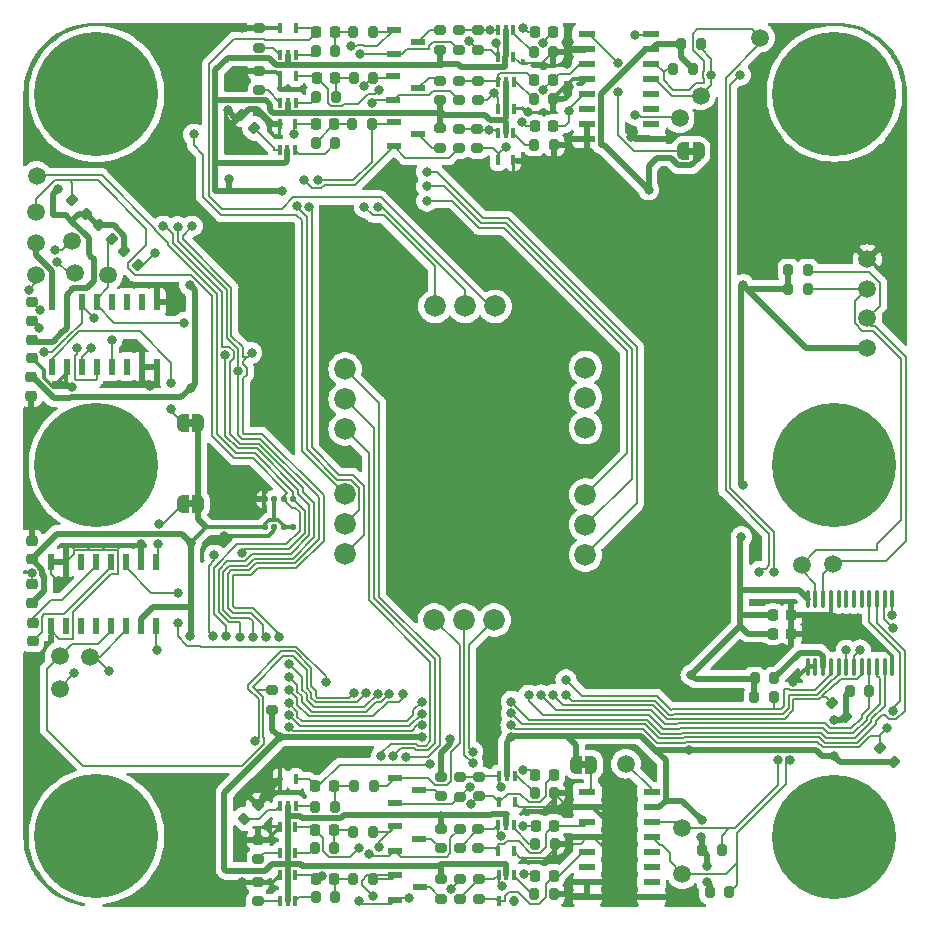
<source format=gtl>
%TF.GenerationSoftware,KiCad,Pcbnew,7.0.11*%
%TF.CreationDate,2024-03-28T06:20:14-04:00*%
%TF.ProjectId,Sensor-Board,53656e73-6f72-42d4-926f-6172642e6b69,rev?*%
%TF.SameCoordinates,Original*%
%TF.FileFunction,Copper,L1,Top*%
%TF.FilePolarity,Positive*%
%FSLAX46Y46*%
G04 Gerber Fmt 4.6, Leading zero omitted, Abs format (unit mm)*
G04 Created by KiCad (PCBNEW 7.0.11) date 2024-03-28 06:20:14*
%MOMM*%
%LPD*%
G01*
G04 APERTURE LIST*
G04 Aperture macros list*
%AMRoundRect*
0 Rectangle with rounded corners*
0 $1 Rounding radius*
0 $2 $3 $4 $5 $6 $7 $8 $9 X,Y pos of 4 corners*
0 Add a 4 corners polygon primitive as box body*
4,1,4,$2,$3,$4,$5,$6,$7,$8,$9,$2,$3,0*
0 Add four circle primitives for the rounded corners*
1,1,$1+$1,$2,$3*
1,1,$1+$1,$4,$5*
1,1,$1+$1,$6,$7*
1,1,$1+$1,$8,$9*
0 Add four rect primitives between the rounded corners*
20,1,$1+$1,$2,$3,$4,$5,0*
20,1,$1+$1,$4,$5,$6,$7,0*
20,1,$1+$1,$6,$7,$8,$9,0*
20,1,$1+$1,$8,$9,$2,$3,0*%
%AMFreePoly0*
4,1,19,0.500000,-0.750000,0.000000,-0.750000,0.000000,-0.744911,-0.071157,-0.744911,-0.207708,-0.704816,-0.327430,-0.627875,-0.420627,-0.520320,-0.479746,-0.390866,-0.500000,-0.250000,-0.500000,0.250000,-0.479746,0.390866,-0.420627,0.520320,-0.327430,0.627875,-0.207708,0.704816,-0.071157,0.744911,0.000000,0.744911,0.000000,0.750000,0.500000,0.750000,0.500000,-0.750000,0.500000,-0.750000,
$1*%
%AMFreePoly1*
4,1,19,0.000000,0.744911,0.071157,0.744911,0.207708,0.704816,0.327430,0.627875,0.420627,0.520320,0.479746,0.390866,0.500000,0.250000,0.500000,-0.250000,0.479746,-0.390866,0.420627,-0.520320,0.327430,-0.627875,0.207708,-0.704816,0.071157,-0.744911,0.000000,-0.744911,0.000000,-0.750000,-0.500000,-0.750000,-0.500000,0.750000,0.000000,0.750000,0.000000,0.744911,0.000000,0.744911,
$1*%
G04 Aperture macros list end*
%TA.AperFunction,SMDPad,CuDef*%
%ADD10RoundRect,0.225000X0.250000X-0.225000X0.250000X0.225000X-0.250000X0.225000X-0.250000X-0.225000X0*%
%TD*%
%TA.AperFunction,SMDPad,CuDef*%
%ADD11RoundRect,0.225000X0.225000X0.250000X-0.225000X0.250000X-0.225000X-0.250000X0.225000X-0.250000X0*%
%TD*%
%TA.AperFunction,SMDPad,CuDef*%
%ADD12RoundRect,0.200000X-0.200000X-0.275000X0.200000X-0.275000X0.200000X0.275000X-0.200000X0.275000X0*%
%TD*%
%TA.AperFunction,SMDPad,CuDef*%
%ADD13RoundRect,0.200000X0.200000X0.275000X-0.200000X0.275000X-0.200000X-0.275000X0.200000X-0.275000X0*%
%TD*%
%TA.AperFunction,SMDPad,CuDef*%
%ADD14RoundRect,0.200000X-0.275000X0.200000X-0.275000X-0.200000X0.275000X-0.200000X0.275000X0.200000X0*%
%TD*%
%TA.AperFunction,SMDPad,CuDef*%
%ADD15FreePoly0,180.000000*%
%TD*%
%TA.AperFunction,SMDPad,CuDef*%
%ADD16FreePoly1,180.000000*%
%TD*%
%TA.AperFunction,SMDPad,CuDef*%
%ADD17RoundRect,0.200000X0.275000X-0.200000X0.275000X0.200000X-0.275000X0.200000X-0.275000X-0.200000X0*%
%TD*%
%TA.AperFunction,SMDPad,CuDef*%
%ADD18C,1.500000*%
%TD*%
%TA.AperFunction,SMDPad,CuDef*%
%ADD19R,0.558800X1.460500*%
%TD*%
%TA.AperFunction,ComponentPad*%
%ADD20C,1.498600*%
%TD*%
%TA.AperFunction,SMDPad,CuDef*%
%ADD21R,0.304800X0.850900*%
%TD*%
%TA.AperFunction,SMDPad,CuDef*%
%ADD22RoundRect,0.200000X0.053033X-0.335876X0.335876X-0.053033X-0.053033X0.335876X-0.335876X0.053033X0*%
%TD*%
%TA.AperFunction,SMDPad,CuDef*%
%ADD23RoundRect,0.200000X-0.335876X-0.053033X-0.053033X-0.335876X0.335876X0.053033X0.053033X0.335876X0*%
%TD*%
%TA.AperFunction,SMDPad,CuDef*%
%ADD24R,1.270000X0.558800*%
%TD*%
%TA.AperFunction,ComponentPad*%
%ADD25C,10.500000*%
%TD*%
%TA.AperFunction,SMDPad,CuDef*%
%ADD26R,1.460500X0.558800*%
%TD*%
%TA.AperFunction,SMDPad,CuDef*%
%ADD27RoundRect,0.225000X-0.250000X0.225000X-0.250000X-0.225000X0.250000X-0.225000X0.250000X0.225000X0*%
%TD*%
%TA.AperFunction,ComponentPad*%
%ADD28C,1.830000*%
%TD*%
%TA.AperFunction,SMDPad,CuDef*%
%ADD29RoundRect,0.200000X0.335876X0.053033X0.053033X0.335876X-0.335876X-0.053033X-0.053033X-0.335876X0*%
%TD*%
%TA.AperFunction,SMDPad,CuDef*%
%ADD30FreePoly0,0.000000*%
%TD*%
%TA.AperFunction,SMDPad,CuDef*%
%ADD31FreePoly1,0.000000*%
%TD*%
%TA.AperFunction,SMDPad,CuDef*%
%ADD32RoundRect,0.100000X0.100000X-0.637500X0.100000X0.637500X-0.100000X0.637500X-0.100000X-0.637500X0*%
%TD*%
%TA.AperFunction,SMDPad,CuDef*%
%ADD33RoundRect,0.125000X-0.125000X-0.137500X0.125000X-0.137500X0.125000X0.137500X-0.125000X0.137500X0*%
%TD*%
%TA.AperFunction,ViaPad*%
%ADD34C,0.800000*%
%TD*%
%TA.AperFunction,Conductor*%
%ADD35C,0.200000*%
%TD*%
%TA.AperFunction,Conductor*%
%ADD36C,0.500000*%
%TD*%
%TA.AperFunction,Conductor*%
%ADD37C,0.300000*%
%TD*%
%TA.AperFunction,Conductor*%
%ADD38C,0.150000*%
%TD*%
G04 APERTURE END LIST*
%TA.AperFunction,EtchedComponent*%
%TO.C,JP2*%
G36*
X157025000Y-69350000D02*
G01*
X156525000Y-69350000D01*
X156525000Y-68750000D01*
X157025000Y-68750000D01*
X157025000Y-69350000D01*
G37*
%TD.AperFunction*%
%TA.AperFunction,EtchedComponent*%
%TO.C,JP3*%
G36*
X114650000Y-99200000D02*
G01*
X114150000Y-99200000D01*
X114150000Y-98600000D01*
X114650000Y-98600000D01*
X114650000Y-99200000D01*
G37*
%TD.AperFunction*%
%TA.AperFunction,EtchedComponent*%
%TO.C,JP1*%
G36*
X114650000Y-92375000D02*
G01*
X114150000Y-92375000D01*
X114150000Y-91775000D01*
X114650000Y-91775000D01*
X114650000Y-92375000D01*
G37*
%TD.AperFunction*%
%TA.AperFunction,EtchedComponent*%
%TO.C,JP4*%
G36*
X147950000Y-121300000D02*
G01*
X147450000Y-121300000D01*
X147450000Y-120700000D01*
X147950000Y-120700000D01*
X147950000Y-121300000D01*
G37*
%TD.AperFunction*%
%TD*%
D10*
%TO.P,C15,1*%
%TO.N,Net-(U5-VIN2N)*%
X100950000Y-83400000D03*
%TO.P,C15,2*%
%TO.N,Net-(U5-VIN2P)*%
X100950000Y-81850000D03*
%TD*%
D11*
%TO.P,C21,1*%
%TO.N,AOut1_SO2*%
X145150000Y-130400000D03*
%TO.P,C21,2*%
%TO.N,Net-(U22--IN)*%
X143600000Y-130400000D03*
%TD*%
D12*
%TO.P,R68,1*%
%TO.N,Net-(U22-+IN)*%
X143530000Y-131990000D03*
%TO.P,R68,2*%
%TO.N,GND*%
X145180000Y-131990000D03*
%TD*%
D13*
%TO.P,R22,1*%
%TO.N,MUX_SDA*%
X166675000Y-80700000D03*
%TO.P,R22,2*%
%TO.N,+3.3V*%
X165025000Y-80700000D03*
%TD*%
D14*
%TO.P,R10,1*%
%TO.N,Net-(U24--IN)*%
X137160000Y-58825000D03*
%TO.P,R10,2*%
%TO.N,Sens2_NO2*%
X137160000Y-60475000D03*
%TD*%
D15*
%TO.P,JP2,1,A*%
%TO.N,+3.3V*%
X157425000Y-69050000D03*
D16*
%TO.P,JP2,2,B*%
%TO.N,Net-(JP2-B)*%
X156125000Y-69050000D03*
%TD*%
D11*
%TO.P,C2,1*%
%TO.N,Net-(C2-Pad1)*%
X126583600Y-130671300D03*
%TO.P,C2,2*%
%TO.N,Count1_SO2*%
X125033600Y-130671300D03*
%TD*%
D15*
%TO.P,JP3,1,A*%
%TO.N,+3.3V*%
X115050000Y-98900000D03*
D16*
%TO.P,JP3,2,B*%
%TO.N,Net-(JP3-B)*%
X113750000Y-98900000D03*
%TD*%
D12*
%TO.P,R44,1*%
%TO.N,Net-(C14-Pad1)*%
X125020000Y-68360000D03*
%TO.P,R44,2*%
%TO.N,Net-(U12--IN)*%
X126670000Y-68360000D03*
%TD*%
D17*
%TO.P,R41,1*%
%TO.N,Net-(U26-G)*%
X135600000Y-123670000D03*
%TO.P,R41,2*%
%TO.N,+3.3V*%
X135600000Y-122020000D03*
%TD*%
D18*
%TO.P,TP17,1,1*%
%TO.N,ADC2_SDA*%
X156000000Y-126400000D03*
%TD*%
D17*
%TO.P,R52,1*%
%TO.N,Net-(U21--IN)*%
X137190000Y-128080000D03*
%TO.P,R52,2*%
%TO.N,Sens1_CO*%
X137190000Y-126430000D03*
%TD*%
D19*
%TO.P,U5,1,REFP*%
%TO.N,Net-(JP1-B)*%
X102650000Y-87298300D03*
%TO.P,U5,2,VIN1N*%
%TO.N,GND*%
X103920000Y-87298300D03*
%TO.P,U5,3,VIN1P*%
%TO.N,AOut2_NO2*%
X105190000Y-87298300D03*
%TO.P,U5,4,VIN2N*%
%TO.N,Net-(U5-VIN2N)*%
X106460000Y-87298300D03*
%TO.P,U5,5,VIN2P*%
%TO.N,Net-(U5-VIN2P)*%
X107730000Y-87298300D03*
%TO.P,U5,6,VBG*%
%TO.N,unconnected-(U5-VBG-Pad6)*%
X109000000Y-87298300D03*
%TO.P,U5,7,REFN*%
%TO.N,GND*%
X110270000Y-87298300D03*
%TO.P,U5,8,AVSS*%
X111540000Y-87298300D03*
%TO.P,U5,9,DVSS*%
X111540000Y-81850000D03*
%TO.P,U5,10,XIN*%
%TO.N,unconnected-(U5-XIN-Pad10)*%
X110270000Y-81850000D03*
%TO.P,U5,11,XOUT*%
%TO.N,unconnected-(U5-XOUT-Pad11)*%
X109000000Y-81850000D03*
%TO.P,U5,12,DRDY*%
%TO.N,unconnected-(U5-DRDY-Pad12)*%
X107730000Y-81850000D03*
%TO.P,U5,13,SCLK*%
%TO.N,ADC3_SCL*%
X106460000Y-81850000D03*
%TO.P,U5,14,SDIO*%
%TO.N,ADC3_SDA*%
X105190000Y-81850000D03*
%TO.P,U5,15,DVDD*%
%TO.N,+3.3V*%
X103920000Y-81850000D03*
%TO.P,U5,16,AVDD/LDO*%
%TO.N,Net-(U5-AVDD{slash}LDO)*%
X102650000Y-81850000D03*
%TD*%
D20*
%TO.P,J2,1,1*%
%TO.N,GND*%
X171725000Y-78200000D03*
%TO.P,J2,2,2*%
%TO.N,MUX_SDA*%
X171725000Y-80700000D03*
%TO.P,J2,3,3*%
%TO.N,MUX_SCL*%
X171725000Y-83200000D03*
%TO.P,J2,4,4*%
%TO.N,+3.3V*%
X171725000Y-85700000D03*
%TD*%
D18*
%TO.P,TP12,1,1*%
%TO.N,MUX_SDA*%
X166150000Y-104075000D03*
%TD*%
D21*
%TO.P,U9,1,+IN*%
%TO.N,Net-(U9-+IN)*%
X122000000Y-60887900D03*
%TO.P,U9,2,V-*%
%TO.N,+3.3V*%
X122649986Y-60887900D03*
%TO.P,U9,3,-IN*%
%TO.N,Net-(U9--IN)*%
X123299972Y-60887900D03*
%TO.P,U9,4,OUT*%
%TO.N,Count2_NO2*%
X123299985Y-58640000D03*
%TO.P,U9,5,V+*%
%TO.N,GND*%
X121999987Y-58640000D03*
%TD*%
D17*
%TO.P,R35,1*%
%TO.N,AOut2_CO*%
X138710000Y-64740000D03*
%TO.P,R35,2*%
%TO.N,Net-(U7--IN)*%
X138710000Y-63090000D03*
%TD*%
D21*
%TO.P,U11,1,+IN*%
%TO.N,Net-(U11-+IN)*%
X122000013Y-64940000D03*
%TO.P,U11,2,V-*%
%TO.N,+3.3V*%
X122649999Y-64940000D03*
%TO.P,U11,3,-IN*%
%TO.N,Net-(U11--IN)*%
X123299985Y-64940000D03*
%TO.P,U11,4,OUT*%
%TO.N,Count2_CO*%
X123299998Y-62692100D03*
%TO.P,U11,5,V+*%
%TO.N,GND*%
X122000000Y-62692100D03*
%TD*%
D22*
%TO.P,R55,1*%
%TO.N,Net-(U1-+IN)*%
X118966637Y-125583363D03*
%TO.P,R55,2*%
%TO.N,GND*%
X120133363Y-124416637D03*
%TD*%
D23*
%TO.P,R23,1*%
%TO.N,+3.3V*%
X108800000Y-77500000D03*
%TO.P,R23,2*%
%TO.N,ADC3_SDA*%
X109966726Y-78666726D03*
%TD*%
D13*
%TO.P,R5,1*%
%TO.N,Net-(C2-Pad1)*%
X126650000Y-132240000D03*
%TO.P,R5,2*%
%TO.N,Net-(U3--IN)*%
X125000000Y-132240000D03*
%TD*%
D18*
%TO.P,TP11,1,1*%
%TO.N,MUX_SCL*%
X168825000Y-104050000D03*
%TD*%
D24*
%TO.P,U15,1,D*%
%TO.N,Ref2_NO2*%
X131600000Y-58770000D03*
%TO.P,U15,2,S*%
%TO.N,Sens2_NO2*%
X131600000Y-60827400D03*
%TO.P,U15,3,G*%
%TO.N,Net-(U15-G)*%
X133682800Y-59798700D03*
%TD*%
D17*
%TO.P,R4,1*%
%TO.N,Net-(U3-+IN)*%
X120083600Y-132571300D03*
%TO.P,R4,2*%
%TO.N,GND*%
X120083600Y-130921300D03*
%TD*%
D12*
%TO.P,R16,1*%
%TO.N,+3.3V*%
X162150000Y-115300000D03*
%TO.P,R16,2*%
%TO.N,ADC1_SDA*%
X163800000Y-115300000D03*
%TD*%
D18*
%TO.P,TP10,1,1*%
%TO.N,ADC4_SCL*%
X157625000Y-64350000D03*
%TD*%
D25*
%TO.P,H2,*%
%TO.N,*%
X106450200Y-127058400D03*
%TD*%
D13*
%TO.P,R45,1*%
%TO.N,Ref2_NO2*%
X129825000Y-59000000D03*
%TO.P,R45,2*%
%TO.N,Net-(C12-Pad1)*%
X128175000Y-59000000D03*
%TD*%
D17*
%TO.P,R17,1*%
%TO.N,+3.3V*%
X121350000Y-116350000D03*
%TO.P,R17,2*%
%TO.N,ADC1_SCL*%
X121350000Y-114700000D03*
%TD*%
D18*
%TO.P,TP6,1,1*%
%TO.N,Net-(U18-AVDD{slash}LDO)*%
X155825000Y-66275000D03*
%TD*%
D12*
%TO.P,R19,1*%
%TO.N,+3.3V*%
X157725000Y-128200000D03*
%TO.P,R19,2*%
%TO.N,ADC2_SDA*%
X159375000Y-128200000D03*
%TD*%
D26*
%TO.P,U18,1,REFP*%
%TO.N,Net-(JP2-B)*%
X147981700Y-59140000D03*
%TO.P,U18,2,VIN1N*%
%TO.N,GND*%
X147981700Y-60410000D03*
%TO.P,U18,3,VIN1P*%
%TO.N,AOut2_CO*%
X147981700Y-61680000D03*
%TO.P,U18,4,VIN2N*%
%TO.N,GND*%
X147981700Y-62950000D03*
%TO.P,U18,5,VIN2P*%
%TO.N,AOut2_SO2*%
X147981700Y-64220000D03*
%TO.P,U18,6,VBG*%
%TO.N,unconnected-(U18-VBG-Pad6)*%
X147981700Y-65490000D03*
%TO.P,U18,7,REFN*%
%TO.N,GND*%
X147981700Y-66760000D03*
%TO.P,U18,8,AVSS*%
X147981700Y-68030000D03*
%TO.P,U18,9,DVSS*%
X153430000Y-68030000D03*
%TO.P,U18,10,XIN*%
%TO.N,unconnected-(U18-XIN-Pad10)*%
X153430000Y-66760000D03*
%TO.P,U18,11,XOUT*%
%TO.N,unconnected-(U18-XOUT-Pad11)*%
X153430000Y-65490000D03*
%TO.P,U18,12,DRDY*%
%TO.N,unconnected-(U18-DRDY-Pad12)*%
X153430000Y-64220000D03*
%TO.P,U18,13,SCLK*%
%TO.N,ADC4_SCL*%
X153430000Y-62950000D03*
%TO.P,U18,14,SDIO*%
%TO.N,ADC4_SDA*%
X153430000Y-61680000D03*
%TO.P,U18,15,DVDD*%
%TO.N,+3.3V*%
X153430000Y-60410000D03*
%TO.P,U18,16,AVDD/LDO*%
%TO.N,Net-(U18-AVDD{slash}LDO)*%
X153430000Y-59140000D03*
%TD*%
D10*
%TO.P,C4,1*%
%TO.N,Net-(U25-VIN2N)*%
X101050000Y-110550000D03*
%TO.P,C4,2*%
%TO.N,Net-(U25-VIN2P)*%
X101050000Y-109000000D03*
%TD*%
D13*
%TO.P,R58,1*%
%TO.N,Net-(U32-~{RESET})*%
X163850000Y-113675000D03*
%TO.P,R58,2*%
%TO.N,+3.3V*%
X162200000Y-113675000D03*
%TD*%
%TO.P,R6,1*%
%TO.N,Ref1_SO2*%
X129858600Y-130671300D03*
%TO.P,R6,2*%
%TO.N,Net-(C2-Pad1)*%
X128208600Y-130671300D03*
%TD*%
D18*
%TO.P,TP14,1,1*%
%TO.N,ADC1_SDA*%
X105925000Y-111875000D03*
%TD*%
D27*
%TO.P,C8,1*%
%TO.N,GND*%
X100950000Y-102050000D03*
%TO.P,C8,2*%
%TO.N,+3.3V*%
X100950000Y-103600000D03*
%TD*%
D17*
%TO.P,R42,1*%
%TO.N,Net-(U19-G)*%
X135600000Y-128090000D03*
%TO.P,R42,2*%
%TO.N,+3.3V*%
X135600000Y-126440000D03*
%TD*%
D13*
%TO.P,R47,1*%
%TO.N,Ref2_CO*%
X129860000Y-62870000D03*
%TO.P,R47,2*%
%TO.N,Net-(C13-Pad1)*%
X128210000Y-62870000D03*
%TD*%
D12*
%TO.P,R26,1*%
%TO.N,+3.3V*%
X155975000Y-59975000D03*
%TO.P,R26,2*%
%TO.N,ADC4_SCL*%
X157625000Y-59975000D03*
%TD*%
D21*
%TO.P,U24,1,+IN*%
%TO.N,Net-(U24-+IN)*%
X141749972Y-58802100D03*
%TO.P,U24,2,V-*%
%TO.N,+3.3V*%
X141099986Y-58802100D03*
%TO.P,U24,3,-IN*%
%TO.N,Net-(U24--IN)*%
X140450000Y-58802100D03*
%TO.P,U24,4,OUT*%
%TO.N,AOut2_NO2*%
X140449987Y-61050000D03*
%TO.P,U24,5,V+*%
%TO.N,GND*%
X141749985Y-61050000D03*
%TD*%
D11*
%TO.P,C10,1*%
%TO.N,AOut2_CO*%
X145075000Y-63000000D03*
%TO.P,C10,2*%
%TO.N,Net-(U7--IN)*%
X143525000Y-63000000D03*
%TD*%
D13*
%TO.P,R57,1*%
%TO.N,Ref1_NO2*%
X129908600Y-122771300D03*
%TO.P,R57,2*%
%TO.N,Net-(C20-Pad1)*%
X128258600Y-122771300D03*
%TD*%
D11*
%TO.P,C20,1*%
%TO.N,Net-(C20-Pad1)*%
X126533600Y-122821300D03*
%TO.P,C20,2*%
%TO.N,Count1_NO2*%
X124983600Y-122821300D03*
%TD*%
D21*
%TO.P,U21,1,+IN*%
%TO.N,Net-(U21-+IN)*%
X141779985Y-126100000D03*
%TO.P,U21,2,V-*%
%TO.N,+3.3V*%
X141129999Y-126100000D03*
%TO.P,U21,3,-IN*%
%TO.N,Net-(U21--IN)*%
X140480013Y-126100000D03*
%TO.P,U21,4,OUT*%
%TO.N,AOut1_CO*%
X140480000Y-128347900D03*
%TO.P,U21,5,V+*%
%TO.N,GND*%
X141779998Y-128347900D03*
%TD*%
D25*
%TO.P,H1,*%
%TO.N,*%
X106450200Y-64236400D03*
%TD*%
D13*
%TO.P,R40,1*%
%TO.N,Net-(C12-Pad1)*%
X126650000Y-60600000D03*
%TO.P,R40,2*%
%TO.N,Net-(U9--IN)*%
X125000000Y-60600000D03*
%TD*%
%TO.P,R25,1*%
%TO.N,+3.3V*%
X156950000Y-62075000D03*
%TO.P,R25,2*%
%TO.N,ADC4_SDA*%
X155300000Y-62075000D03*
%TD*%
D18*
%TO.P,TP15,1,1*%
%TO.N,ADC1_SCL*%
X103340000Y-111830000D03*
%TD*%
D21*
%TO.P,U22,1,+IN*%
%TO.N,Net-(U22-+IN)*%
X141799972Y-130302100D03*
%TO.P,U22,2,V-*%
%TO.N,+3.3V*%
X141149986Y-130302100D03*
%TO.P,U22,3,-IN*%
%TO.N,Net-(U22--IN)*%
X140500000Y-130302100D03*
%TO.P,U22,4,OUT*%
%TO.N,AOut1_SO2*%
X140499987Y-132550000D03*
%TO.P,U22,5,V+*%
%TO.N,GND*%
X141799985Y-132550000D03*
%TD*%
D27*
%TO.P,C5,1*%
%TO.N,+3.3V*%
X100980000Y-85010000D03*
%TO.P,C5,2*%
%TO.N,GND*%
X100980000Y-86560000D03*
%TD*%
D28*
%TO.P,U27,1,Count*%
%TO.N,Count1_CO*%
X127500000Y-92590000D03*
%TO.P,U27,2,Sens*%
%TO.N,Sens1_CO*%
X127500000Y-90040000D03*
%TO.P,U27,3,Ref*%
%TO.N,Ref1_CO*%
X127500000Y-87500000D03*
%TD*%
D11*
%TO.P,C17,1*%
%TO.N,GND*%
X165275000Y-108325000D03*
%TO.P,C17,2*%
%TO.N,+3.3V*%
X163725000Y-108325000D03*
%TD*%
D14*
%TO.P,R50,1*%
%TO.N,Net-(U16-G)*%
X135540000Y-63090000D03*
%TO.P,R50,2*%
%TO.N,+3.3V*%
X135540000Y-64740000D03*
%TD*%
D21*
%TO.P,U2,1,+IN*%
%TO.N,Net-(U2-+IN)*%
X121980015Y-128497900D03*
%TO.P,U2,2,V-*%
%TO.N,+3.3V*%
X122630001Y-128497900D03*
%TO.P,U2,3,-IN*%
%TO.N,Net-(U2--IN)*%
X123279987Y-128497900D03*
%TO.P,U2,4,OUT*%
%TO.N,Count1_CO*%
X123280000Y-126250000D03*
%TO.P,U2,5,V+*%
%TO.N,GND*%
X121980002Y-126250000D03*
%TD*%
D18*
%TO.P,TP5,1,1*%
%TO.N,Net-(U5-AVDD{slash}LDO)*%
X101350000Y-76875000D03*
%TD*%
D26*
%TO.P,U4,1,REFP*%
%TO.N,Net-(JP4-B)*%
X148000000Y-123310000D03*
%TO.P,U4,2,VIN1N*%
%TO.N,GND*%
X148000000Y-124580000D03*
%TO.P,U4,3,VIN1P*%
%TO.N,AOut1_CO*%
X148000000Y-125850000D03*
%TO.P,U4,4,VIN2N*%
%TO.N,GND*%
X148000000Y-127120000D03*
%TO.P,U4,5,VIN2P*%
%TO.N,AOut1_SO2*%
X148000000Y-128390000D03*
%TO.P,U4,6,VBG*%
%TO.N,unconnected-(U4-VBG-Pad6)*%
X148000000Y-129660000D03*
%TO.P,U4,7,REFN*%
%TO.N,GND*%
X148000000Y-130930000D03*
%TO.P,U4,8,AVSS*%
X148000000Y-132200000D03*
%TO.P,U4,9,DVSS*%
X153448300Y-132200000D03*
%TO.P,U4,10,XIN*%
%TO.N,unconnected-(U4-XIN-Pad10)*%
X153448300Y-130930000D03*
%TO.P,U4,11,XOUT*%
%TO.N,unconnected-(U4-XOUT-Pad11)*%
X153448300Y-129660000D03*
%TO.P,U4,12,DRDY*%
%TO.N,unconnected-(U4-DRDY-Pad12)*%
X153448300Y-128390000D03*
%TO.P,U4,13,SCLK*%
%TO.N,ADC2_SCL*%
X153448300Y-127120000D03*
%TO.P,U4,14,SDIO*%
%TO.N,ADC2_SDA*%
X153448300Y-125850000D03*
%TO.P,U4,15,DVDD*%
%TO.N,+3.3V*%
X153448300Y-124580000D03*
%TO.P,U4,16,AVDD/LDO*%
%TO.N,Net-(U4-AVDD{slash}LDO)*%
X153448300Y-123310000D03*
%TD*%
D13*
%TO.P,R43,1*%
%TO.N,Net-(C13-Pad1)*%
X126710000Y-64460000D03*
%TO.P,R43,2*%
%TO.N,Net-(U11--IN)*%
X125060000Y-64460000D03*
%TD*%
D15*
%TO.P,JP1,1,A*%
%TO.N,+3.3V*%
X115050000Y-92075000D03*
D16*
%TO.P,JP1,2,B*%
%TO.N,Net-(JP1-B)*%
X113750000Y-92075000D03*
%TD*%
D17*
%TO.P,R37,1*%
%TO.N,Net-(U9-+IN)*%
X120190000Y-60290000D03*
%TO.P,R37,2*%
%TO.N,GND*%
X120190000Y-58640000D03*
%TD*%
D23*
%TO.P,R28,1*%
%TO.N,680_SCL2*%
X172816637Y-119616637D03*
%TO.P,R28,2*%
%TO.N,+3.3V*%
X173983363Y-120783363D03*
%TD*%
D18*
%TO.P,TP8,1,1*%
%TO.N,ADC3_SCL*%
X107460000Y-79530000D03*
%TD*%
D13*
%TO.P,R30,1*%
%TO.N,680_SCL1*%
X171875000Y-114725000D03*
%TO.P,R30,2*%
%TO.N,+3.3V*%
X170225000Y-114725000D03*
%TD*%
D17*
%TO.P,R54,1*%
%TO.N,AOut1_CO*%
X138780000Y-128090000D03*
%TO.P,R54,2*%
%TO.N,Net-(U21--IN)*%
X138780000Y-126440000D03*
%TD*%
D18*
%TO.P,TP16,1,1*%
%TO.N,Net-(U4-AVDD{slash}LDO)*%
X151275000Y-120925000D03*
%TD*%
%TO.P,TP13,1,1*%
%TO.N,Net-(U25-AVDD{slash}LDO)*%
X103340000Y-114570000D03*
%TD*%
%TO.P,TP9,1,1*%
%TO.N,ADC4_SDA*%
X162625000Y-59450000D03*
%TD*%
D21*
%TO.P,U12,1,+IN*%
%TO.N,Net-(U12-+IN)*%
X121960014Y-68970000D03*
%TO.P,U12,2,V-*%
%TO.N,+3.3V*%
X122610000Y-68970000D03*
%TO.P,U12,3,-IN*%
%TO.N,Net-(U12--IN)*%
X123259986Y-68970000D03*
%TO.P,U12,4,OUT*%
%TO.N,Count2_SO2*%
X123259999Y-66722100D03*
%TO.P,U12,5,V+*%
%TO.N,GND*%
X121960001Y-66722100D03*
%TD*%
D18*
%TO.P,TP18,1,1*%
%TO.N,ADC2_SCL*%
X156050000Y-130275000D03*
%TD*%
D29*
%TO.P,R39,1*%
%TO.N,Net-(U12-+IN)*%
X119825000Y-67125000D03*
%TO.P,R39,2*%
%TO.N,GND*%
X118658274Y-65958274D03*
%TD*%
D21*
%TO.P,U8,1,+IN*%
%TO.N,Net-(U8-+IN)*%
X141749985Y-67552100D03*
%TO.P,U8,2,V-*%
%TO.N,+3.3V*%
X141099999Y-67552100D03*
%TO.P,U8,3,-IN*%
%TO.N,Net-(U8--IN)*%
X140450013Y-67552100D03*
%TO.P,U8,4,OUT*%
%TO.N,AOut2_SO2*%
X140450000Y-69800000D03*
%TO.P,U8,5,V+*%
%TO.N,GND*%
X141749998Y-69800000D03*
%TD*%
D11*
%TO.P,C11,1*%
%TO.N,AOut2_SO2*%
X145125000Y-66925000D03*
%TO.P,C11,2*%
%TO.N,Net-(U8--IN)*%
X143575000Y-66925000D03*
%TD*%
D14*
%TO.P,R12,1*%
%TO.N,Net-(U8--IN)*%
X137110000Y-67155000D03*
%TO.P,R12,2*%
%TO.N,Sens2_SO2*%
X137110000Y-68805000D03*
%TD*%
%TO.P,R11,1*%
%TO.N,Net-(U7--IN)*%
X137100000Y-63090000D03*
%TO.P,R11,2*%
%TO.N,Sens2_CO*%
X137100000Y-64740000D03*
%TD*%
D17*
%TO.P,R38,1*%
%TO.N,Net-(U11-+IN)*%
X120250000Y-63910000D03*
%TO.P,R38,2*%
%TO.N,GND*%
X120250000Y-62260000D03*
%TD*%
D25*
%TO.P,H6,*%
%TO.N,*%
X168934200Y-127096400D03*
%TD*%
D24*
%TO.P,U17,1,D*%
%TO.N,Ref2_SO2*%
X131600000Y-66602600D03*
%TO.P,U17,2,S*%
%TO.N,Sens2_SO2*%
X131600000Y-68660000D03*
%TO.P,U17,3,G*%
%TO.N,Net-(U17-G)*%
X133682800Y-67631300D03*
%TD*%
D12*
%TO.P,R7,1*%
%TO.N,Net-(U14-+IN)*%
X143555000Y-123410000D03*
%TO.P,R7,2*%
%TO.N,GND*%
X145205000Y-123410000D03*
%TD*%
D17*
%TO.P,R46,1*%
%TO.N,Net-(U20-G)*%
X135660000Y-132370000D03*
%TO.P,R46,2*%
%TO.N,+3.3V*%
X135660000Y-130720000D03*
%TD*%
D18*
%TO.P,TP7,1,1*%
%TO.N,ADC3_SDA*%
X101350000Y-79575000D03*
%TD*%
D28*
%TO.P,U28,1,Count*%
%TO.N,Count1_SO2*%
X147850000Y-87380000D03*
%TO.P,U28,2,Sens*%
%TO.N,Sens1_SO2*%
X147850000Y-89930000D03*
%TO.P,U28,3,Ref*%
%TO.N,Ref1_SO2*%
X147850000Y-92470000D03*
%TD*%
D11*
%TO.P,C14,1*%
%TO.N,Net-(C14-Pad1)*%
X126590000Y-66780000D03*
%TO.P,C14,2*%
%TO.N,Count2_SO2*%
X125040000Y-66780000D03*
%TD*%
D25*
%TO.P,H4,*%
%TO.N,*%
X168934200Y-95627500D03*
%TD*%
D11*
%TO.P,C1,1*%
%TO.N,Net-(C1-Pad1)*%
X126535000Y-126530000D03*
%TO.P,C1,2*%
%TO.N,Count1_CO*%
X124985000Y-126530000D03*
%TD*%
D25*
%TO.P,H5,*%
%TO.N,*%
X168934200Y-64196600D03*
%TD*%
D11*
%TO.P,C7,1*%
%TO.N,AOut2_NO2*%
X145100000Y-59000000D03*
%TO.P,C7,2*%
%TO.N,Net-(U24--IN)*%
X143550000Y-59000000D03*
%TD*%
%TO.P,C16,1*%
%TO.N,GND*%
X165275000Y-109900000D03*
%TO.P,C16,2*%
%TO.N,+3.3V*%
X163725000Y-109900000D03*
%TD*%
%TO.P,C3,1*%
%TO.N,AOut1_NO2*%
X145155000Y-121890000D03*
%TO.P,C3,2*%
%TO.N,Net-(U14--IN)*%
X143605000Y-121890000D03*
%TD*%
D18*
%TO.P,TP2,1,1*%
%TO.N,680_SDA1*%
X104350000Y-76675000D03*
%TD*%
D24*
%TO.P,U16,1,D*%
%TO.N,Ref2_CO*%
X131590000Y-62702600D03*
%TO.P,U16,2,S*%
%TO.N,Sens2_CO*%
X131590000Y-64760000D03*
%TO.P,U16,3,G*%
%TO.N,Net-(U16-G)*%
X133672800Y-63731300D03*
%TD*%
D12*
%TO.P,R15,1*%
%TO.N,Net-(U8-+IN)*%
X143525000Y-68525000D03*
%TO.P,R15,2*%
%TO.N,GND*%
X145175000Y-68525000D03*
%TD*%
D24*
%TO.P,U26,1,D*%
%TO.N,Ref1_NO2*%
X131700000Y-122150000D03*
%TO.P,U26,2,S*%
%TO.N,Sens1_NO2*%
X131700000Y-124207400D03*
%TO.P,U26,3,G*%
%TO.N,Net-(U26-G)*%
X133782800Y-123178700D03*
%TD*%
D19*
%TO.P,U25,1,REFP*%
%TO.N,Net-(JP3-B)*%
X111490000Y-103851700D03*
%TO.P,U25,2,VIN1N*%
%TO.N,GND*%
X110220000Y-103851700D03*
%TO.P,U25,3,VIN1P*%
%TO.N,AOut1_NO2*%
X108950000Y-103851700D03*
%TO.P,U25,4,VIN2N*%
%TO.N,Net-(U25-VIN2N)*%
X107680000Y-103851700D03*
%TO.P,U25,5,VIN2P*%
%TO.N,Net-(U25-VIN2P)*%
X106410000Y-103851700D03*
%TO.P,U25,6,VBG*%
%TO.N,unconnected-(U25-VBG-Pad6)*%
X105140000Y-103851700D03*
%TO.P,U25,7,REFN*%
%TO.N,GND*%
X103870000Y-103851700D03*
%TO.P,U25,8,AVSS*%
X102600000Y-103851700D03*
%TO.P,U25,9,DVSS*%
X102600000Y-109300000D03*
%TO.P,U25,10,XIN*%
%TO.N,unconnected-(U25-XIN-Pad10)*%
X103870000Y-109300000D03*
%TO.P,U25,11,XOUT*%
%TO.N,unconnected-(U25-XOUT-Pad11)*%
X105140000Y-109300000D03*
%TO.P,U25,12,DRDY*%
%TO.N,unconnected-(U25-DRDY-Pad12)*%
X106410000Y-109300000D03*
%TO.P,U25,13,SCLK*%
%TO.N,ADC1_SCL*%
X107680000Y-109300000D03*
%TO.P,U25,14,SDIO*%
%TO.N,ADC1_SDA*%
X108950000Y-109300000D03*
%TO.P,U25,15,DVDD*%
%TO.N,+3.3V*%
X110220000Y-109300000D03*
%TO.P,U25,16,AVDD/LDO*%
%TO.N,Net-(U25-AVDD{slash}LDO)*%
X111490000Y-109300000D03*
%TD*%
D13*
%TO.P,R56,1*%
%TO.N,Net-(C20-Pad1)*%
X126608600Y-124571300D03*
%TO.P,R56,2*%
%TO.N,Net-(U1--IN)*%
X124958600Y-124571300D03*
%TD*%
D17*
%TO.P,R69,1*%
%TO.N,AOut1_SO2*%
X138820000Y-132365000D03*
%TO.P,R69,2*%
%TO.N,Net-(U22--IN)*%
X138820000Y-130715000D03*
%TD*%
D10*
%TO.P,C9,1*%
%TO.N,+3.3V*%
X101000000Y-107275000D03*
%TO.P,C9,2*%
%TO.N,GND*%
X101000000Y-105725000D03*
%TD*%
D25*
%TO.P,H3,*%
%TO.N,*%
X106450200Y-95627500D03*
%TD*%
D17*
%TO.P,R18,1*%
%TO.N,AOut2_NO2*%
X138720000Y-60485000D03*
%TO.P,R18,2*%
%TO.N,Net-(U24--IN)*%
X138720000Y-58835000D03*
%TD*%
D24*
%TO.P,U19,1,D*%
%TO.N,Ref1_CO*%
X131700000Y-126230000D03*
%TO.P,U19,2,S*%
%TO.N,Sens1_CO*%
X131700000Y-128287400D03*
%TO.P,U19,3,G*%
%TO.N,Net-(U19-G)*%
X133782800Y-127258700D03*
%TD*%
D18*
%TO.P,TP3,1,1*%
%TO.N,680_SCL2*%
X101375000Y-71150000D03*
%TD*%
D12*
%TO.P,R20,1*%
%TO.N,+3.3V*%
X158375000Y-131825000D03*
%TO.P,R20,2*%
%TO.N,ADC2_SCL*%
X160025000Y-131825000D03*
%TD*%
D17*
%TO.P,R51,1*%
%TO.N,Net-(U17-G)*%
X135525000Y-68790000D03*
%TO.P,R51,2*%
%TO.N,+3.3V*%
X135525000Y-67140000D03*
%TD*%
D28*
%TO.P,U23,1,Count*%
%TO.N,Count1_NO2*%
X140140000Y-108750000D03*
%TO.P,U23,2,Sens*%
%TO.N,Sens1_NO2*%
X137590000Y-108750000D03*
%TO.P,U23,3,Ref*%
%TO.N,Ref1_NO2*%
X135050000Y-108750000D03*
%TD*%
D17*
%TO.P,R9,1*%
%TO.N,AOut1_NO2*%
X138820000Y-123690000D03*
%TO.P,R9,2*%
%TO.N,Net-(U14--IN)*%
X138820000Y-122040000D03*
%TD*%
D21*
%TO.P,U1,1,+IN*%
%TO.N,Net-(U1-+IN)*%
X122010014Y-124490000D03*
%TO.P,U1,2,V-*%
%TO.N,+3.3V*%
X122660000Y-124490000D03*
%TO.P,U1,3,-IN*%
%TO.N,Net-(U1--IN)*%
X123309986Y-124490000D03*
%TO.P,U1,4,OUT*%
%TO.N,Count1_NO2*%
X123309999Y-122242100D03*
%TO.P,U1,5,V+*%
%TO.N,GND*%
X122010001Y-122242100D03*
%TD*%
D13*
%TO.P,R2,1*%
%TO.N,Net-(C1-Pad1)*%
X126585000Y-128050000D03*
%TO.P,R2,2*%
%TO.N,Net-(U2--IN)*%
X124935000Y-128050000D03*
%TD*%
D23*
%TO.P,R24,1*%
%TO.N,+3.3V*%
X106625000Y-75350000D03*
%TO.P,R24,2*%
%TO.N,ADC3_SCL*%
X107791726Y-76516726D03*
%TD*%
D11*
%TO.P,C19,1*%
%TO.N,AOut1_CO*%
X145175000Y-126160000D03*
%TO.P,C19,2*%
%TO.N,Net-(U21--IN)*%
X143625000Y-126160000D03*
%TD*%
D12*
%TO.P,R21,1*%
%TO.N,+3.3V*%
X165025000Y-79125000D03*
%TO.P,R21,2*%
%TO.N,MUX_SCL*%
X166675000Y-79125000D03*
%TD*%
D23*
%TO.P,R29,1*%
%TO.N,680_SDA1*%
X168716637Y-115791637D03*
%TO.P,R29,2*%
%TO.N,+3.3V*%
X169883363Y-116958363D03*
%TD*%
D21*
%TO.P,U7,1,+IN*%
%TO.N,Net-(U7-+IN)*%
X141779987Y-63202100D03*
%TO.P,U7,2,V-*%
%TO.N,+3.3V*%
X141130001Y-63202100D03*
%TO.P,U7,3,-IN*%
%TO.N,Net-(U7--IN)*%
X140480015Y-63202100D03*
%TO.P,U7,4,OUT*%
%TO.N,AOut2_CO*%
X140480002Y-65450000D03*
%TO.P,U7,5,V+*%
%TO.N,GND*%
X141780000Y-65450000D03*
%TD*%
D11*
%TO.P,C12,1*%
%TO.N,Net-(C12-Pad1)*%
X126625000Y-59000000D03*
%TO.P,C12,2*%
%TO.N,Count2_NO2*%
X125075000Y-59000000D03*
%TD*%
D13*
%TO.P,R3,1*%
%TO.N,Ref1_CO*%
X129833600Y-126671300D03*
%TO.P,R3,2*%
%TO.N,Net-(C1-Pad1)*%
X128183600Y-126671300D03*
%TD*%
D17*
%TO.P,R36,1*%
%TO.N,AOut2_SO2*%
X138690000Y-68820000D03*
%TO.P,R36,2*%
%TO.N,Net-(U8--IN)*%
X138690000Y-67170000D03*
%TD*%
D10*
%TO.P,C6,1*%
%TO.N,GND*%
X100920000Y-89750000D03*
%TO.P,C6,2*%
%TO.N,+3.3V*%
X100920000Y-88200000D03*
%TD*%
D21*
%TO.P,U3,1,+IN*%
%TO.N,Net-(U3-+IN)*%
X121983615Y-132571300D03*
%TO.P,U3,2,V-*%
%TO.N,+3.3V*%
X122633601Y-132571300D03*
%TO.P,U3,3,-IN*%
%TO.N,Net-(U3--IN)*%
X123283587Y-132571300D03*
%TO.P,U3,4,OUT*%
%TO.N,Count1_SO2*%
X123283600Y-130323400D03*
%TO.P,U3,5,V+*%
%TO.N,GND*%
X121983602Y-130323400D03*
%TD*%
%TO.P,U14,1,+IN*%
%TO.N,Net-(U14-+IN)*%
X141849985Y-121940000D03*
%TO.P,U14,2,V-*%
%TO.N,+3.3V*%
X141199999Y-121940000D03*
%TO.P,U14,3,-IN*%
%TO.N,Net-(U14--IN)*%
X140550013Y-121940000D03*
%TO.P,U14,4,OUT*%
%TO.N,AOut1_NO2*%
X140550000Y-124187900D03*
%TO.P,U14,5,V+*%
%TO.N,GND*%
X141849998Y-124187900D03*
%TD*%
D12*
%TO.P,R14,1*%
%TO.N,Net-(U7-+IN)*%
X143465000Y-64680000D03*
%TO.P,R14,2*%
%TO.N,GND*%
X145115000Y-64680000D03*
%TD*%
D24*
%TO.P,U20,1,D*%
%TO.N,Ref1_SO2*%
X131742200Y-130371300D03*
%TO.P,U20,2,S*%
%TO.N,Sens1_SO2*%
X131742200Y-132428700D03*
%TO.P,U20,3,G*%
%TO.N,Net-(U20-G)*%
X133825000Y-131400000D03*
%TD*%
D12*
%TO.P,R53,1*%
%TO.N,Net-(U21-+IN)*%
X143580000Y-127690000D03*
%TO.P,R53,2*%
%TO.N,GND*%
X145230000Y-127690000D03*
%TD*%
D17*
%TO.P,R67,1*%
%TO.N,Net-(U22--IN)*%
X137260000Y-132355000D03*
%TO.P,R67,2*%
%TO.N,Sens1_SO2*%
X137260000Y-130705000D03*
%TD*%
D14*
%TO.P,R49,1*%
%TO.N,Net-(U15-G)*%
X135565000Y-58825000D03*
%TO.P,R49,2*%
%TO.N,+3.3V*%
X135565000Y-60475000D03*
%TD*%
D30*
%TO.P,JP4,1,A*%
%TO.N,+3.3V*%
X147050000Y-121000000D03*
D31*
%TO.P,JP4,2,B*%
%TO.N,Net-(JP4-B)*%
X148350000Y-121000000D03*
%TD*%
D32*
%TO.P,U32,1,A0*%
%TO.N,GND*%
X166675000Y-112700000D03*
%TO.P,U32,2,A1*%
X167325000Y-112700000D03*
%TO.P,U32,3,~{RESET}*%
%TO.N,Net-(U32-~{RESET})*%
X167975000Y-112700000D03*
%TO.P,U32,4,SD0*%
%TO.N,ADC1_SDA*%
X168625000Y-112700000D03*
%TO.P,U32,5,SC0*%
%TO.N,ADC1_SCL*%
X169275000Y-112700000D03*
%TO.P,U32,6,SD1*%
%TO.N,ADC2_SDA*%
X169925000Y-112700000D03*
%TO.P,U32,7,SC1*%
%TO.N,ADC2_SCL*%
X170575000Y-112700000D03*
%TO.P,U32,8,SD2*%
%TO.N,680_SDA1*%
X171225000Y-112700000D03*
%TO.P,U32,9,SC2*%
%TO.N,680_SCL1*%
X171875000Y-112700000D03*
%TO.P,U32,10,SD3*%
%TO.N,ADC3_SDA*%
X172525000Y-112700000D03*
%TO.P,U32,11,SC3*%
%TO.N,ADC3_SCL*%
X173175000Y-112700000D03*
%TO.P,U32,12,GND*%
%TO.N,GND*%
X173825000Y-112700000D03*
%TO.P,U32,13,SD4*%
%TO.N,ADC4_SDA*%
X173825000Y-106975000D03*
%TO.P,U32,14,SC4*%
%TO.N,ADC4_SCL*%
X173175000Y-106975000D03*
%TO.P,U32,15,SD5*%
%TO.N,680_SDA2*%
X172525000Y-106975000D03*
%TO.P,U32,16,SC5*%
%TO.N,680_SCL2*%
X171875000Y-106975000D03*
%TO.P,U32,17,SD6*%
%TO.N,unconnected-(U32-SD6-Pad17)*%
X171225000Y-106975000D03*
%TO.P,U32,18,SC6*%
%TO.N,unconnected-(U32-SC6-Pad18)*%
X170575000Y-106975000D03*
%TO.P,U32,19,SD7*%
%TO.N,unconnected-(U32-SD7-Pad19)*%
X169925000Y-106975000D03*
%TO.P,U32,20,SC7*%
%TO.N,unconnected-(U32-SC7-Pad20)*%
X169275000Y-106975000D03*
%TO.P,U32,21,A2*%
%TO.N,GND*%
X168625000Y-106975000D03*
%TO.P,U32,22,SCL*%
%TO.N,MUX_SCL*%
X167975000Y-106975000D03*
%TO.P,U32,23,SDA*%
%TO.N,MUX_SDA*%
X167325000Y-106975000D03*
%TO.P,U32,24,VCC*%
%TO.N,+3.3V*%
X166675000Y-106975000D03*
%TD*%
D11*
%TO.P,C13,1*%
%TO.N,Net-(C13-Pad1)*%
X126645000Y-62860000D03*
%TO.P,C13,2*%
%TO.N,Count2_CO*%
X125095000Y-62860000D03*
%TD*%
D17*
%TO.P,R1,1*%
%TO.N,Net-(U2-+IN)*%
X120150000Y-128995000D03*
%TO.P,R1,2*%
%TO.N,GND*%
X120150000Y-127345000D03*
%TD*%
D14*
%TO.P,R8,1*%
%TO.N,Net-(U14--IN)*%
X137210000Y-122050000D03*
%TO.P,R8,2*%
%TO.N,Sens1_NO2*%
X137210000Y-123700000D03*
%TD*%
D18*
%TO.P,TP1,1,1*%
%TO.N,680_SCL1*%
X104670000Y-79410000D03*
%TD*%
D33*
%TO.P,U6,1,GND*%
%TO.N,GND*%
X120720000Y-98535000D03*
%TO.P,U6,2,CSB*%
%TO.N,+3.3V*%
X121520000Y-98535000D03*
%TO.P,U6,3,SDI*%
%TO.N,680_SDA2*%
X122320000Y-98535000D03*
%TO.P,U6,4,SCK*%
%TO.N,680_SCL2*%
X123120000Y-98535000D03*
%TO.P,U6,5,SDO*%
%TO.N,+3.3V*%
X123120000Y-100910000D03*
%TO.P,U6,6,VDDIO*%
X122320000Y-100910000D03*
%TO.P,U6,7,GND*%
%TO.N,GND*%
X121520000Y-100910000D03*
%TO.P,U6,8,VDD*%
%TO.N,+3.3V*%
X120720000Y-100910000D03*
%TD*%
D23*
%TO.P,R27,1*%
%TO.N,680_SDA2*%
X104400000Y-73175000D03*
%TO.P,R27,2*%
%TO.N,+3.3V*%
X105566726Y-74341726D03*
%TD*%
D13*
%TO.P,R48,1*%
%TO.N,Ref2_SO2*%
X129750000Y-66790000D03*
%TO.P,R48,2*%
%TO.N,Net-(C14-Pad1)*%
X128100000Y-66790000D03*
%TD*%
D12*
%TO.P,R13,1*%
%TO.N,Net-(U24-+IN)*%
X143465000Y-60680000D03*
%TO.P,R13,2*%
%TO.N,GND*%
X145115000Y-60680000D03*
%TD*%
D18*
%TO.P,TP4,1,1*%
%TO.N,680_SDA2*%
X101350000Y-74250000D03*
%TD*%
D28*
%TO.P,U30,1,Count*%
%TO.N,Count2_CO*%
X147850000Y-103250000D03*
%TO.P,U30,2,Sens*%
%TO.N,Sens2_CO*%
X147850000Y-100700000D03*
%TO.P,U30,3,Ref*%
%TO.N,Ref2_CO*%
X147850000Y-98160000D03*
%TD*%
%TO.P,U29,1,Count*%
%TO.N,Count2_NO2*%
X140190000Y-82200000D03*
%TO.P,U29,2,Sens*%
%TO.N,Sens2_NO2*%
X137640000Y-82200000D03*
%TO.P,U29,3,Ref*%
%TO.N,Ref2_NO2*%
X135100000Y-82200000D03*
%TD*%
%TO.P,U31,1,Count*%
%TO.N,Count2_SO2*%
X127500000Y-98110000D03*
%TO.P,U31,2,Sens*%
%TO.N,Sens2_SO2*%
X127500000Y-100660000D03*
%TO.P,U31,3,Ref*%
%TO.N,Ref2_SO2*%
X127500000Y-103200000D03*
%TD*%
D34*
%TO.N,Count1_CO*%
X130570000Y-120280000D03*
X128690000Y-128070000D03*
%TO.N,Count1_SO2*%
X125533600Y-130400000D03*
%TO.N,AOut1_NO2*%
X113350000Y-109020000D03*
X125840000Y-114000000D03*
X138145836Y-124350951D03*
X113350000Y-106440000D03*
%TO.N,Net-(U14--IN)*%
X140730000Y-122880000D03*
X142600107Y-121462295D03*
%TO.N,+3.3V*%
X121980000Y-118670000D03*
X114460000Y-89080000D03*
X114340000Y-110140000D03*
X122170000Y-72430000D03*
X153190000Y-72330000D03*
X168875000Y-120232475D03*
X117675000Y-71375000D03*
X158150000Y-129575000D03*
X161150000Y-97325000D03*
X141570000Y-118680000D03*
X133970000Y-118680000D03*
X114350000Y-80380000D03*
X103219975Y-72244975D03*
X157675000Y-125700000D03*
X157650000Y-127100000D03*
X161225000Y-80365000D03*
X156800000Y-113400000D03*
X158150000Y-130975000D03*
X156625000Y-119800000D03*
X168875000Y-117232475D03*
X136360000Y-118830000D03*
X161060000Y-101710000D03*
X114460000Y-102200000D03*
%TO.N,GND*%
X104375000Y-89050000D03*
X145180000Y-131990000D03*
X118750000Y-130900000D03*
X118780000Y-58590000D03*
X118780000Y-62280000D03*
X113250000Y-81925000D03*
X100948959Y-104801041D03*
X141825000Y-132550000D03*
X143000000Y-65750000D03*
X101000000Y-99650000D03*
X100870000Y-90985000D03*
X122100000Y-75850000D03*
X118750000Y-127300000D03*
X151740000Y-67860000D03*
X143450000Y-70025000D03*
X145075000Y-70025000D03*
X103275000Y-105550000D03*
X146250000Y-61675000D03*
X149640000Y-130940000D03*
X110230000Y-102310000D03*
X155125000Y-132150000D03*
X117225000Y-101675000D03*
X122925000Y-120450000D03*
X117575000Y-65610000D03*
X117200000Y-98550000D03*
X118325000Y-68800000D03*
X110940000Y-88910000D03*
X165450000Y-113975000D03*
X113300000Y-67625000D03*
X168625000Y-108500000D03*
%TO.N,AOut2_NO2*%
X144289720Y-59902262D03*
X105975000Y-85720000D03*
X140249986Y-59910000D03*
X137990436Y-59693910D03*
%TO.N,Net-(U24--IN)*%
X139750000Y-58835000D03*
X142550000Y-58600000D03*
%TO.N,AOut2_CO*%
X140073385Y-64171029D03*
X144289479Y-63902585D03*
%TO.N,AOut2_SO2*%
X141100000Y-68675000D03*
X146425000Y-65675000D03*
%TO.N,Net-(U8--IN)*%
X139711935Y-67295426D03*
X142463123Y-66593663D03*
%TO.N,Count2_CO*%
X130362925Y-63889656D03*
X134400000Y-70800000D03*
%TO.N,Count2_SO2*%
X123130000Y-67640000D03*
X114700000Y-67640000D03*
%TO.N,Net-(U5-VIN2N)*%
X101553689Y-84021373D03*
X104825000Y-85700000D03*
%TO.N,Net-(U5-VIN2P)*%
X107750000Y-85020000D03*
X101690189Y-82510863D03*
%TO.N,Net-(U21--IN)*%
X142566169Y-126186218D03*
X140680816Y-127046911D03*
%TO.N,Count1_NO2*%
X138290000Y-119890000D03*
X134726591Y-120986094D03*
%TO.N,Net-(U22--IN)*%
X140778907Y-131286282D03*
X142615769Y-130275819D03*
%TO.N,Ref1_CO*%
X130366972Y-127998215D03*
X132651617Y-120320000D03*
%TO.N,Ref1_SO2*%
X129900000Y-132125000D03*
%TO.N,Sens1_NO2*%
X138289975Y-120890002D03*
X138042155Y-122864799D03*
%TO.N,Sens2_NO2*%
X128760000Y-60795000D03*
X130325000Y-73800025D03*
%TO.N,Sens2_CO*%
X134425000Y-72025000D03*
X129785000Y-64990000D03*
%TO.N,Sens2_SO2*%
X124025000Y-71500000D03*
X123420000Y-73730000D03*
%TO.N,680_SDA2*%
X122756198Y-116820280D03*
X117430000Y-110140000D03*
X133978714Y-116680123D03*
X141571494Y-116660064D03*
%TO.N,680_SCL2*%
X116350000Y-110110000D03*
X173375000Y-117925000D03*
X118760000Y-103060000D03*
X133984842Y-117680107D03*
X141560000Y-117660000D03*
X116437868Y-103287868D03*
X173875000Y-116475000D03*
X122771055Y-117820000D03*
%TO.N,680_SDA1*%
X130248401Y-114982467D03*
X114542525Y-75407475D03*
X121930000Y-110170000D03*
X145079990Y-115104949D03*
X102940703Y-77458193D03*
X122760000Y-112520000D03*
X119590000Y-86125000D03*
%TO.N,680_SCL1*%
X103116722Y-78442776D03*
X113325000Y-75475000D03*
X144080000Y-115110000D03*
X120790000Y-110170000D03*
X118470000Y-87690000D03*
X122730309Y-113560051D03*
X131248398Y-114979140D03*
%TO.N,ADC1_SCL*%
X146210000Y-115110000D03*
X129248583Y-114963258D03*
%TO.N,ADC1_SDA*%
X119891116Y-118991116D03*
X128250000Y-114910000D03*
X146200000Y-113825000D03*
X107530000Y-113100000D03*
%TO.N,ADC2_SCL*%
X165130624Y-120571608D03*
X171100000Y-111300000D03*
%TO.N,ADC2_SDA*%
X169925000Y-111325000D03*
X164132475Y-120632475D03*
%TO.N,ADC3_SCL*%
X117370000Y-86300000D03*
X113900000Y-83575000D03*
X118570000Y-110170000D03*
X141569672Y-115660063D03*
X122748909Y-115820304D03*
X134002928Y-115680191D03*
%TO.N,ADC3_SDA*%
X122746844Y-114690084D03*
X102011464Y-86060000D03*
X132390000Y-115040000D03*
X112100000Y-75425000D03*
X119670000Y-110180000D03*
X106225000Y-83180252D03*
X111400000Y-77650000D03*
X100725411Y-80800000D03*
X143040000Y-115140000D03*
%TO.N,ADC4_SCL*%
X158500000Y-62600000D03*
X173927818Y-109447182D03*
X163800000Y-104690000D03*
X160950000Y-62600000D03*
%TO.N,ADC4_SDA*%
X173825000Y-108325000D03*
X162575000Y-104650000D03*
%TO.N,Ref2_NO2*%
X129124822Y-73800178D03*
X128000896Y-60144026D03*
%TO.N,Ref2_CO*%
X129090818Y-63565000D03*
X134425000Y-73275000D03*
%TO.N,Ref2_SO2*%
X125200000Y-71500000D03*
X124418649Y-73782013D03*
%TO.N,Sens1_CO*%
X129551740Y-128577355D03*
X131569943Y-120280000D03*
%TO.N,Sens1_SO2*%
X128670000Y-132520000D03*
X132925000Y-132300000D03*
X136502399Y-131515348D03*
%TO.N,Net-(JP1-B)*%
X112725000Y-90875000D03*
X112750000Y-88700000D03*
%TO.N,Net-(JP2-B)*%
X150583116Y-64008116D03*
X150618534Y-61568534D03*
%TO.N,Net-(JP3-B)*%
X111700000Y-100610000D03*
X111625000Y-102310000D03*
%TO.N,Net-(U18-AVDD{slash}LDO)*%
X152025000Y-59250000D03*
X152075000Y-66000000D03*
%TO.N,Net-(U25-AVDD{slash}LDO)*%
X111550000Y-111279173D03*
X104540000Y-113280000D03*
%TD*%
D35*
%TO.N,Net-(C1-Pad1)*%
X126585000Y-128050000D02*
X126585000Y-126580000D01*
X126585000Y-126580000D02*
X126535000Y-126530000D01*
X128042300Y-126530000D02*
X128183600Y-126671300D01*
X126535000Y-126530000D02*
X128042300Y-126530000D01*
%TO.N,Count1_CO*%
X126168350Y-128825000D02*
X125635000Y-128291650D01*
X133680050Y-119380000D02*
X134320000Y-119380000D01*
X130570000Y-120280000D02*
X130570000Y-120020862D01*
X131370862Y-119220000D02*
X133520050Y-119220000D01*
X130570000Y-120020862D02*
X131370862Y-119220000D01*
X125635000Y-127180000D02*
X124985000Y-126530000D01*
X129515000Y-94605000D02*
X127500000Y-92590000D01*
X128690000Y-128070000D02*
X127935000Y-128825000D01*
X134320000Y-119380000D02*
X134702928Y-118997072D01*
X127935000Y-128825000D02*
X126168350Y-128825000D01*
X133520050Y-119220000D02*
X133680050Y-119380000D01*
X124705000Y-126250000D02*
X124985000Y-126530000D01*
X134702928Y-112282928D02*
X129515000Y-107095000D01*
X125635000Y-128291650D02*
X125635000Y-127180000D01*
X134702928Y-118997072D02*
X134702928Y-112282928D01*
X123280000Y-126250000D02*
X124705000Y-126250000D01*
X129515000Y-107095000D02*
X129515000Y-94605000D01*
%TO.N,Net-(C2-Pad1)*%
X126683600Y-130771300D02*
X126583600Y-130671300D01*
X126683600Y-132421300D02*
X126683600Y-130771300D01*
X126583600Y-130671300D02*
X128208600Y-130671300D01*
%TO.N,Count1_SO2*%
X125033600Y-130671300D02*
X125033600Y-130700059D01*
X123283600Y-130323400D02*
X124685700Y-130323400D01*
X125262300Y-130671300D02*
X125533600Y-130400000D01*
X125033600Y-130671300D02*
X125262300Y-130671300D01*
X124685700Y-130323400D02*
X125033600Y-130671300D01*
%TO.N,AOut1_NO2*%
X125840000Y-114000000D02*
X125840000Y-113478678D01*
X111087450Y-106440000D02*
X113350000Y-106440000D01*
X138820000Y-123690000D02*
X140052100Y-123690000D01*
X140550000Y-124187900D02*
X141275450Y-123462450D01*
X125840000Y-113478678D02*
X123381322Y-111020000D01*
X144505000Y-122540000D02*
X145155000Y-121890000D01*
X108950000Y-103851700D02*
X108950000Y-104302550D01*
X114150000Y-110950000D02*
X113350000Y-110150000D01*
X123381322Y-111020000D02*
X115270686Y-111020000D01*
X138820000Y-123690000D02*
X138806787Y-123690000D01*
X141275450Y-123462450D02*
X142332450Y-123462450D01*
X143990000Y-124185000D02*
X144505000Y-123670000D01*
X144505000Y-123670000D02*
X144505000Y-122540000D01*
X138806787Y-123690000D02*
X138145836Y-124350951D01*
X115270686Y-111020000D02*
X115200686Y-110950000D01*
X108950000Y-104302550D02*
X111087450Y-106440000D01*
X115200686Y-110950000D02*
X114150000Y-110950000D01*
X113350000Y-110150000D02*
X113350000Y-109206500D01*
X140052100Y-123690000D02*
X140550000Y-124187900D01*
X142332450Y-123462450D02*
X143055000Y-124185000D01*
X143055000Y-124185000D02*
X143990000Y-124185000D01*
%TO.N,Net-(U14--IN)*%
X140550013Y-121940000D02*
X138920000Y-121940000D01*
X142600107Y-121462295D02*
X143177295Y-121462295D01*
X140550013Y-121940000D02*
X140550013Y-122700013D01*
X138920000Y-121940000D02*
X138820000Y-122040000D01*
X137210000Y-122050000D02*
X138810000Y-122050000D01*
X138810000Y-122050000D02*
X138820000Y-122040000D01*
X143177295Y-121462295D02*
X143605000Y-121890000D01*
X140550013Y-122700013D02*
X140730000Y-122880000D01*
%TO.N,Net-(U25-VIN2N)*%
X102020600Y-108269750D02*
X101825000Y-108465350D01*
X103712800Y-108269750D02*
X102020600Y-108269750D01*
X101825000Y-109775000D02*
X101050000Y-110550000D01*
X103712800Y-108269750D02*
X107680000Y-104302550D01*
X107680000Y-104302550D02*
X107680000Y-103851700D01*
X101825000Y-108465350D02*
X101825000Y-109775000D01*
%TO.N,Net-(U25-VIN2P)*%
X101050000Y-108625000D02*
X101050000Y-109000000D01*
X106410000Y-103851700D02*
X106410000Y-104191350D01*
X106410000Y-104191350D02*
X103501350Y-107100000D01*
X102575000Y-107100000D02*
X101050000Y-108625000D01*
X103501350Y-107100000D02*
X102575000Y-107100000D01*
D36*
%TO.N,+3.3V*%
X103920000Y-81850000D02*
X103920000Y-84062182D01*
D37*
X122320000Y-100772284D02*
X121845216Y-100297500D01*
D36*
X153865000Y-59975000D02*
X153430000Y-60410000D01*
X117800000Y-72430000D02*
X116510000Y-72430000D01*
X122649986Y-61743336D02*
X122670000Y-61763350D01*
X102775000Y-74500000D02*
X103872057Y-74500000D01*
X154628550Y-120648550D02*
X153702500Y-119722500D01*
X114490000Y-109990000D02*
X114490000Y-107680000D01*
X163725000Y-108325000D02*
X160960000Y-108325000D01*
X160960000Y-109240000D02*
X156800000Y-113400000D01*
X122770000Y-65840000D02*
X122750000Y-65820000D01*
X103872057Y-74500000D02*
X104323528Y-74951472D01*
X135600000Y-120009188D02*
X136360000Y-119249188D01*
X113720000Y-101460000D02*
X114460000Y-102200000D01*
X168875000Y-117232475D02*
X169609251Y-117232475D01*
X141199999Y-121940000D02*
X141199999Y-119050001D01*
X122633601Y-129493049D02*
X122700000Y-129426650D01*
X116510000Y-67740000D02*
X116510000Y-64760000D01*
X158150000Y-128625000D02*
X157725000Y-128200000D01*
X114490000Y-105520000D02*
X114490000Y-102230000D01*
X121165000Y-65555220D02*
X121429780Y-65820000D01*
X155975000Y-61100000D02*
X155975000Y-59975000D01*
X158375000Y-131200000D02*
X158150000Y-130975000D01*
X165910000Y-106210000D02*
X166675000Y-106975000D01*
X102742232Y-85210000D02*
X101060000Y-85210000D01*
X114340000Y-110140000D02*
X114490000Y-109990000D01*
X104302082Y-89900000D02*
X113640000Y-89900000D01*
X156703392Y-119721608D02*
X167333625Y-119721608D01*
X161060000Y-89600000D02*
X161040000Y-89580000D01*
X141170000Y-125200000D02*
X139927613Y-125200000D01*
X141129999Y-126100000D02*
X141129999Y-125270001D01*
X102000000Y-106275000D02*
X101000000Y-107275000D01*
X135490000Y-65840000D02*
X122770000Y-65840000D01*
X167333625Y-119721608D02*
X167844492Y-120232475D01*
X103219975Y-72244975D02*
X102775000Y-72689950D01*
X153190000Y-70335000D02*
X153190000Y-72330000D01*
X121273130Y-129426650D02*
X120719780Y-129980000D01*
X114490000Y-102230000D02*
X114460000Y-102200000D01*
X108800000Y-77500000D02*
X108800000Y-76216850D01*
D37*
X121500000Y-100297500D02*
X121070001Y-100297500D01*
D36*
X123886000Y-129550000D02*
X123762650Y-129426650D01*
X169883363Y-116958363D02*
X169883363Y-115066637D01*
X116510000Y-72430000D02*
X116510000Y-70100000D01*
X106260000Y-78229780D02*
X106010220Y-77980000D01*
X157725000Y-128200000D02*
X157725000Y-127175000D01*
X156811396Y-70250000D02*
X155726044Y-70250000D01*
X121030000Y-61140000D02*
X121653350Y-61763350D01*
X157175000Y-113775000D02*
X156800000Y-113400000D01*
X153448300Y-124580000D02*
X154087950Y-124580000D01*
X153430000Y-60410000D02*
X152979150Y-60410000D01*
X161060000Y-101710000D02*
X160960000Y-101810000D01*
X161040000Y-89580000D02*
X161040000Y-80550000D01*
X110220000Y-108660350D02*
X111200350Y-107680000D01*
X123690000Y-125370000D02*
X122700000Y-125370000D01*
X152979150Y-60410000D02*
X149161950Y-64227200D01*
X149161950Y-68538050D02*
X149398050Y-68538050D01*
X116510000Y-64760000D02*
X120789780Y-64760000D01*
D37*
X121520000Y-98535000D02*
X121520000Y-100277500D01*
D36*
X117675000Y-71375000D02*
X117675000Y-72305000D01*
X110220000Y-109300000D02*
X110220000Y-108660350D01*
X135456650Y-129550000D02*
X123886000Y-129550000D01*
X140403398Y-61925450D02*
X141052387Y-61925450D01*
X167844492Y-120232475D02*
X168875000Y-120232475D01*
X103920000Y-81210350D02*
X104460600Y-80669750D01*
X122660000Y-124490000D02*
X122660000Y-125330000D01*
X135510000Y-65820000D02*
X135490000Y-65840000D01*
X157725000Y-127175000D02*
X157650000Y-127100000D01*
X121653350Y-61763350D02*
X122670000Y-61763350D01*
X114490000Y-107680000D02*
X114490000Y-105520000D01*
X105825000Y-77794780D02*
X106010220Y-77980000D01*
X173983363Y-120783363D02*
X169425888Y-120783363D01*
X157675000Y-125700000D02*
X156014400Y-124039400D01*
X122170000Y-72430000D02*
X117800000Y-72430000D01*
X136360000Y-119249188D02*
X136360000Y-118830000D01*
X122633601Y-125436399D02*
X122633601Y-129493049D01*
X103920000Y-84062182D02*
X103682182Y-84300000D01*
X116510000Y-70100000D02*
X116510000Y-67740000D01*
X117280000Y-126420000D02*
X117280000Y-123370000D01*
X162150000Y-113725000D02*
X162200000Y-113675000D01*
X122633601Y-132571300D02*
X122633601Y-129493049D01*
D37*
X121845216Y-100297500D02*
X121500000Y-100297500D01*
D36*
X122700000Y-129426650D02*
X121273130Y-129426650D01*
X161620000Y-109900000D02*
X160960000Y-109240000D01*
X141052387Y-61072613D02*
X141099986Y-61025014D01*
X156547500Y-119722500D02*
X153702500Y-119722500D01*
X100920000Y-88200000D02*
X100945000Y-88200000D01*
X127400000Y-125250000D02*
X127153700Y-125496300D01*
X166560000Y-85700000D02*
X171725000Y-85700000D01*
D37*
X122320000Y-100910000D02*
X122320000Y-100772284D01*
D36*
X154087950Y-124580000D02*
X154628550Y-124039400D01*
X161560000Y-80700000D02*
X161225000Y-80365000D01*
X117280000Y-123370000D02*
X121980000Y-118670000D01*
X122700000Y-125370000D02*
X122633601Y-125436399D01*
X100950000Y-103600000D02*
X103090000Y-101460000D01*
X162100000Y-113775000D02*
X157175000Y-113775000D01*
X105566726Y-74341726D02*
X104933274Y-74341726D01*
X104460600Y-80669750D02*
X105617307Y-80669750D01*
X139800000Y-66450000D02*
X140957852Y-66450000D01*
X120719780Y-129980000D02*
X117440000Y-129980000D01*
X135600000Y-122020000D02*
X135600000Y-120009188D01*
X104323528Y-74951472D02*
X105623528Y-76251472D01*
X153925000Y-69600000D02*
X153190000Y-70335000D01*
X117280000Y-129820000D02*
X117280000Y-126480000D01*
X160960000Y-108325000D02*
X160960000Y-109240000D01*
X106260000Y-80027057D02*
X106260000Y-78229780D01*
X121350000Y-116350000D02*
X121350000Y-118040000D01*
X127153700Y-125496300D02*
X123816300Y-125496300D01*
X135600000Y-126440000D02*
X135600000Y-125220000D01*
X135658600Y-129505250D02*
X135580000Y-129426650D01*
X146510000Y-118540000D02*
X146260000Y-118540000D01*
X120789780Y-64760000D02*
X121165000Y-65135220D01*
X135520000Y-65830000D02*
X135510000Y-65820000D01*
X137070000Y-61710000D02*
X137315000Y-61955000D01*
X165025000Y-79125000D02*
X165025000Y-80700000D01*
X117440000Y-129980000D02*
X117280000Y-129820000D01*
X157425000Y-69636396D02*
X156811396Y-70250000D01*
X135565000Y-61638350D02*
X135636650Y-61710000D01*
X141099999Y-66592147D02*
X141099999Y-67552100D01*
X156014400Y-124039400D02*
X154628550Y-124039400D01*
X105825000Y-76452943D02*
X105825000Y-77794780D01*
X101870600Y-104520600D02*
X101870600Y-104902550D01*
X158375000Y-131825000D02*
X158375000Y-131200000D01*
X157425000Y-69050000D02*
X157425000Y-69636396D01*
X122405450Y-70100000D02*
X122610000Y-69895450D01*
X114460000Y-89080000D02*
X114750000Y-88790000D01*
X107933150Y-75350000D02*
X106625000Y-75350000D01*
X169883363Y-115066637D02*
X170225000Y-114725000D01*
X123762650Y-129426650D02*
X122700000Y-129426650D01*
X122670000Y-61763350D02*
X135690000Y-61763350D01*
D37*
X120720000Y-100647501D02*
X120720000Y-100910000D01*
D36*
X160960000Y-106210000D02*
X160960000Y-108325000D01*
X162150000Y-115300000D02*
X162150000Y-113725000D01*
X162200000Y-113675000D02*
X162100000Y-113775000D01*
X135610000Y-65780000D02*
X135835450Y-66005450D01*
X103682182Y-84300000D02*
X103652232Y-84300000D01*
X155726044Y-70250000D02*
X155076044Y-69600000D01*
X135658600Y-130571300D02*
X135658600Y-129505250D01*
D37*
X123120000Y-100910000D02*
X122320000Y-100910000D01*
D36*
X135636650Y-61710000D02*
X137070000Y-61710000D01*
X117675000Y-72305000D02*
X117800000Y-72430000D01*
X115050000Y-92075000D02*
X115050000Y-98900000D01*
X147050000Y-119330000D02*
X146260000Y-118540000D01*
X147050000Y-121000000D02*
X147050000Y-119330000D01*
X111200350Y-107680000D02*
X114490000Y-107680000D01*
X153702500Y-119722500D02*
X152520000Y-118540000D01*
X158150000Y-129575000D02*
X158150000Y-128625000D01*
X116510000Y-70100000D02*
X122405450Y-70100000D01*
X135550000Y-65780000D02*
X135610000Y-65780000D01*
X135565000Y-61638350D02*
X135690000Y-61763350D01*
X160960000Y-106210000D02*
X165910000Y-106210000D01*
X102000000Y-105031950D02*
X102000000Y-106275000D01*
X149398050Y-68538050D02*
X153190000Y-72330000D01*
X122610000Y-69895450D02*
X122610000Y-68970000D01*
X169609251Y-117232475D02*
X169883363Y-116958363D01*
X121165000Y-65135220D02*
X121165000Y-65555220D01*
X149161950Y-64227200D02*
X149161950Y-68538050D01*
X101045000Y-88165000D02*
X102840000Y-89960000D01*
X155076044Y-69600000D02*
X153925000Y-69600000D01*
D37*
X121070001Y-100297500D02*
X120720000Y-100647501D01*
D36*
X102775000Y-72689950D02*
X102775000Y-74500000D01*
X140957852Y-66450000D02*
X141099999Y-66592147D01*
X141130001Y-66277851D02*
X141130001Y-63202100D01*
X117560000Y-61140000D02*
X121030000Y-61140000D01*
X133970000Y-118680000D02*
X133960000Y-118670000D01*
X161060000Y-97235000D02*
X161150000Y-97325000D01*
X104242082Y-89960000D02*
X104302082Y-89900000D01*
X137315000Y-61955000D02*
X140373848Y-61955000D01*
X169425888Y-120783363D02*
X168875000Y-120232475D01*
X123816300Y-125496300D02*
X123690000Y-125370000D01*
D37*
X115750000Y-100910000D02*
X114460000Y-102200000D01*
D36*
X105623528Y-76251472D02*
X105825000Y-76452943D01*
X133960000Y-118670000D02*
X121980000Y-118670000D01*
X139877613Y-125250000D02*
X127400000Y-125250000D01*
D37*
X120720000Y-100910000D02*
X115750000Y-100910000D01*
D36*
X155975000Y-59975000D02*
X153865000Y-59975000D01*
X106575000Y-75350000D02*
X105566726Y-74341726D01*
X160960000Y-101810000D02*
X160960000Y-106210000D01*
X161060000Y-89600000D02*
X161060000Y-97235000D01*
D37*
X121520000Y-100277500D02*
X121500000Y-100297500D01*
D36*
X115050000Y-100210000D02*
X115750000Y-100910000D01*
X106625000Y-75350000D02*
X106575000Y-75350000D01*
X122649986Y-60887900D02*
X122649986Y-61743336D01*
X156625000Y-119800000D02*
X156547500Y-119722500D01*
X139355450Y-66005450D02*
X139800000Y-66450000D01*
X103090000Y-101460000D02*
X113720000Y-101460000D01*
X103652232Y-84300000D02*
X102742232Y-85210000D01*
X163725000Y-109900000D02*
X161620000Y-109900000D01*
X141149986Y-130302100D02*
X141149986Y-129436636D01*
X121429780Y-65820000D02*
X122750000Y-65820000D01*
X105617307Y-80669750D02*
X106260000Y-80027057D01*
X116510000Y-67740000D02*
X116510000Y-62190000D01*
X156950000Y-62075000D02*
X155975000Y-61100000D01*
X116510000Y-62190000D02*
X117560000Y-61140000D01*
X141140000Y-129426650D02*
X135580000Y-129426650D01*
X103920000Y-81850000D02*
X103920000Y-81210350D01*
X135835450Y-66005450D02*
X139355450Y-66005450D01*
X135520000Y-66780000D02*
X135520000Y-65830000D01*
X141199999Y-119050001D02*
X141570000Y-118680000D01*
X122649999Y-64940000D02*
X122649999Y-65719999D01*
X144110000Y-118540000D02*
X146260000Y-118540000D01*
X165025000Y-80700000D02*
X161560000Y-80700000D01*
X135540000Y-65710000D02*
X135610000Y-65780000D01*
X102840000Y-89960000D02*
X104242082Y-89960000D01*
X122649999Y-65719999D02*
X122750000Y-65820000D01*
X108800000Y-76216850D02*
X107933150Y-75350000D01*
X121350000Y-118040000D02*
X121980000Y-118670000D01*
X104933274Y-74341726D02*
X104323528Y-74951472D01*
X113640000Y-89900000D02*
X114460000Y-89080000D01*
X140373848Y-61955000D02*
X140403398Y-61925450D01*
X101870600Y-104902550D02*
X102000000Y-105031950D01*
X146510000Y-118540000D02*
X152520000Y-118540000D01*
X114750000Y-80780000D02*
X114350000Y-80380000D01*
X115050000Y-98900000D02*
X115050000Y-100210000D01*
X156625000Y-119800000D02*
X156703392Y-119721608D01*
X114750000Y-88790000D02*
X114750000Y-80780000D01*
X100950000Y-103600000D02*
X101870600Y-104520600D01*
X140957852Y-66450000D02*
X141130001Y-66277851D01*
X101060000Y-85210000D02*
X100850000Y-85000000D01*
X141710000Y-118540000D02*
X144110000Y-118540000D01*
X135540000Y-64740000D02*
X135540000Y-65710000D01*
X135565000Y-60475000D02*
X135565000Y-61638350D01*
X161225000Y-80365000D02*
X166560000Y-85700000D01*
X141099986Y-61025014D02*
X141099986Y-58802100D01*
X135550000Y-65780000D02*
X135510000Y-65820000D01*
X161040000Y-80550000D02*
X161225000Y-80365000D01*
X141052387Y-61925450D02*
X141052387Y-61072613D01*
X141570000Y-118680000D02*
X141710000Y-118540000D01*
X139927613Y-125200000D02*
X139877613Y-125250000D01*
X154628550Y-124039400D02*
X154628550Y-120648550D01*
X135580000Y-129426650D02*
X135456650Y-129550000D01*
%TO.N,GND*%
X121957901Y-66720000D02*
X121960001Y-66722100D01*
D35*
X148000000Y-132200000D02*
X148000000Y-130930000D01*
D37*
X148000000Y-124580000D02*
X148439650Y-124580000D01*
X121017499Y-101675000D02*
X117225000Y-101675000D01*
X141799985Y-132550000D02*
X141825000Y-132550000D01*
D36*
X118690000Y-66140000D02*
X118105000Y-66140000D01*
D37*
X117215000Y-98535000D02*
X117200000Y-98550000D01*
X103920000Y-87870000D02*
X103920000Y-87298300D01*
D35*
X141749985Y-61050000D02*
X142299985Y-61600000D01*
D37*
X121385702Y-130921300D02*
X120083600Y-130921300D01*
D35*
X102600000Y-104875000D02*
X102600000Y-103851700D01*
D36*
X121341930Y-66722100D02*
X120079830Y-65460000D01*
D35*
X149630000Y-130930000D02*
X149640000Y-130940000D01*
X145180000Y-131990000D02*
X145180000Y-132105686D01*
X101000000Y-104852082D02*
X101000000Y-105725000D01*
D36*
X118105000Y-66140000D02*
X117575000Y-65610000D01*
D35*
X108259400Y-102821450D02*
X104560600Y-102821450D01*
D36*
X165275000Y-109900000D02*
X167225000Y-109900000D01*
D35*
X148450850Y-127120000D02*
X148000000Y-127120000D01*
X148000000Y-124580000D02*
X148170000Y-124580000D01*
D36*
X100950000Y-102050000D02*
X100950000Y-99700000D01*
D35*
X103275000Y-105550000D02*
X102600000Y-104875000D01*
D37*
X145075000Y-70025000D02*
X145075000Y-69575000D01*
X118780000Y-58590000D02*
X120140000Y-58590000D01*
X121520000Y-100910000D02*
X121520000Y-101172499D01*
D35*
X145230000Y-127690000D02*
X147430000Y-127690000D01*
D37*
X165450000Y-113975000D02*
X165450000Y-113925000D01*
X146620000Y-68030000D02*
X146125000Y-68525000D01*
X168625000Y-106975000D02*
X168625000Y-108500000D01*
X145125000Y-64600000D02*
X146775000Y-62950000D01*
D35*
X100948959Y-104801041D02*
X101000000Y-104852082D01*
X144195000Y-61600000D02*
X145115000Y-60680000D01*
X118795000Y-127345000D02*
X118750000Y-127300000D01*
X104560600Y-102821450D02*
X104560600Y-103183096D01*
D37*
X120720000Y-98535000D02*
X117215000Y-98535000D01*
D35*
X145180000Y-131990000D02*
X147790000Y-131990000D01*
X147790000Y-131990000D02*
X148000000Y-132200000D01*
X107666286Y-104881950D02*
X108259400Y-104881950D01*
D38*
X141799998Y-69570000D02*
X141799998Y-69777916D01*
D36*
X120500000Y-124050000D02*
X120280000Y-124270000D01*
D35*
X104449400Y-108098836D02*
X107666286Y-104881950D01*
D37*
X173825000Y-112700000D02*
X173825000Y-111814339D01*
X165450000Y-113925000D02*
X166675000Y-112700000D01*
D35*
X142700000Y-65450000D02*
X141780000Y-65450000D01*
D36*
X120079830Y-65460000D02*
X119370000Y-65460000D01*
D37*
X118780000Y-62280000D02*
X120230000Y-62280000D01*
X120885002Y-127345000D02*
X121980002Y-126250000D01*
X102014264Y-88224264D02*
X102790000Y-89000000D01*
X120250000Y-62260000D02*
X120353350Y-62363350D01*
X147589763Y-63341937D02*
X147981700Y-62950000D01*
X100980000Y-86560000D02*
X102014264Y-87594264D01*
X167325000Y-112700000D02*
X166675000Y-112700000D01*
D35*
X108259400Y-104881950D02*
X108259400Y-102821450D01*
D37*
X146620000Y-68030000D02*
X147981700Y-68030000D01*
D35*
X110270000Y-88240000D02*
X110940000Y-88910000D01*
X110270000Y-87298300D02*
X110270000Y-88240000D01*
X118771300Y-130921300D02*
X118750000Y-130900000D01*
D37*
X104375000Y-89050000D02*
X102840000Y-89050000D01*
D35*
X100870000Y-89800000D02*
X100920000Y-89750000D01*
X144505000Y-124585000D02*
X145205000Y-123885000D01*
D37*
X151740000Y-67860000D02*
X153260000Y-67860000D01*
X121671250Y-62363350D02*
X122000000Y-62692100D01*
X120150000Y-127345000D02*
X118795000Y-127345000D01*
D36*
X100950000Y-99700000D02*
X101000000Y-99650000D01*
D37*
X145150000Y-60600000D02*
X147791700Y-60600000D01*
D35*
X102600000Y-109300000D02*
X102600000Y-109639650D01*
D37*
X148439650Y-124580000D02*
X149640000Y-125780350D01*
D36*
X120230000Y-62280000D02*
X120250000Y-62260000D01*
D35*
X142247098Y-124585000D02*
X144505000Y-124585000D01*
D37*
X147791700Y-60600000D02*
X147981700Y-60410000D01*
X102014264Y-87594264D02*
X102014264Y-88224264D01*
X145075000Y-69575000D02*
X145175000Y-69475000D01*
X155075000Y-132200000D02*
X153448300Y-132200000D01*
X102840000Y-89050000D02*
X102790000Y-89000000D01*
X121520000Y-101172499D02*
X121017499Y-101675000D01*
D35*
X102600000Y-103851700D02*
X103870000Y-103851700D01*
D37*
X120353350Y-62363350D02*
X121671250Y-62363350D01*
X121983602Y-130323400D02*
X121385702Y-130921300D01*
D36*
X167225000Y-109900000D02*
X168625000Y-108500000D01*
D37*
X120190000Y-58640000D02*
X121999987Y-58640000D01*
D35*
X149640000Y-130940000D02*
X149640000Y-128309150D01*
D36*
X165275000Y-108325000D02*
X168450000Y-108325000D01*
X120280000Y-124270000D02*
X120133363Y-124270000D01*
D35*
X141849998Y-124187900D02*
X142247098Y-124585000D01*
D36*
X120500000Y-123752101D02*
X122010001Y-122242100D01*
D35*
X149640000Y-128309150D02*
X148450850Y-127120000D01*
X142297098Y-128865000D02*
X144530000Y-128865000D01*
X110220000Y-103851700D02*
X110220000Y-102320000D01*
D37*
X153260000Y-67860000D02*
X153430000Y-68030000D01*
X147981700Y-66760000D02*
X147981700Y-68030000D01*
X153430000Y-68030000D02*
X153445000Y-68030000D01*
X146125000Y-68525000D02*
X145175000Y-68525000D01*
D35*
X103290600Y-110330250D02*
X104449400Y-110330250D01*
D37*
X100975000Y-99675000D02*
X101000000Y-99650000D01*
D35*
X145205000Y-123885000D02*
X145205000Y-123410000D01*
X148000000Y-130930000D02*
X149630000Y-130930000D01*
D36*
X120500000Y-123752101D02*
X120500000Y-124050000D01*
D35*
X111540000Y-88310000D02*
X110940000Y-88910000D01*
D37*
X145175000Y-69475000D02*
X145175000Y-68525000D01*
D35*
X141779998Y-128347900D02*
X142297098Y-128865000D01*
X102600000Y-109639650D02*
X103290600Y-110330250D01*
D37*
X102790000Y-89000000D02*
X103920000Y-87870000D01*
D35*
X147430000Y-127690000D02*
X148000000Y-127120000D01*
X111540000Y-87298300D02*
X111540000Y-88310000D01*
X142047082Y-70025000D02*
X141799998Y-69777916D01*
D37*
X173825000Y-111814339D02*
X170510661Y-108500000D01*
D35*
X104538604Y-103183096D02*
X103870000Y-103851700D01*
D37*
X149640000Y-125780350D02*
X149640000Y-130940000D01*
X147230000Y-63341937D02*
X147589763Y-63341937D01*
D35*
X142299985Y-61600000D02*
X144195000Y-61600000D01*
X145230000Y-128165000D02*
X145230000Y-127690000D01*
X104449400Y-110330250D02*
X104449400Y-108098836D01*
X146375000Y-124580000D02*
X148000000Y-124580000D01*
X120083600Y-130921300D02*
X118771300Y-130921300D01*
D36*
X121960001Y-66722100D02*
X121341930Y-66722100D01*
D37*
X120140000Y-58590000D02*
X120190000Y-58640000D01*
D36*
X119370000Y-65460000D02*
X118690000Y-66140000D01*
D37*
X150900000Y-132200000D02*
X149640000Y-130940000D01*
D36*
X168450000Y-108325000D02*
X168625000Y-108500000D01*
D35*
X104560600Y-103183096D02*
X104538604Y-103183096D01*
D37*
X120150000Y-127345000D02*
X120885002Y-127345000D01*
X170510661Y-108500000D02*
X168625000Y-108500000D01*
D35*
X144530000Y-128865000D02*
X145230000Y-128165000D01*
D37*
X146775000Y-62950000D02*
X147981700Y-62950000D01*
D35*
X110220000Y-102320000D02*
X110230000Y-102310000D01*
D37*
X155125000Y-132150000D02*
X155075000Y-132200000D01*
D35*
X143450000Y-70025000D02*
X142047082Y-70025000D01*
X100870000Y-90985000D02*
X100870000Y-89800000D01*
D37*
X153448300Y-132200000D02*
X150900000Y-132200000D01*
D35*
X145205000Y-123410000D02*
X146375000Y-124580000D01*
X143000000Y-65750000D02*
X142700000Y-65450000D01*
%TO.N,AOut2_NO2*%
X139884987Y-60485000D02*
X140449987Y-61050000D01*
D38*
X140249986Y-59910000D02*
X140449987Y-60110001D01*
X144350000Y-59841982D02*
X144350000Y-59750000D01*
X105975000Y-85720000D02*
X105190000Y-86505000D01*
X144289720Y-59902262D02*
X144350000Y-59841982D01*
D35*
X138720000Y-60485000D02*
X139884987Y-60485000D01*
D38*
X105190000Y-86505000D02*
X105190000Y-87298300D01*
X138720000Y-60485000D02*
X138720000Y-60470000D01*
D35*
X140449987Y-60110001D02*
X140449987Y-61050000D01*
X138720000Y-60470000D02*
X137930000Y-59680000D01*
X144350000Y-59750000D02*
X145100000Y-59000000D01*
%TO.N,Net-(U24--IN)*%
X138720000Y-58835000D02*
X139750000Y-58835000D01*
X143550000Y-59000000D02*
X142950000Y-59000000D01*
D38*
X140417100Y-58835000D02*
X140450000Y-58802100D01*
X138710000Y-58825000D02*
X138720000Y-58835000D01*
D35*
X137160000Y-58825000D02*
X138710000Y-58825000D01*
X142950000Y-59000000D02*
X142550000Y-58600000D01*
X139750000Y-58835000D02*
X140417100Y-58835000D01*
%TO.N,AOut2_CO*%
X140480002Y-65450000D02*
X140480002Y-64577646D01*
X140480002Y-64577646D02*
X140073385Y-64171029D01*
X147395000Y-61680000D02*
X147981700Y-61680000D01*
X146575000Y-62500000D02*
X147395000Y-61680000D01*
X144289479Y-63785521D02*
X145075000Y-63000000D01*
X145575000Y-62500000D02*
X146575000Y-62500000D01*
X144289479Y-63902585D02*
X144289479Y-63785521D01*
X139504414Y-64740000D02*
X140073385Y-64171029D01*
D38*
X144350000Y-63770000D02*
X144350000Y-63725000D01*
D35*
X138710000Y-64740000D02*
X139504414Y-64740000D01*
X145075000Y-63000000D02*
X145575000Y-62500000D01*
%TO.N,Net-(U7--IN)*%
X140480015Y-63202100D02*
X140480015Y-62626650D01*
X142925000Y-62400000D02*
X143525000Y-63000000D01*
X140631215Y-62475450D02*
X141280204Y-62475450D01*
X138710000Y-63090000D02*
X140252114Y-63090000D01*
X137100000Y-63090000D02*
X138710000Y-63090000D01*
X140480015Y-62626650D02*
X140631215Y-62475450D01*
X140252114Y-63090000D02*
X140460014Y-62882100D01*
D37*
X137085000Y-62950000D02*
X137160000Y-62950000D01*
D35*
X141280204Y-62475450D02*
X141355654Y-62400000D01*
X141355654Y-62400000D02*
X142925000Y-62400000D01*
D37*
X140487901Y-62910000D02*
X140460001Y-62882100D01*
D35*
%TO.N,AOut2_SO2*%
X146425000Y-65675000D02*
X146425000Y-65487050D01*
X146425000Y-65675000D02*
X146425000Y-66600000D01*
X146100000Y-66925000D02*
X146425000Y-66600000D01*
X147692050Y-64220000D02*
X147981700Y-64220000D01*
X140450000Y-69325000D02*
X141100000Y-68675000D01*
X138690000Y-68820000D02*
X139990000Y-68820000D01*
D38*
X138775000Y-68780000D02*
X138775000Y-68727113D01*
D35*
X140450000Y-69800000D02*
X140450000Y-69325000D01*
X146425000Y-65487050D02*
X147692050Y-64220000D01*
X140500000Y-69330000D02*
X139990000Y-68820000D01*
X140500000Y-69570000D02*
X140500000Y-69330000D01*
X145125000Y-66925000D02*
X146100000Y-66925000D01*
%TO.N,Net-(U8--IN)*%
X140193339Y-67295426D02*
X140450013Y-67552100D01*
D38*
X137100000Y-67180000D02*
X137175000Y-67180000D01*
D35*
X139711935Y-67295426D02*
X140193339Y-67295426D01*
X143575000Y-66925000D02*
X142794460Y-66925000D01*
X138815426Y-67295426D02*
X138690000Y-67170000D01*
X142463123Y-66593663D02*
X142516163Y-66593663D01*
X142794460Y-66925000D02*
X142463123Y-66593663D01*
X139711935Y-67295426D02*
X138815426Y-67295426D01*
X137110000Y-67155000D02*
X138675000Y-67155000D01*
X138675000Y-67155000D02*
X138690000Y-67170000D01*
%TO.N,Net-(C12-Pad1)*%
X126650000Y-60600000D02*
X126650000Y-59025000D01*
D37*
X126650000Y-59025000D02*
X126625000Y-59000000D01*
D35*
X126625000Y-59000000D02*
X128175000Y-59000000D01*
%TO.N,Count2_NO2*%
X117040686Y-73925000D02*
X122135050Y-73925000D01*
D38*
X124715000Y-58640000D02*
X125075000Y-59000000D01*
D35*
X115960000Y-72844314D02*
X117040686Y-73925000D01*
X139725000Y-82200000D02*
X140190000Y-82200000D01*
X120702648Y-59615000D02*
X120677648Y-59590000D01*
X122135050Y-73925000D02*
X123080050Y-72980000D01*
X120677648Y-59590000D02*
X118087538Y-59590000D01*
X123299985Y-58640000D02*
X124715000Y-58640000D01*
X115960000Y-61717538D02*
X115960000Y-72844314D01*
X118087538Y-59590000D02*
X115960000Y-61717538D01*
X125075000Y-59000000D02*
X124460000Y-59615000D01*
X130505000Y-72980000D02*
X139725000Y-82200000D01*
X123080050Y-72980000D02*
X130505000Y-72980000D01*
X124460000Y-59615000D02*
X120702648Y-59615000D01*
D37*
%TO.N,Net-(C13-Pad1)*%
X126710000Y-62925000D02*
X126645000Y-62860000D01*
D35*
X126645000Y-62860000D02*
X128200000Y-62860000D01*
D37*
X128200000Y-62860000D02*
X128210000Y-62870000D01*
D35*
X126710000Y-64460000D02*
X126710000Y-62925000D01*
%TO.N,Count2_CO*%
X141263414Y-74722702D02*
X152220000Y-85679288D01*
X130362925Y-63889656D02*
X130012581Y-64240000D01*
X134400000Y-70800000D02*
X135240686Y-70800000D01*
D37*
X124927100Y-62692100D02*
X125095000Y-62860000D01*
D35*
X126297352Y-65235000D02*
X126010000Y-64947648D01*
X130012581Y-64240000D02*
X129405768Y-64240000D01*
X128610768Y-65035000D02*
X127440000Y-65035000D01*
X127440000Y-65035000D02*
X127240000Y-65235000D01*
X123299998Y-62692100D02*
X124927100Y-62692100D01*
X126010000Y-64947648D02*
X126010000Y-63775000D01*
X135240686Y-70800000D02*
X139163388Y-74722702D01*
X139163388Y-74722702D02*
X141263414Y-74722702D01*
X152220000Y-98880000D02*
X147850000Y-103250000D01*
X126010000Y-63775000D02*
X124927100Y-62692100D01*
X129405768Y-64240000D02*
X128610768Y-65035000D01*
X127240000Y-65235000D02*
X126297352Y-65235000D01*
X152220000Y-85679288D02*
X152220000Y-98880000D01*
D38*
%TO.N,Net-(C14-Pad1)*%
X126590000Y-66790000D02*
X126590000Y-66780000D01*
D35*
X125020000Y-68360000D02*
X126590000Y-66790000D01*
D38*
X128090000Y-66780000D02*
X128100000Y-66790000D01*
D35*
X126590000Y-66780000D02*
X128090000Y-66780000D01*
%TO.N,Count2_SO2*%
X115480000Y-72930000D02*
X116980000Y-74430000D01*
X123259999Y-66722100D02*
X124982100Y-66722100D01*
X123380000Y-74430000D02*
X123870000Y-74920000D01*
D38*
X124982100Y-66722100D02*
X125040000Y-66780000D01*
D35*
X123870000Y-74920000D02*
X123870000Y-94480000D01*
X116980000Y-74430000D02*
X123380000Y-74430000D01*
X114700000Y-68570000D02*
X115480000Y-69350000D01*
X123130000Y-66852099D02*
X123259999Y-66722100D01*
X123130000Y-67640000D02*
X123130000Y-66852099D01*
X114700000Y-67640000D02*
X114700000Y-68570000D01*
X115480000Y-69350000D02*
X115480000Y-72930000D01*
X123870000Y-94480000D02*
X127500000Y-98110000D01*
%TO.N,Net-(U5-VIN2N)*%
X104610600Y-88328550D02*
X104712050Y-88430000D01*
X101553689Y-84021373D02*
X100950000Y-83417684D01*
X106460000Y-88360000D02*
X106460000Y-87298300D01*
X100950000Y-83417684D02*
X100950000Y-83400000D01*
X104712050Y-88430000D02*
X106390000Y-88430000D01*
X104825000Y-86196200D02*
X104610600Y-86410600D01*
X104610600Y-86410600D02*
X104610600Y-88328550D01*
X104825000Y-85700000D02*
X104825000Y-86196200D01*
X106390000Y-88430000D02*
X106460000Y-88360000D01*
%TO.N,Net-(U5-VIN2P)*%
X107730000Y-86630000D02*
X107730000Y-87298300D01*
X101690189Y-82510863D02*
X101029326Y-81850000D01*
X107750000Y-86610000D02*
X107730000Y-86630000D01*
X107750000Y-85020000D02*
X107750000Y-86610000D01*
X101029326Y-81850000D02*
X100950000Y-81850000D01*
%TO.N,AOut1_CO*%
X140480000Y-128347900D02*
X140480000Y-127746911D01*
X144525000Y-127932648D02*
X144525000Y-126810000D01*
X138780000Y-128090000D02*
X140222100Y-128090000D01*
X143992648Y-128465000D02*
X144525000Y-127932648D01*
X144525000Y-126810000D02*
X145175000Y-126160000D01*
X145175000Y-126160000D02*
X147690000Y-126160000D01*
X143167352Y-128465000D02*
X143992648Y-128465000D01*
X140222100Y-128090000D02*
X140480000Y-128347900D01*
X140480000Y-127746911D02*
X140970766Y-127746911D01*
X141217677Y-127500000D02*
X142202352Y-127500000D01*
X140970766Y-127746911D02*
X141217677Y-127500000D01*
X142202352Y-127500000D02*
X143167352Y-128465000D01*
X147690000Y-126160000D02*
X148000000Y-125850000D01*
%TO.N,Net-(U21--IN)*%
X137190000Y-128080000D02*
X138780000Y-126490000D01*
X138780000Y-126490000D02*
X138780000Y-126440000D01*
X140480013Y-126846108D02*
X140680816Y-127046911D01*
X140480013Y-126100000D02*
X140480013Y-126846108D01*
X142566169Y-126186218D02*
X143598782Y-126186218D01*
X140140013Y-126440000D02*
X140480013Y-126100000D01*
X138780000Y-126440000D02*
X140140013Y-126440000D01*
X143598782Y-126186218D02*
X143625000Y-126160000D01*
%TO.N,Net-(C20-Pad1)*%
X126608600Y-122896300D02*
X126533600Y-122821300D01*
X126608600Y-124571300D02*
X126608600Y-122896300D01*
X128208600Y-122821300D02*
X128258600Y-122771300D01*
X126533600Y-122821300D02*
X128208600Y-122821300D01*
%TO.N,Count1_NO2*%
X134702685Y-121010000D02*
X132951567Y-121010000D01*
X132361667Y-121020000D02*
X132351667Y-121010000D01*
X132941567Y-121020000D02*
X132361667Y-121020000D01*
X127037755Y-121010000D02*
X125226455Y-122821300D01*
X124404400Y-122242100D02*
X124983600Y-122821300D01*
X132951567Y-121010000D02*
X132941567Y-121020000D01*
X138290000Y-119890000D02*
X137990000Y-119590000D01*
X132351667Y-121010000D02*
X127037755Y-121010000D01*
X134726591Y-120986094D02*
X134702685Y-121010000D01*
X137990000Y-119590000D02*
X137990000Y-110900000D01*
X125226455Y-122821300D02*
X124983600Y-122821300D01*
X137990000Y-110900000D02*
X140140000Y-108750000D01*
X123309999Y-122242100D02*
X124404400Y-122242100D01*
%TO.N,AOut1_SO2*%
X145150000Y-130400000D02*
X145600000Y-130400000D01*
X144480000Y-131070000D02*
X145150000Y-130400000D01*
X138790000Y-132220000D02*
X138800000Y-132210000D01*
X140499987Y-132550000D02*
X141075000Y-132550000D01*
X143117352Y-132765000D02*
X143955000Y-132765000D01*
X145600000Y-130400000D02*
X147610000Y-128390000D01*
X143955000Y-132765000D02*
X144480000Y-132240000D01*
X140314987Y-132365000D02*
X140499987Y-132550000D01*
X141075000Y-132122585D02*
X141373035Y-131824550D01*
X144480000Y-132240000D02*
X144480000Y-131070000D01*
X141075000Y-132550000D02*
X141075000Y-132122585D01*
X141373035Y-131824550D02*
X142176902Y-131824550D01*
X142176902Y-131824550D02*
X143117352Y-132765000D01*
X147610000Y-128390000D02*
X148000000Y-128390000D01*
X138820000Y-132365000D02*
X140314987Y-132365000D01*
%TO.N,Net-(U22--IN)*%
X137260000Y-132275000D02*
X138820000Y-130715000D01*
X140500000Y-130302100D02*
X140500000Y-131007375D01*
X142615769Y-130275819D02*
X143475819Y-130275819D01*
X143475819Y-130275819D02*
X143600000Y-130400000D01*
X140087100Y-130715000D02*
X140500000Y-130302100D01*
X140500000Y-131007375D02*
X140778907Y-131286282D01*
X137260000Y-132355000D02*
X137260000Y-132275000D01*
X138820000Y-130715000D02*
X140087100Y-130715000D01*
%TO.N,MUX_SDA*%
X167325000Y-105687501D02*
X166150000Y-104512501D01*
X174594327Y-86635013D02*
X172219314Y-84260000D01*
X167375000Y-107025000D02*
X167375000Y-106369044D01*
X166150000Y-104075000D02*
X167400000Y-102825000D01*
X172219314Y-84260000D02*
X171301065Y-84260000D01*
X167325000Y-106975000D02*
X167325000Y-105687501D01*
X167400000Y-102825000D02*
X172550000Y-102825000D01*
X170675700Y-81749300D02*
X171725000Y-80700000D01*
X172550000Y-102825000D02*
X172550000Y-102350000D01*
X172550000Y-102350000D02*
X174594327Y-100305673D01*
X166675000Y-80700000D02*
X171725000Y-80700000D01*
X171301065Y-84260000D02*
X170675700Y-83634635D01*
X166150000Y-104512501D02*
X166150000Y-104075000D01*
X174594327Y-100305673D02*
X174594327Y-86635013D01*
X170675700Y-83634635D02*
X170675700Y-81749300D01*
%TO.N,MUX_SCL*%
X172384999Y-83860000D02*
X171985000Y-83860000D01*
X168825000Y-104225000D02*
X169275000Y-103775000D01*
X167975000Y-104900000D02*
X168825000Y-104050000D01*
X172774300Y-80199300D02*
X172774300Y-82150700D01*
X166799300Y-79249300D02*
X171824300Y-79249300D01*
X171725000Y-83600000D02*
X171725000Y-83200000D01*
X167975000Y-106975000D02*
X167975000Y-104900000D01*
X168825000Y-104050000D02*
X169100000Y-103775000D01*
X171824300Y-79249300D02*
X172774300Y-80199300D01*
X174994327Y-86469327D02*
X172384999Y-83860000D01*
X169100000Y-103775000D02*
X173275000Y-103775000D01*
X173275000Y-103775000D02*
X174994327Y-102055673D01*
X172774300Y-82150700D02*
X171725000Y-83200000D01*
X171985000Y-83860000D02*
X171725000Y-83600000D01*
X174994327Y-102055673D02*
X174994327Y-86469327D01*
X166675000Y-79125000D02*
X166799300Y-79249300D01*
%TO.N,Net-(U2-+IN)*%
X120647100Y-128497900D02*
X121980015Y-128497900D01*
X120150000Y-128995000D02*
X120647100Y-128497900D01*
%TO.N,Net-(U2--IN)*%
X124487100Y-128497900D02*
X124935000Y-128050000D01*
X123279987Y-128497900D02*
X124487100Y-128497900D01*
%TO.N,Ref1_CO*%
X130340000Y-90340000D02*
X127500000Y-87500000D01*
X132651617Y-120320000D02*
X134511370Y-120320000D01*
X129833600Y-126671300D02*
X131258700Y-126671300D01*
X130366972Y-127563028D02*
X131700000Y-126230000D01*
X130340000Y-106764314D02*
X130340000Y-90340000D01*
X131258700Y-126671300D02*
X131700000Y-126230000D01*
X135502928Y-119328442D02*
X135502928Y-111927242D01*
X134511370Y-120320000D02*
X135502928Y-119328442D01*
X135502928Y-111927242D02*
X130340000Y-106764314D01*
X130366972Y-127998215D02*
X130366972Y-127563028D01*
%TO.N,Net-(U3-+IN)*%
X120083600Y-132571300D02*
X121983615Y-132571300D01*
%TO.N,Net-(U3--IN)*%
X123614887Y-132240000D02*
X123283587Y-132571300D01*
X125000000Y-132240000D02*
X123614887Y-132240000D01*
%TO.N,Ref1_SO2*%
X131442200Y-130671300D02*
X131742200Y-130371300D01*
X128908600Y-130841400D02*
X129378700Y-130371300D01*
X129900000Y-132125000D02*
X129874652Y-132125000D01*
X129378700Y-130371300D02*
X131742200Y-130371300D01*
X129874652Y-132125000D02*
X128908600Y-131158948D01*
X128908600Y-131158948D02*
X128908600Y-130841400D01*
X129858600Y-130671300D02*
X131442200Y-130671300D01*
%TO.N,Net-(U14-+IN)*%
X141849985Y-121940000D02*
X142085000Y-121940000D01*
X142085000Y-121940000D02*
X143555000Y-123410000D01*
%TO.N,Sens1_NO2*%
X136540000Y-124370000D02*
X137210000Y-123700000D01*
X131700000Y-124207400D02*
X131862600Y-124370000D01*
X137590000Y-120190027D02*
X137590000Y-108750000D01*
X138289975Y-120890002D02*
X137590000Y-120190027D01*
X131862600Y-124370000D02*
X136540000Y-124370000D01*
X137210000Y-123696954D02*
X137210000Y-123700000D01*
X138042155Y-122864799D02*
X137210000Y-123696954D01*
%TO.N,Sens2_NO2*%
X136460000Y-59775000D02*
X137160000Y-60475000D01*
X132298500Y-60827400D02*
X132747800Y-60378100D01*
X134617800Y-60120614D02*
X134963414Y-59775000D01*
X131600000Y-60827400D02*
X128792400Y-60827400D01*
X134963414Y-59775000D02*
X136460000Y-59775000D01*
X134617800Y-60378100D02*
X134617800Y-60120614D01*
X132747800Y-60378100D02*
X134617800Y-60378100D01*
X130650025Y-73800025D02*
X137640000Y-80790000D01*
X130325000Y-73800025D02*
X130650025Y-73800025D01*
D38*
X128792400Y-60827400D02*
X128760000Y-60795000D01*
D35*
X137640000Y-80790000D02*
X137640000Y-82200000D01*
X131600000Y-60827400D02*
X132298500Y-60827400D01*
%TO.N,Sens2_CO*%
X129953309Y-64760000D02*
X131590000Y-64760000D01*
X141097728Y-75122702D02*
X151770000Y-85794974D01*
X134607800Y-64310700D02*
X134928500Y-63990000D01*
X136350000Y-63990000D02*
X137100000Y-64740000D01*
X134928500Y-63990000D02*
X136350000Y-63990000D01*
X138997702Y-75122702D02*
X141097728Y-75122702D01*
X131590000Y-64760000D02*
X132039300Y-64310700D01*
X132039300Y-64310700D02*
X134607800Y-64310700D01*
X134425000Y-72025000D02*
X135900000Y-72025000D01*
X135900000Y-72025000D02*
X138997702Y-75122702D01*
X151770000Y-96780000D02*
X147850000Y-100700000D01*
D38*
X129785000Y-64928309D02*
X129953309Y-64760000D01*
X129785000Y-64990000D02*
X129785000Y-64928309D01*
D35*
X151770000Y-85794974D02*
X151770000Y-96780000D01*
%TO.N,Sens2_SO2*%
X125489950Y-72200000D02*
X125789950Y-71900000D01*
X128715000Y-97606730D02*
X128715000Y-99445000D01*
X128715000Y-99445000D02*
X127500000Y-100660000D01*
X123420000Y-73730000D02*
X123420000Y-73760000D01*
X128003270Y-96895000D02*
X128715000Y-97606730D01*
X128360000Y-71900000D02*
X131600000Y-68660000D01*
X124270000Y-74623314D02*
X124270000Y-94314314D01*
X124725000Y-72200000D02*
X125489950Y-72200000D01*
X125789950Y-71900000D02*
X128360000Y-71900000D01*
X124270000Y-94314314D02*
X126850686Y-96895000D01*
X132565000Y-69625000D02*
X136290000Y-69625000D01*
X136290000Y-69625000D02*
X137110000Y-68805000D01*
X123718649Y-74071963D02*
X124270000Y-74623314D01*
X124025000Y-71500000D02*
X124725000Y-72200000D01*
X126850686Y-96895000D02*
X128003270Y-96895000D01*
X123420000Y-73760000D02*
X123718649Y-74058649D01*
X131600000Y-68660000D02*
X132565000Y-69625000D01*
X123718649Y-74058649D02*
X123718649Y-74071963D01*
%TO.N,Net-(U24-+IN)*%
X141749972Y-59024972D02*
X143495000Y-60770000D01*
D38*
X141749972Y-58802100D02*
X141749972Y-59024972D01*
D35*
%TO.N,Net-(U7-+IN)*%
X141987100Y-63202100D02*
X143465000Y-64680000D01*
D38*
X141779987Y-63202100D02*
X141987100Y-63202100D01*
D35*
%TO.N,Net-(U8-+IN)*%
X142722885Y-68525000D02*
X141749985Y-67552100D01*
X143525000Y-68525000D02*
X142722885Y-68525000D01*
D38*
X141799985Y-67322100D02*
X141799985Y-67552485D01*
D35*
%TO.N,680_SDA2*%
X118355686Y-102360000D02*
X122537006Y-102360000D01*
X104400000Y-71725000D02*
X104175000Y-71500000D01*
X110671818Y-76971684D02*
X109126932Y-78516570D01*
X106550000Y-71500000D02*
X110671818Y-75621818D01*
X116380000Y-104335686D02*
X118355686Y-102360000D01*
X168087994Y-119132475D02*
X167655518Y-118700000D01*
X123669950Y-117720000D02*
X122770230Y-116820280D01*
X101350000Y-73125000D02*
X102975000Y-71500000D01*
X109126932Y-78516570D02*
X109126932Y-78922950D01*
X154096004Y-118772500D02*
X152913504Y-117590000D01*
X119670000Y-95030000D02*
X122620000Y-97980000D01*
X123670000Y-99650686D02*
X123288326Y-99269012D01*
X172450000Y-117534314D02*
X170851838Y-119132475D01*
X104400000Y-73175000D02*
X104400000Y-71725000D01*
X122320000Y-98602006D02*
X122320000Y-98535000D01*
X122320000Y-98280000D02*
X122320000Y-98535000D01*
X172525000Y-109034314D02*
X174900000Y-111409315D01*
X172450000Y-117300001D02*
X172450000Y-117534314D01*
X174900000Y-116439950D02*
X174164950Y-117175000D01*
X142501430Y-117590000D02*
X141571494Y-116660064D01*
X156096864Y-118772500D02*
X154096004Y-118772500D01*
X174164950Y-117175000D02*
X173585050Y-117175000D01*
X101350000Y-74250000D02*
X101350000Y-73125000D01*
X104175000Y-71500000D02*
X106550000Y-71500000D01*
X118110001Y-95030000D02*
X119670000Y-95030000D01*
X174900000Y-111409315D02*
X174900000Y-116439950D01*
X109126932Y-78922950D02*
X109710502Y-79506520D01*
X132938837Y-117720000D02*
X123669950Y-117720000D01*
X117430000Y-110140000D02*
X117430000Y-109262741D01*
X122770230Y-116820280D02*
X122756198Y-116820280D01*
X123288326Y-99269012D02*
X122987006Y-99269012D01*
X116270000Y-93190000D02*
X118110001Y-95030000D01*
X170851838Y-119132475D02*
X168087994Y-119132475D01*
X173175000Y-116764950D02*
X172985051Y-116764950D01*
X167655518Y-118700000D02*
X156169365Y-118700000D01*
X110671818Y-75621818D02*
X110671818Y-76971684D01*
X117430000Y-109262741D02*
X116380000Y-108212741D01*
X156169365Y-118700000D02*
X156096864Y-118772500D01*
X109710502Y-79506520D02*
X114466469Y-79506520D01*
X152913504Y-117590000D02*
X142501430Y-117590000D01*
X133978714Y-116680123D02*
X132938837Y-117720000D01*
X116270000Y-81310051D02*
X116270000Y-93190000D01*
X172985051Y-116764950D02*
X172450000Y-117300001D01*
X173585050Y-117175000D02*
X173175000Y-116764950D01*
X122987006Y-99269012D02*
X122320000Y-98602006D01*
X122620000Y-97980000D02*
X122320000Y-98280000D01*
X102975000Y-71500000D02*
X104175000Y-71500000D01*
X123670000Y-101227006D02*
X123670000Y-99650686D01*
X116380000Y-108212741D02*
X116380000Y-104335686D01*
X114466469Y-79506520D02*
X116270000Y-81310051D01*
X122537006Y-102360000D02*
X123670000Y-101227006D01*
X172525000Y-106975000D02*
X172525000Y-109034314D01*
%TO.N,680_SCL2*%
X152747818Y-117990000D02*
X141890000Y-117990000D01*
X124070000Y-99485000D02*
X124070000Y-101410000D01*
X116670000Y-81144365D02*
X116670000Y-93024314D01*
X111400000Y-75625000D02*
X111400000Y-75714950D01*
X156262550Y-119172500D02*
X153930318Y-119172500D01*
X122771055Y-117820000D02*
X122891055Y-117700000D01*
X173375000Y-117925000D02*
X172816637Y-118483363D01*
X115980000Y-109740000D02*
X116350000Y-110110000D01*
X112540000Y-76854950D02*
X112540000Y-77014365D01*
X123120000Y-98535000D02*
X124070000Y-99485000D01*
X111400000Y-75714950D02*
X112540000Y-76854950D01*
X133569893Y-117680107D02*
X133130000Y-118120000D01*
X116437868Y-103287868D02*
X116437868Y-103712132D01*
X173875000Y-116200000D02*
X174500000Y-115575000D01*
X167922309Y-119532475D02*
X167489833Y-119100000D01*
X112540000Y-77014365D02*
X116670000Y-81144365D01*
X156335050Y-119100000D02*
X156262550Y-119172500D01*
X101375000Y-71150000D02*
X101425000Y-71100000D01*
X133984842Y-117680107D02*
X133569893Y-117680107D01*
X153930318Y-119172500D02*
X152747818Y-117990000D01*
X119835686Y-94630000D02*
X123120000Y-97914314D01*
X173375000Y-117925000D02*
X172725000Y-118575000D01*
X174500000Y-111575000D02*
X171875000Y-108950000D01*
X116437868Y-103712132D02*
X115980000Y-104170000D01*
X167489833Y-119100000D02*
X156335050Y-119100000D01*
X106875000Y-71100000D02*
X111400000Y-75625000D01*
X171975000Y-118575000D02*
X171017523Y-119532475D01*
X171017523Y-119532475D02*
X167922309Y-119532475D01*
X101425000Y-71100000D02*
X106875000Y-71100000D01*
X119060000Y-102760000D02*
X118760000Y-103060000D01*
X123120000Y-97914314D02*
X123120000Y-98535000D01*
X172725000Y-118575000D02*
X171975000Y-118575000D01*
X116670000Y-93024314D02*
X118275686Y-94630000D01*
X172816637Y-118483363D02*
X172816637Y-119616637D01*
X124070000Y-101410000D02*
X122720000Y-102760000D01*
X123071055Y-118120000D02*
X122771055Y-117820000D01*
X174500000Y-115575000D02*
X174500000Y-111575000D01*
X118275686Y-94630000D02*
X119835686Y-94630000D01*
X122720000Y-102760000D02*
X119060000Y-102760000D01*
X173875000Y-116475000D02*
X173875000Y-116200000D01*
X141890000Y-117990000D02*
X141560000Y-117660000D01*
X115980000Y-104170000D02*
X115980000Y-109740000D01*
X133130000Y-118120000D02*
X123071055Y-118120000D01*
X171875000Y-108950000D02*
X171875000Y-106975000D01*
%TO.N,680_SDA1*%
X123846844Y-114658712D02*
X123846844Y-113606844D01*
X119730000Y-107760000D02*
X118190000Y-107760000D01*
X124248909Y-115060777D02*
X123846844Y-114658712D01*
X120147006Y-104360000D02*
X123382741Y-104360000D01*
X170843456Y-113737500D02*
X171275000Y-113305956D01*
X120498430Y-93030000D02*
X118938430Y-93030000D01*
X124827058Y-116120000D02*
X124248909Y-115541851D01*
X119547005Y-104960000D02*
X120147006Y-104360000D01*
X121930000Y-110170000D02*
X121699950Y-110400050D01*
X125670000Y-102072743D02*
X125670000Y-98201573D01*
X145965041Y-115990000D02*
X153576248Y-115990000D01*
X119245000Y-86470000D02*
X119590000Y-86125000D01*
X118870000Y-85678680D02*
X118870000Y-86470000D01*
X113740000Y-76517307D02*
X117870000Y-80647309D01*
X124248909Y-115541851D02*
X124248909Y-115060777D01*
X130248401Y-114982467D02*
X129110868Y-116120000D01*
X123846844Y-113606844D02*
X122760000Y-112520000D01*
X129110868Y-116120000D02*
X124827058Y-116120000D01*
X169059142Y-114137500D02*
X169459142Y-113737500D01*
X168716637Y-115791637D02*
X168206164Y-115281164D01*
X118870000Y-86470000D02*
X119245000Y-86470000D01*
X165450000Y-116385537D02*
X165450000Y-115475000D01*
X171275000Y-113305956D02*
X171275000Y-112750000D01*
X119170000Y-87400050D02*
X118870000Y-87100050D01*
X113740000Y-76210000D02*
X113740000Y-76517307D01*
X167637327Y-115475000D02*
X167831164Y-115281164D01*
X164735539Y-117099999D02*
X165450000Y-116385537D01*
X145079990Y-115104949D02*
X145965041Y-115990000D01*
X118870000Y-92961570D02*
X118870000Y-88279950D01*
X102940703Y-77458193D02*
X103566807Y-77458193D01*
X125670000Y-98201573D02*
X120498430Y-93030000D01*
X103566807Y-77458193D02*
X104350000Y-76675000D01*
X121699950Y-109729950D02*
X119730000Y-107760000D01*
X117980000Y-107550000D02*
X117980000Y-104998430D01*
X155434124Y-117172500D02*
X155506625Y-117100000D01*
X118870000Y-86845000D02*
X119590000Y-86125000D01*
X155506625Y-117100000D02*
X164735539Y-117099999D01*
X117870000Y-84678679D02*
X118870000Y-85678680D01*
X118018430Y-104960000D02*
X119547005Y-104960000D01*
X154758748Y-117172500D02*
X155434124Y-117172500D01*
X123382741Y-104360000D02*
X125670000Y-102072743D01*
X168974828Y-114137500D02*
X169059142Y-114137500D01*
X117980000Y-104998430D02*
X118018430Y-104960000D01*
X121699950Y-110400050D02*
X121699950Y-109729950D01*
X117870000Y-80647309D02*
X117870000Y-84678679D01*
X168206164Y-115281164D02*
X167831164Y-115281164D01*
X167831164Y-115281164D02*
X168974828Y-114137500D01*
X118870000Y-88279950D02*
X119170000Y-87979950D01*
X165450000Y-115475000D02*
X167637327Y-115475000D01*
X118190000Y-107760000D02*
X117980000Y-107550000D01*
X114542525Y-75407475D02*
X113740000Y-76210000D01*
X119170000Y-87979950D02*
X119170000Y-87400050D01*
X118870000Y-87100050D02*
X118870000Y-86845000D01*
X153576248Y-115990000D02*
X154758748Y-117172500D01*
X169459142Y-113737500D02*
X170843456Y-113737500D01*
X118938430Y-93030000D02*
X118870000Y-92961570D01*
%TO.N,680_SCL1*%
X145360000Y-116390000D02*
X144080000Y-115110000D01*
X123848909Y-115707537D02*
X123848909Y-115226463D01*
X171875000Y-116177943D02*
X171250000Y-116802943D01*
X168585050Y-117932475D02*
X168152574Y-117499999D01*
X130545071Y-115682467D02*
X130114087Y-115682467D01*
X123217055Y-103960000D02*
X125270000Y-101907058D01*
X130114087Y-115682467D02*
X129276553Y-116520000D01*
X117852744Y-104560000D02*
X119381320Y-104560000D01*
X125270000Y-98367258D02*
X120332744Y-93430000D01*
X129276553Y-116520000D02*
X124661372Y-116520000D01*
X155599810Y-117572500D02*
X154593062Y-117572500D01*
X113340000Y-75490000D02*
X113340000Y-76682993D01*
X123446844Y-114824398D02*
X123446844Y-114276586D01*
X125270000Y-101907058D02*
X125270000Y-98367258D01*
X123446844Y-114276586D02*
X122730309Y-113560051D01*
X118470000Y-93127256D02*
X118470000Y-87690000D01*
X113325000Y-75475000D02*
X113340000Y-75490000D01*
X120569950Y-109949950D02*
X120569950Y-109165636D01*
X120790000Y-110170000D02*
X120569950Y-109949950D01*
X117470000Y-84844365D02*
X118470000Y-85844365D01*
X119564314Y-108160000D02*
X118024314Y-108160000D01*
X104083946Y-79410000D02*
X104670000Y-79410000D01*
X118772744Y-93430000D02*
X118470000Y-93127256D01*
X155672310Y-117500000D02*
X155599810Y-117572500D01*
X171875000Y-114725000D02*
X171875000Y-112700000D01*
X131248398Y-114979140D02*
X130545071Y-115682467D01*
X103116722Y-78442776D02*
X104083946Y-79410000D01*
X153410562Y-116390000D02*
X145360000Y-116390000D01*
X124661372Y-116520000D02*
X123848909Y-115707537D01*
X120569950Y-109165636D02*
X119564314Y-108160000D01*
X154593062Y-117572500D02*
X153410562Y-116390000D01*
X170354781Y-117932475D02*
X168585050Y-117932475D01*
X117470000Y-80812994D02*
X117470000Y-84844365D01*
X118024314Y-108160000D02*
X117580000Y-107715686D01*
X117580000Y-104832744D02*
X117852744Y-104560000D01*
X118470000Y-85844365D02*
X118470000Y-87690000D01*
X113340000Y-76682993D02*
X117470000Y-80812994D01*
X171875000Y-114725000D02*
X171875000Y-116177943D01*
X168152574Y-117499999D02*
X155672310Y-117500000D01*
X171900000Y-112725000D02*
X171875000Y-112700000D01*
X171250000Y-117037256D02*
X170354781Y-117932475D01*
X120332744Y-93430000D02*
X118772744Y-93430000D01*
X171250000Y-116802943D02*
X171250000Y-117037256D01*
X119381320Y-104560000D02*
X119981321Y-103960000D01*
X123848909Y-115226463D02*
X123446844Y-114824398D01*
X119981321Y-103960000D02*
X123217055Y-103960000D01*
X117580000Y-107715686D02*
X117580000Y-104832744D01*
%TO.N,ADC1_SCL*%
X102290000Y-112880000D02*
X102290000Y-118040000D01*
X118780000Y-121092182D02*
X120591116Y-119281066D01*
X155340940Y-116700000D02*
X164569853Y-116700000D01*
X104390000Y-110780000D02*
X106560000Y-110780000D01*
X107680000Y-109660000D02*
X107680000Y-109300000D01*
X103340000Y-111830000D02*
X102290000Y-112880000D01*
X124648909Y-114895091D02*
X124648909Y-115376165D01*
X120591116Y-119281066D02*
X120591116Y-118701166D01*
X169275000Y-113355956D02*
X169275000Y-112700000D01*
X168809142Y-113737500D02*
X168893456Y-113737500D01*
X119975000Y-114700000D02*
X119682500Y-114407500D01*
X105342182Y-121092182D02*
X118780000Y-121092182D01*
X155268440Y-116772500D02*
X155340940Y-116700000D01*
X106560000Y-110780000D02*
X107680000Y-109660000D01*
X119682500Y-114407500D02*
X122270000Y-111820000D01*
X122270000Y-111820000D02*
X123049950Y-111820000D01*
X124246844Y-114493026D02*
X124648909Y-114895091D01*
X165050000Y-116219852D02*
X165050000Y-115075000D01*
X102290000Y-118040000D02*
X105342182Y-121092182D01*
X165050000Y-115075000D02*
X167471642Y-115075000D01*
X123049950Y-111820000D02*
X124246844Y-113016894D01*
X120575000Y-115300000D02*
X119682500Y-114407500D01*
X146690000Y-115590000D02*
X153741934Y-115590000D01*
X167471642Y-115075000D02*
X168809142Y-113737500D01*
X168893456Y-113737500D02*
X169275000Y-113355956D01*
X124246844Y-113016894D02*
X124246844Y-114493026D01*
X120575000Y-118685050D02*
X120575000Y-115300000D01*
X124992744Y-115720000D02*
X128491841Y-115720000D01*
X154924434Y-116772500D02*
X155268440Y-116772500D01*
X121350000Y-114700000D02*
X119975000Y-114700000D01*
X128491841Y-115720000D02*
X129248583Y-114963258D01*
X120591116Y-118701166D02*
X120575000Y-118685050D01*
X103090000Y-111580000D02*
X103340000Y-111830000D01*
X153741934Y-115590000D02*
X154924434Y-116772500D01*
X124648909Y-115376165D02*
X124992744Y-115720000D01*
X164569853Y-116700000D02*
X165050000Y-116219852D01*
X103340000Y-111830000D02*
X104390000Y-110780000D01*
X146210000Y-115110000D02*
X146690000Y-115590000D01*
%TO.N,ADC1_SDA*%
X155090120Y-116372500D02*
X155102754Y-116372500D01*
X165160050Y-114675000D02*
X167305956Y-114675000D01*
X123215635Y-111420000D02*
X124646844Y-112851208D01*
X163800000Y-115300000D02*
X163800000Y-116175000D01*
X108950000Y-109300000D02*
X108950000Y-109750850D01*
X108950000Y-109300000D02*
X108950000Y-109639650D01*
X167305956Y-114675000D02*
X168625000Y-113355956D01*
X105925000Y-111875000D02*
X106305000Y-111875000D01*
X122104314Y-111420000D02*
X123215635Y-111420000D01*
X105725000Y-112405000D02*
X106300000Y-111830000D01*
X163675000Y-116300000D02*
X164404167Y-116300000D01*
X120175000Y-115465686D02*
X119282500Y-114573186D01*
X119282500Y-114573186D02*
X119282500Y-114241814D01*
X125048909Y-114729405D02*
X125048909Y-115210479D01*
X127840000Y-115320000D02*
X128250000Y-114910000D01*
X125048909Y-115210479D02*
X125158430Y-115320000D01*
X163800000Y-116175000D02*
X163675000Y-116300000D01*
X155175255Y-116300000D02*
X163675000Y-116300000D01*
X147565000Y-115190000D02*
X153907620Y-115190000D01*
X168625000Y-113355956D02*
X168625000Y-112700000D01*
X164650000Y-116054167D02*
X164650000Y-114625000D01*
X124646844Y-112851208D02*
X124646844Y-114327340D01*
X164650000Y-114625000D02*
X165110050Y-114625000D01*
X107700000Y-113270000D02*
X107530000Y-113100000D01*
X119891116Y-118991116D02*
X120175000Y-118707232D01*
X164404167Y-116300000D02*
X164650000Y-116054167D01*
X165110050Y-114625000D02*
X165160050Y-114675000D01*
X108950000Y-109639650D02*
X106714650Y-111875000D01*
X146200000Y-113825000D02*
X147565000Y-115190000D01*
X120175000Y-118707232D02*
X120175000Y-115465686D01*
X106714650Y-111875000D02*
X105925000Y-111875000D01*
X119282500Y-114241814D02*
X122104314Y-111420000D01*
X124646844Y-114327340D02*
X125048909Y-114729405D01*
X155102754Y-116372500D02*
X155175255Y-116300000D01*
X125158430Y-115320000D02*
X127840000Y-115320000D01*
X106305000Y-111875000D02*
X107530000Y-113100000D01*
X153907620Y-115190000D02*
X155090120Y-116372500D01*
%TO.N,ADC2_SCL*%
X164832475Y-120342525D02*
X165061558Y-120571608D01*
X170575000Y-111825000D02*
X170575000Y-112700000D01*
X154975000Y-129200000D02*
X156050000Y-130275000D01*
X160649999Y-131200001D02*
X160649999Y-129350001D01*
X160025000Y-131825000D02*
X160649999Y-131200001D01*
X165061558Y-120571608D02*
X165130624Y-120571608D01*
X154138900Y-127810600D02*
X154310600Y-127810600D01*
X171100000Y-111300000D02*
X170575000Y-111825000D01*
X164832475Y-122617524D02*
X164832475Y-120342525D01*
X156050000Y-130275000D02*
X159725000Y-130275000D01*
X160649999Y-126800000D02*
X164832475Y-122617524D01*
X154975000Y-128475000D02*
X154975000Y-129200000D01*
X153448300Y-127120000D02*
X154138900Y-127810600D01*
X160649999Y-129350001D02*
X160649999Y-126800000D01*
X159725000Y-130275000D02*
X160649999Y-129350001D01*
X154310600Y-127810600D02*
X154975000Y-128475000D01*
%TO.N,ADC2_SDA*%
X159975000Y-126400000D02*
X160484314Y-126400000D01*
X164132475Y-122751839D02*
X164132475Y-120632475D01*
X155450000Y-125850000D02*
X156000000Y-126400000D01*
X160484314Y-126400000D02*
X164132475Y-122751839D01*
X169925000Y-111325000D02*
X169925000Y-112700000D01*
X153448300Y-125850000D02*
X155450000Y-125850000D01*
X159375000Y-127000000D02*
X159975000Y-126400000D01*
X159375000Y-128200000D02*
X159375000Y-127000000D01*
X156000000Y-126400000D02*
X159975000Y-126400000D01*
%TO.N,ADC3_SCL*%
X118441372Y-94230000D02*
X117370000Y-93158628D01*
X106460000Y-81850000D02*
X106460000Y-82189650D01*
X133278714Y-116814437D02*
X132773151Y-117320000D01*
X132773151Y-117320000D02*
X123835636Y-117320000D01*
X122885685Y-103160000D02*
X124470000Y-101575686D01*
X107959150Y-83600000D02*
X106460000Y-82100850D01*
X167821203Y-118300000D02*
X168253679Y-118732475D01*
X117692942Y-108960000D02*
X116780000Y-108047056D01*
X111675000Y-83600000D02*
X107959150Y-83600000D01*
X154261690Y-118372500D02*
X155931180Y-118372500D01*
X155931180Y-118372500D02*
X156003680Y-118300000D01*
X156003680Y-118300000D02*
X167821203Y-118300000D01*
X123456198Y-116527593D02*
X122748909Y-115820304D01*
X119049950Y-103760000D02*
X119649950Y-103160000D01*
X119649950Y-103160000D02*
X122885685Y-103160000D01*
X170686153Y-118732475D02*
X172050000Y-117368628D01*
X111700000Y-83575000D02*
X111675000Y-83600000D01*
X107460000Y-79530000D02*
X107460000Y-76848452D01*
X124470000Y-101575686D02*
X124470000Y-99017994D01*
X117521372Y-103760000D02*
X119049950Y-103760000D01*
X168253679Y-118732475D02*
X170686153Y-118732475D01*
X123456198Y-116940562D02*
X123456198Y-116527593D01*
X118570000Y-110170000D02*
X118570000Y-108960000D01*
X172050000Y-117368628D02*
X172050000Y-117134315D01*
X143099609Y-117190000D02*
X153079190Y-117190000D01*
X106460000Y-82100850D02*
X106460000Y-81850000D01*
X172050000Y-117134315D02*
X173175000Y-116009314D01*
X118570000Y-108960000D02*
X117692942Y-108960000D01*
X106460000Y-81590660D02*
X106460000Y-81850000D01*
X134002928Y-115680191D02*
X133988696Y-115680191D01*
X124470000Y-99017994D02*
X123520000Y-98067994D01*
X120001372Y-94230000D02*
X118441372Y-94230000D01*
X117370000Y-93158628D02*
X117370000Y-86300000D01*
X107460000Y-76848452D02*
X107791726Y-76516726D01*
X123520000Y-97748629D02*
X120001372Y-94230000D01*
X153079190Y-117190000D02*
X154261690Y-118372500D01*
X133278714Y-116390173D02*
X133278714Y-116814437D01*
X123520000Y-98067994D02*
X123520000Y-97748629D01*
X173175000Y-116009314D02*
X173175000Y-112700000D01*
X141569672Y-115660063D02*
X143099609Y-117190000D01*
X116780000Y-108047056D02*
X116780000Y-104501372D01*
X107460000Y-79530000D02*
X107460000Y-80590660D01*
X107460000Y-80590660D02*
X106460000Y-81590660D01*
X116780000Y-104501372D02*
X117521372Y-103760000D01*
X133988696Y-115680191D02*
X133278714Y-116390173D01*
X113900000Y-83575000D02*
X111700000Y-83575000D01*
X123835636Y-117320000D02*
X123456198Y-116940562D01*
%TO.N,ADC3_SDA*%
X132390000Y-115325741D02*
X132036601Y-115679140D01*
X112940000Y-76848679D02*
X117070000Y-80978679D01*
X112100000Y-75425000D02*
X112285050Y-75425000D01*
X144260000Y-116790000D02*
X153244876Y-116790000D01*
X124414291Y-116920000D02*
X123448909Y-115954618D01*
X117770000Y-86889950D02*
X117770000Y-92992942D01*
X117070000Y-85589950D02*
X117080050Y-85600000D01*
X117687058Y-104160000D02*
X117180000Y-104667058D01*
X118070000Y-86589950D02*
X117770000Y-86889950D01*
X119398628Y-108560000D02*
X119670000Y-108831372D01*
X123051370Y-103560000D02*
X119815636Y-103560000D01*
X103910000Y-84850000D02*
X105190000Y-83570000D01*
X170520467Y-118332475D02*
X171650000Y-117202942D01*
X168419364Y-118332475D02*
X170520467Y-118332475D01*
X117180000Y-107881371D02*
X117858628Y-108560000D01*
X172525000Y-113453183D02*
X172525000Y-112700000D01*
X167986889Y-117900000D02*
X168419364Y-118332475D01*
X117770000Y-92992942D02*
X118607058Y-93830000D01*
X118070000Y-86010050D02*
X118070000Y-86589950D01*
X118607058Y-93830000D02*
X120167058Y-93830000D01*
X101350000Y-79575000D02*
X101350000Y-80175411D01*
X103470000Y-85260050D02*
X103880050Y-84850000D01*
X132036601Y-115679140D02*
X131114084Y-115679140D01*
X103470000Y-85290000D02*
X103470000Y-85260050D01*
X117180000Y-104667058D02*
X117180000Y-107881371D01*
X155765494Y-117972500D02*
X155837995Y-117900000D01*
X103880050Y-84850000D02*
X103910000Y-84850000D01*
X112940000Y-76079950D02*
X112940000Y-76848679D01*
X112285050Y-75425000D02*
X112940000Y-76079950D01*
X131114084Y-115679140D02*
X129873223Y-116920000D01*
X124870000Y-101741372D02*
X123051370Y-103560000D01*
X110383274Y-78666726D02*
X109966726Y-78666726D01*
X123448909Y-115392149D02*
X122746844Y-114690084D01*
X105190000Y-83570000D02*
X105190000Y-81850000D01*
X120167058Y-93830000D02*
X123920000Y-97582943D01*
X143040000Y-115570000D02*
X144260000Y-116790000D01*
X102011464Y-86060000D02*
X102700000Y-86060000D01*
X102700000Y-86060000D02*
X103470000Y-85290000D01*
X155837995Y-117900000D02*
X167986889Y-117900000D01*
X111400000Y-77650000D02*
X110383274Y-78666726D01*
X101350000Y-80175411D02*
X100725411Y-80800000D01*
X132390000Y-115040000D02*
X132390000Y-115325741D01*
X117080050Y-85600000D02*
X117659950Y-85600000D01*
X172775000Y-115843629D02*
X172775000Y-113703183D01*
X105190000Y-81850000D02*
X105190000Y-82145252D01*
X105190000Y-82145252D02*
X106225000Y-83180252D01*
X117659950Y-85600000D02*
X118070000Y-86010050D01*
X123920000Y-97582943D02*
X123920000Y-97902309D01*
X119215635Y-104160000D02*
X117687058Y-104160000D01*
X154427376Y-117972500D02*
X155765494Y-117972500D01*
X143040000Y-115140000D02*
X143040000Y-115570000D01*
X119670000Y-108831372D02*
X119670000Y-110180000D01*
X117070000Y-80978679D02*
X117070000Y-85589950D01*
X172775000Y-113703183D02*
X172525000Y-113453183D01*
X123448909Y-115954618D02*
X123448909Y-115392149D01*
X117858628Y-108560000D02*
X119398628Y-108560000D01*
X171650000Y-117202942D02*
X171650000Y-116968629D01*
X129873223Y-116920000D02*
X124414291Y-116920000D01*
X171650000Y-116968629D02*
X172775000Y-115843629D01*
X124870000Y-98852309D02*
X124870000Y-101741372D01*
X119815636Y-103560000D02*
X119215635Y-104160000D01*
X123920000Y-97902309D02*
X124870000Y-98852309D01*
X153244876Y-116790000D02*
X154427376Y-117972500D01*
%TO.N,ADC4_SCL*%
X173927818Y-109447182D02*
X173125000Y-108644364D01*
X158500000Y-62600000D02*
X158400000Y-62700000D01*
X173125000Y-107025000D02*
X173175000Y-106975000D01*
X157625000Y-60350000D02*
X158500000Y-61225000D01*
X155169650Y-64350000D02*
X157625000Y-64350000D01*
X153769650Y-62950000D02*
X155169650Y-64350000D01*
X173125000Y-108644364D02*
X173125000Y-107025000D01*
X153430000Y-62950000D02*
X153769650Y-62950000D01*
X160110000Y-63440000D02*
X160110000Y-97604315D01*
X163800000Y-101294315D02*
X163800000Y-104690000D01*
X160110000Y-97604315D02*
X163800000Y-101294315D01*
X160950000Y-62600000D02*
X160110000Y-63440000D01*
X158500000Y-63475000D02*
X158500000Y-62600000D01*
X157625000Y-59975000D02*
X157625000Y-60350000D01*
X157625000Y-64350000D02*
X158500000Y-63475000D01*
X158500000Y-61225000D02*
X158500000Y-62600000D01*
%TO.N,ADC4_SDA*%
X162824950Y-104400050D02*
X163100000Y-104400050D01*
X163400000Y-104100050D02*
X163400000Y-101460001D01*
X157800000Y-62310050D02*
X157800000Y-62889950D01*
X157875000Y-62235050D02*
X157800000Y-62310050D01*
X156640075Y-63850000D02*
X155235336Y-63850000D01*
X162625000Y-59450000D02*
X161925000Y-58750000D01*
X162575000Y-104650000D02*
X162824950Y-104400050D01*
X162625000Y-59935050D02*
X162625000Y-59450000D01*
X157325000Y-58750000D02*
X156925000Y-59150000D01*
X159710000Y-62850050D02*
X162625000Y-59935050D01*
X155300000Y-62075000D02*
X154755850Y-62075000D01*
X157875000Y-63300000D02*
X157190075Y-63300000D01*
X155235336Y-63850000D02*
X154460250Y-63074914D01*
X156925000Y-59150000D02*
X156925000Y-60462648D01*
X154460250Y-63074914D02*
X154460250Y-62370600D01*
X153769650Y-61680000D02*
X153430000Y-61680000D01*
X157800000Y-62889950D02*
X157875000Y-62964950D01*
X154460250Y-62370600D02*
X153769650Y-61680000D01*
X157875000Y-61412648D02*
X157875000Y-62235050D01*
X157875000Y-62964950D02*
X157875000Y-63300000D01*
X157190075Y-63300000D02*
X156640075Y-63850000D01*
X159710000Y-97769999D02*
X159710000Y-62850050D01*
X163100000Y-104400050D02*
X163400000Y-104100050D01*
X156925000Y-60462648D02*
X157875000Y-61412648D01*
X163400000Y-101460001D02*
X159710000Y-97769999D01*
X173825000Y-108325000D02*
X173825000Y-106975000D01*
X154755850Y-62075000D02*
X154460250Y-62370600D01*
X161925000Y-58750000D02*
X157325000Y-58750000D01*
%TO.N,Net-(U9-+IN)*%
X120190000Y-60290000D02*
X121402100Y-60290000D01*
X121402100Y-60290000D02*
X122000000Y-60887900D01*
%TO.N,Net-(U11-+IN)*%
X120250000Y-63910000D02*
X120970013Y-63910000D01*
X120970013Y-63910000D02*
X122000013Y-64940000D01*
%TO.N,Net-(U12-+IN)*%
X121520000Y-68820000D02*
X119825000Y-67125000D01*
X121520000Y-68970000D02*
X121960014Y-68970000D01*
X121520000Y-68970000D02*
X121520000Y-68820000D01*
D37*
%TO.N,Net-(U9--IN)*%
X124712100Y-60887900D02*
X125000000Y-60600000D01*
D35*
X123299972Y-60887900D02*
X124712100Y-60887900D01*
%TO.N,Net-(U26-G)*%
X135108700Y-123178700D02*
X135600000Y-123670000D01*
X133782800Y-123178700D02*
X135108700Y-123178700D01*
%TO.N,Net-(U19-G)*%
X133782800Y-127258700D02*
X134768700Y-127258700D01*
X134768700Y-127258700D02*
X135600000Y-128090000D01*
%TO.N,Net-(U11--IN)*%
X123299985Y-64940000D02*
X124580000Y-64940000D01*
X124580000Y-64940000D02*
X125060000Y-64460000D01*
%TO.N,Net-(U12--IN)*%
X123259986Y-68970000D02*
X123564986Y-69275000D01*
X123564986Y-69275000D02*
X125755000Y-69275000D01*
X125755000Y-69275000D02*
X126670000Y-68360000D01*
%TO.N,Ref2_NO2*%
X128470050Y-60095000D02*
X129049950Y-60095000D01*
X130784339Y-74500025D02*
X135100000Y-78815686D01*
X128421024Y-60144026D02*
X128470050Y-60095000D01*
X130225974Y-60144026D02*
X131600000Y-58770000D01*
X129124822Y-73800178D02*
X129824669Y-74500025D01*
X129824669Y-74500025D02*
X130784339Y-74500025D01*
X129098976Y-60144026D02*
X130225974Y-60144026D01*
X129049950Y-60095000D02*
X129098976Y-60144026D01*
D38*
X131370000Y-59000000D02*
X131600000Y-58770000D01*
D35*
X128000896Y-60144026D02*
X128421024Y-60144026D01*
X135100000Y-78815686D02*
X135100000Y-82200000D01*
X129825000Y-59000000D02*
X131370000Y-59000000D01*
%TO.N,Net-(U20-G)*%
X133825000Y-131400000D02*
X134690000Y-131400000D01*
X134690000Y-131400000D02*
X135660000Y-132370000D01*
%TO.N,Ref2_CO*%
X134425000Y-73275000D02*
X136584314Y-73275000D01*
X129785818Y-62870000D02*
X129090818Y-63565000D01*
D38*
X129860000Y-62870000D02*
X129785818Y-62870000D01*
D35*
X138832017Y-75522702D02*
X140932042Y-75522702D01*
D38*
X129860000Y-62870000D02*
X131422600Y-62870000D01*
D35*
X151370000Y-85960660D02*
X151370000Y-94640000D01*
X136584314Y-73275000D02*
X138832017Y-75522702D01*
X140932042Y-75522702D02*
X151370000Y-85960660D01*
X151370000Y-94640000D02*
X147850000Y-98160000D01*
%TO.N,Ref2_SO2*%
X125200000Y-71500000D02*
X128194314Y-71500000D01*
X129115000Y-97441044D02*
X129115000Y-101585000D01*
X129115000Y-101585000D02*
X127500000Y-103200000D01*
D38*
X131412600Y-66790000D02*
X131600000Y-66602600D01*
D35*
X124670000Y-94148628D02*
X127016372Y-96495000D01*
X124418649Y-73782013D02*
X124670000Y-74033364D01*
X124670000Y-74033364D02*
X124670000Y-94148628D01*
X129750000Y-69944314D02*
X129750000Y-66790000D01*
X128194314Y-71500000D02*
X129750000Y-69944314D01*
X129750000Y-66790000D02*
X131412600Y-66790000D01*
X128168956Y-96495000D02*
X129115000Y-97441044D01*
X127016372Y-96495000D02*
X128168956Y-96495000D01*
%TO.N,Net-(U15-G)*%
X134656500Y-58825000D02*
X135565000Y-58825000D01*
X133682800Y-59798700D02*
X134656500Y-58825000D01*
%TO.N,Net-(U16-G)*%
X134574100Y-62830000D02*
X135540000Y-62830000D01*
X133672800Y-63731300D02*
X134574100Y-62830000D01*
X135540000Y-62830000D02*
X135550000Y-62840000D01*
%TO.N,Net-(U17-G)*%
X133682800Y-67631300D02*
X134841500Y-68790000D01*
X134841500Y-68790000D02*
X135525000Y-68790000D01*
%TO.N,Sens1_CO*%
X129940000Y-106930000D02*
X129940000Y-92480000D01*
X131217400Y-128770000D02*
X131700000Y-128287400D01*
X137150000Y-126375000D02*
X137150000Y-126550000D01*
X136415000Y-128462648D02*
X136415000Y-127205000D01*
X134485686Y-119780000D02*
X135102928Y-119162757D01*
X136415000Y-127205000D02*
X137190000Y-126430000D01*
X135102928Y-112092928D02*
X129940000Y-106930000D01*
X131569943Y-120280000D02*
X132229943Y-119620000D01*
X131700000Y-128287400D02*
X132202600Y-128790000D01*
X136087648Y-128790000D02*
X136415000Y-128462648D01*
X135102928Y-119162757D02*
X135102928Y-112092928D01*
X133514365Y-119780000D02*
X134485686Y-119780000D01*
X133354364Y-119620000D02*
X133514365Y-119780000D01*
X129744385Y-128770000D02*
X131217400Y-128770000D01*
X132202600Y-128790000D02*
X136087648Y-128790000D01*
X132229943Y-119620000D02*
X133354364Y-119620000D01*
X129940000Y-92480000D02*
X127500000Y-90040000D01*
X129551740Y-128577355D02*
X129744385Y-128770000D01*
%TO.N,Net-(U21-+IN)*%
X143080000Y-127690000D02*
X143580000Y-127690000D01*
X141779985Y-126389985D02*
X143080000Y-127690000D01*
X141779985Y-126100000D02*
X141779985Y-126389985D01*
X141779985Y-126100000D02*
X141779985Y-126184985D01*
%TO.N,Net-(U1-+IN)*%
X120957183Y-124820000D02*
X121680014Y-124820000D01*
X121680014Y-124820000D02*
X122010014Y-124490000D01*
X118966637Y-125583363D02*
X120193820Y-125583363D01*
X120193820Y-125583363D02*
X120957183Y-124820000D01*
%TO.N,Net-(U1--IN)*%
X123309986Y-124490000D02*
X124877300Y-124490000D01*
X124877300Y-124490000D02*
X124958600Y-124571300D01*
%TO.N,Ref1_NO2*%
X135112352Y-122720000D02*
X136087648Y-122720000D01*
X131700000Y-122150000D02*
X134542352Y-122150000D01*
X134542352Y-122150000D02*
X135112352Y-122720000D01*
X136425000Y-122382648D02*
X136425000Y-119962006D01*
X131078700Y-122771300D02*
X131700000Y-122150000D01*
X137190000Y-119197006D02*
X137190000Y-110890000D01*
X137190000Y-110890000D02*
X135050000Y-108750000D01*
X136087648Y-122720000D02*
X136425000Y-122382648D01*
X136425000Y-119962006D02*
X137190000Y-119197006D01*
X129908600Y-122771300D02*
X131078700Y-122771300D01*
%TO.N,Sens1_SO2*%
X132925000Y-132300000D02*
X131870900Y-132300000D01*
X131345900Y-132825000D02*
X131742200Y-132428700D01*
X137260000Y-130757747D02*
X136502399Y-131515348D01*
X128670000Y-132520000D02*
X128980000Y-132830000D01*
X128980000Y-132830000D02*
X129879950Y-132830000D01*
X131870900Y-132300000D02*
X131742200Y-132428700D01*
X137260000Y-130705000D02*
X137260000Y-130757747D01*
X129884950Y-132825000D02*
X131345900Y-132825000D01*
X129879950Y-132830000D02*
X129884950Y-132825000D01*
%TO.N,Net-(U22-+IN)*%
X141799972Y-130302100D02*
X141799972Y-130449972D01*
X141799972Y-130449972D02*
X143550000Y-132200000D01*
D36*
%TO.N,Net-(U32-~{RESET})*%
X166012500Y-111512500D02*
X167655588Y-111512500D01*
X167655588Y-111512500D02*
X167975000Y-111831912D01*
X163850000Y-113675000D02*
X166012500Y-111512500D01*
X167975000Y-111831912D02*
X167975000Y-112700000D01*
D35*
%TO.N,Net-(JP1-B)*%
X112725000Y-90875000D02*
X112725000Y-91050000D01*
X112750000Y-88700000D02*
X112750000Y-86959950D01*
X105005686Y-84320000D02*
X102650000Y-86675686D01*
X112725000Y-91050000D02*
X113750000Y-92075000D01*
X102650000Y-86675686D02*
X102650000Y-87298300D01*
X112750000Y-86959950D02*
X110110050Y-84320000D01*
X110110050Y-84320000D02*
X105005686Y-84320000D01*
%TO.N,Net-(JP2-B)*%
X151940050Y-69050000D02*
X150583116Y-67693066D01*
X150618534Y-61568534D02*
X148190000Y-59140000D01*
X150583116Y-67693066D02*
X150583116Y-64008116D01*
X156125000Y-69050000D02*
X151940050Y-69050000D01*
X148190000Y-59140000D02*
X147981700Y-59140000D01*
%TO.N,Net-(JP3-B)*%
X111625000Y-103716700D02*
X111490000Y-103851700D01*
X112040000Y-100610000D02*
X111700000Y-100610000D01*
X113750000Y-98900000D02*
X112040000Y-100610000D01*
X111625000Y-102310000D02*
X111625000Y-103716700D01*
%TO.N,Net-(JP4-B)*%
X148350000Y-121000000D02*
X148350000Y-122960000D01*
X148350000Y-122960000D02*
X148000000Y-123310000D01*
D36*
%TO.N,Net-(U5-AVDD{slash}LDO)*%
X101350000Y-76875000D02*
X101350000Y-77877943D01*
X102650000Y-79177943D02*
X102650000Y-81850000D01*
X101350000Y-76875000D02*
X101500000Y-76875000D01*
X101350000Y-77877943D02*
X102650000Y-79177943D01*
D35*
%TO.N,Net-(U18-AVDD{slash}LDO)*%
X152025000Y-59250000D02*
X153320000Y-59250000D01*
X152075000Y-66000000D02*
X152330350Y-66000000D01*
X155730600Y-66180600D02*
X155825000Y-66275000D01*
X152510950Y-66180600D02*
X155730600Y-66180600D01*
X153320000Y-59250000D02*
X153430000Y-59140000D01*
X152330350Y-66000000D02*
X152510950Y-66180600D01*
%TO.N,Net-(U25-AVDD{slash}LDO)*%
X104540000Y-113280000D02*
X103340000Y-114480000D01*
X111550000Y-111279173D02*
X111490000Y-111219173D01*
X103340000Y-114480000D02*
X103340000Y-114570000D01*
X111490000Y-111219173D02*
X111490000Y-109300000D01*
%TO.N,Net-(U4-AVDD{slash}LDO)*%
X153448300Y-123310000D02*
X153448300Y-123098300D01*
X153448300Y-123098300D02*
X151275000Y-120925000D01*
%TD*%
%TA.AperFunction,Conductor*%
%TO.N,GND*%
G36*
X117663627Y-121712367D02*
G01*
X117709382Y-121765171D01*
X117719326Y-121834329D01*
X117690301Y-121897885D01*
X117684269Y-121904363D01*
X116794358Y-122794272D01*
X116780729Y-122806051D01*
X116761469Y-122820390D01*
X116729632Y-122858331D01*
X116722346Y-122866284D01*
X116718407Y-122870224D01*
X116699176Y-122894545D01*
X116696902Y-122897337D01*
X116648694Y-122954790D01*
X116644729Y-122960819D01*
X116644682Y-122960788D01*
X116640630Y-122967147D01*
X116640679Y-122967177D01*
X116636889Y-122973321D01*
X116605192Y-123041294D01*
X116603623Y-123044536D01*
X116569957Y-123111572D01*
X116567488Y-123118357D01*
X116567432Y-123118336D01*
X116564960Y-123125450D01*
X116565015Y-123125469D01*
X116562743Y-123132325D01*
X116547573Y-123205788D01*
X116546793Y-123209304D01*
X116529499Y-123282279D01*
X116528661Y-123289454D01*
X116528601Y-123289447D01*
X116527835Y-123296945D01*
X116527895Y-123296951D01*
X116527265Y-123304140D01*
X116529448Y-123379128D01*
X116529500Y-123382735D01*
X116529500Y-129756294D01*
X116528191Y-129774263D01*
X116524710Y-129798025D01*
X116529028Y-129847368D01*
X116529500Y-129858176D01*
X116529500Y-129863711D01*
X116533098Y-129894495D01*
X116533464Y-129898083D01*
X116540000Y-129972791D01*
X116541461Y-129979867D01*
X116541403Y-129979878D01*
X116543034Y-129987237D01*
X116543092Y-129987224D01*
X116544757Y-129994249D01*
X116544758Y-129994254D01*
X116544759Y-129994255D01*
X116563914Y-130046886D01*
X116570400Y-130064705D01*
X116571582Y-130068107D01*
X116595182Y-130139326D01*
X116598236Y-130145874D01*
X116598182Y-130145898D01*
X116601470Y-130152688D01*
X116601521Y-130152663D01*
X116604761Y-130159114D01*
X116645979Y-130221784D01*
X116647889Y-130224782D01*
X116659938Y-130244315D01*
X116687289Y-130288658D01*
X116691766Y-130294319D01*
X116691719Y-130294356D01*
X116696478Y-130300198D01*
X116696524Y-130300160D01*
X116701168Y-130305694D01*
X116701169Y-130305695D01*
X116701170Y-130305696D01*
X116755695Y-130357138D01*
X116758282Y-130359650D01*
X116864271Y-130465638D01*
X116876053Y-130479272D01*
X116890391Y-130498531D01*
X116928342Y-130530377D01*
X116936316Y-130537684D01*
X116940218Y-130541586D01*
X116964544Y-130560821D01*
X116967340Y-130563099D01*
X116988077Y-130580499D01*
X117024786Y-130611302D01*
X117024794Y-130611306D01*
X117030824Y-130615273D01*
X117030790Y-130615323D01*
X117037137Y-130619366D01*
X117037169Y-130619316D01*
X117043321Y-130623110D01*
X117111294Y-130654806D01*
X117114510Y-130656362D01*
X117181567Y-130690040D01*
X117181576Y-130690042D01*
X117188355Y-130692510D01*
X117188334Y-130692567D01*
X117195451Y-130695040D01*
X117195470Y-130694984D01*
X117202324Y-130697255D01*
X117202325Y-130697255D01*
X117202327Y-130697256D01*
X117275848Y-130712436D01*
X117279209Y-130713181D01*
X117352279Y-130730500D01*
X117352285Y-130730500D01*
X117359452Y-130731338D01*
X117359445Y-130731397D01*
X117366946Y-130732163D01*
X117366952Y-130732104D01*
X117374141Y-130732733D01*
X117374143Y-130732732D01*
X117374144Y-130732733D01*
X117449111Y-130730552D01*
X117452717Y-130730500D01*
X120656075Y-130730500D01*
X120674045Y-130731809D01*
X120697803Y-130735289D01*
X120747149Y-130730971D01*
X120757956Y-130730500D01*
X120763484Y-130730500D01*
X120763489Y-130730500D01*
X120794336Y-130726893D01*
X120797810Y-130726539D01*
X120872577Y-130719999D01*
X120872585Y-130719996D01*
X120879646Y-130718539D01*
X120879658Y-130718598D01*
X120887023Y-130716965D01*
X120887009Y-130716906D01*
X120894029Y-130715241D01*
X120894035Y-130715241D01*
X120964548Y-130689576D01*
X120967868Y-130688421D01*
X121000550Y-130677592D01*
X121039550Y-130671300D01*
X121058599Y-130671300D01*
X121094918Y-130634981D01*
X121096638Y-130636701D01*
X121114454Y-130618696D01*
X121121595Y-130613999D01*
X121124538Y-130612123D01*
X121142111Y-130601284D01*
X121209504Y-130582848D01*
X121276167Y-130603774D01*
X121320933Y-130657419D01*
X121331202Y-130706827D01*
X121331202Y-130796694D01*
X121337603Y-130856222D01*
X121337605Y-130856229D01*
X121387847Y-130990936D01*
X121387851Y-130990943D01*
X121474011Y-131106037D01*
X121474014Y-131106040D01*
X121589108Y-131192200D01*
X121589115Y-131192204D01*
X121723822Y-131242446D01*
X121723829Y-131242448D01*
X121772357Y-131247666D01*
X121836908Y-131274404D01*
X121876756Y-131331797D01*
X121883101Y-131370955D01*
X121883101Y-131523242D01*
X121863416Y-131590281D01*
X121810612Y-131636036D01*
X121772355Y-131646532D01*
X121723731Y-131651759D01*
X121588886Y-131702052D01*
X121588879Y-131702056D01*
X121473670Y-131788302D01*
X121473667Y-131788305D01*
X121387418Y-131903518D01*
X121385940Y-131906226D01*
X121383758Y-131908407D01*
X121382103Y-131910619D01*
X121381785Y-131910381D01*
X121336535Y-131955632D01*
X121277108Y-131970800D01*
X121000120Y-131970800D01*
X120933081Y-131951115D01*
X120912439Y-131934481D01*
X120811584Y-131833626D01*
X120778099Y-131772303D01*
X120783083Y-131702611D01*
X120811585Y-131658263D01*
X120913671Y-131556178D01*
X120913672Y-131556177D01*
X121001619Y-131410695D01*
X121052190Y-131248406D01*
X121058600Y-131177872D01*
X121058600Y-131171300D01*
X119108601Y-131171300D01*
X119108601Y-131177882D01*
X119115008Y-131248402D01*
X119115009Y-131248407D01*
X119165581Y-131410696D01*
X119253527Y-131556177D01*
X119355615Y-131658265D01*
X119389100Y-131719588D01*
X119384116Y-131789280D01*
X119355615Y-131833627D01*
X119253131Y-131936110D01*
X119253130Y-131936111D01*
X119165122Y-132081693D01*
X119114513Y-132244107D01*
X119111310Y-132279361D01*
X119108100Y-132314684D01*
X119108100Y-132827916D01*
X119112188Y-132872906D01*
X119113621Y-132888664D01*
X119100085Y-132957210D01*
X119051638Y-133007556D01*
X118990130Y-133023887D01*
X107079767Y-133023887D01*
X107012728Y-133004202D01*
X106966973Y-132951398D01*
X106957029Y-132882240D01*
X106986054Y-132818684D01*
X107044832Y-132780910D01*
X107064427Y-132776839D01*
X107397511Y-132735321D01*
X107863071Y-132637703D01*
X108318981Y-132501973D01*
X108762125Y-132329057D01*
X109189476Y-132120138D01*
X109598115Y-131876642D01*
X109985250Y-131600233D01*
X110303370Y-131330799D01*
X110348237Y-131292799D01*
X110348243Y-131292794D01*
X110684594Y-130956443D01*
X110684599Y-130956437D01*
X110819894Y-130796694D01*
X110992033Y-130593450D01*
X111268442Y-130206315D01*
X111511938Y-129797676D01*
X111720857Y-129370325D01*
X111893773Y-128927181D01*
X112029503Y-128471271D01*
X112127121Y-128005711D01*
X112185959Y-127533679D01*
X112205617Y-127058400D01*
X112204168Y-127023379D01*
X112199791Y-126917543D01*
X112185959Y-126583121D01*
X112127121Y-126111089D01*
X112029503Y-125645529D01*
X111912180Y-125251446D01*
X111893777Y-125189631D01*
X111893775Y-125189626D01*
X111893773Y-125189619D01*
X111720857Y-124746475D01*
X111511938Y-124319124D01*
X111268442Y-123910485D01*
X111150153Y-123744811D01*
X110992044Y-123523365D01*
X110992030Y-123523346D01*
X110684599Y-123160362D01*
X110348237Y-122824000D01*
X109985253Y-122516569D01*
X109985234Y-122516555D01*
X109598128Y-122240167D01*
X109598109Y-122240154D01*
X109189476Y-121996662D01*
X109116677Y-121961073D01*
X109049194Y-121928082D01*
X108997612Y-121880955D01*
X108979698Y-121813421D01*
X109001139Y-121746922D01*
X109055128Y-121702572D01*
X109103655Y-121692682D01*
X117596588Y-121692682D01*
X117663627Y-121712367D01*
G37*
%TD.AperFunction*%
%TA.AperFunction,Conductor*%
G36*
X152224809Y-119310185D02*
G01*
X152245451Y-119326819D01*
X153105447Y-120186814D01*
X153105468Y-120186837D01*
X153126770Y-120208139D01*
X153138550Y-120221769D01*
X153152890Y-120241030D01*
X153190833Y-120272868D01*
X153198808Y-120280176D01*
X153534421Y-120615789D01*
X153841731Y-120923098D01*
X153875216Y-120984421D01*
X153878050Y-121010779D01*
X153878050Y-122379453D01*
X153858365Y-122446492D01*
X153805561Y-122492247D01*
X153736403Y-122502191D01*
X153672847Y-122473166D01*
X153666369Y-122467134D01*
X152526117Y-121326882D01*
X152492632Y-121265559D01*
X152494023Y-121207107D01*
X152495153Y-121202891D01*
X152511207Y-121142977D01*
X152528524Y-120945042D01*
X152530277Y-120925002D01*
X152530277Y-120924997D01*
X152526100Y-120877251D01*
X152511207Y-120707023D01*
X152454575Y-120495670D01*
X152362102Y-120297362D01*
X152362100Y-120297359D01*
X152362099Y-120297357D01*
X152236599Y-120118124D01*
X152196731Y-120078256D01*
X152081877Y-119963402D01*
X151902639Y-119837898D01*
X151902640Y-119837898D01*
X151902638Y-119837897D01*
X151776651Y-119779149D01*
X151704330Y-119745425D01*
X151704326Y-119745424D01*
X151704322Y-119745422D01*
X151492977Y-119688793D01*
X151275002Y-119669723D01*
X151274998Y-119669723D01*
X151129682Y-119682436D01*
X151057023Y-119688793D01*
X151057020Y-119688793D01*
X150845677Y-119745422D01*
X150845668Y-119745426D01*
X150647361Y-119837898D01*
X150647357Y-119837900D01*
X150468121Y-119963402D01*
X150313402Y-120118121D01*
X150187900Y-120297357D01*
X150187898Y-120297361D01*
X150140832Y-120398294D01*
X150100277Y-120485266D01*
X150095426Y-120495668D01*
X150095422Y-120495677D01*
X150038793Y-120707020D01*
X150038793Y-120707024D01*
X150019723Y-120924997D01*
X150019723Y-120925002D01*
X150024935Y-120984580D01*
X150038626Y-121141072D01*
X150038793Y-121142975D01*
X150038793Y-121142979D01*
X150095422Y-121354322D01*
X150095424Y-121354326D01*
X150095425Y-121354330D01*
X150127312Y-121422712D01*
X150187897Y-121552638D01*
X150204974Y-121577026D01*
X150313402Y-121731877D01*
X150468123Y-121886598D01*
X150647361Y-122012102D01*
X150845670Y-122104575D01*
X151057023Y-122161207D01*
X151239926Y-122177208D01*
X151274998Y-122180277D01*
X151275000Y-122180277D01*
X151275002Y-122180277D01*
X151303254Y-122177805D01*
X151492977Y-122161207D01*
X151557108Y-122144023D01*
X151626957Y-122145686D01*
X151676882Y-122176117D01*
X152221919Y-122721154D01*
X152255404Y-122782477D01*
X152250420Y-122852167D01*
X152223960Y-122923111D01*
X152223960Y-122923113D01*
X152223959Y-122923117D01*
X152217550Y-122982727D01*
X152217550Y-122982734D01*
X152217550Y-122982735D01*
X152217550Y-123637270D01*
X152217551Y-123637276D01*
X152223958Y-123696883D01*
X152274252Y-123831728D01*
X152274253Y-123831730D01*
X152303418Y-123870690D01*
X152327834Y-123936155D01*
X152312982Y-124004428D01*
X152303418Y-124019310D01*
X152274253Y-124058269D01*
X152274252Y-124058271D01*
X152232915Y-124169104D01*
X152223959Y-124193117D01*
X152217550Y-124252727D01*
X152217550Y-124252734D01*
X152217550Y-124252735D01*
X152217550Y-124907270D01*
X152217551Y-124907276D01*
X152223958Y-124966883D01*
X152274252Y-125101728D01*
X152274253Y-125101730D01*
X152303418Y-125140690D01*
X152327834Y-125206155D01*
X152312982Y-125274428D01*
X152303418Y-125289310D01*
X152274253Y-125328269D01*
X152274252Y-125328271D01*
X152223960Y-125463113D01*
X152223959Y-125463117D01*
X152217550Y-125522727D01*
X152217550Y-125522734D01*
X152217550Y-125522735D01*
X152217550Y-126177270D01*
X152217551Y-126177276D01*
X152223958Y-126236883D01*
X152274252Y-126371728D01*
X152274253Y-126371730D01*
X152303418Y-126410690D01*
X152327834Y-126476155D01*
X152312982Y-126544428D01*
X152303418Y-126559310D01*
X152274253Y-126598269D01*
X152274252Y-126598271D01*
X152223960Y-126733113D01*
X152223959Y-126733117D01*
X152217550Y-126792727D01*
X152217550Y-126792734D01*
X152217550Y-126792735D01*
X152217550Y-127447270D01*
X152217551Y-127447276D01*
X152223958Y-127506883D01*
X152274252Y-127641728D01*
X152274253Y-127641730D01*
X152303418Y-127680690D01*
X152327834Y-127746155D01*
X152312982Y-127814428D01*
X152303418Y-127829310D01*
X152274253Y-127868269D01*
X152274252Y-127868271D01*
X152226917Y-127995185D01*
X152223959Y-128003117D01*
X152217550Y-128062727D01*
X152217550Y-128062734D01*
X152217550Y-128062735D01*
X152217550Y-128717270D01*
X152217551Y-128717276D01*
X152223958Y-128776883D01*
X152274252Y-128911728D01*
X152274253Y-128911730D01*
X152303418Y-128950690D01*
X152327834Y-129016155D01*
X152312982Y-129084428D01*
X152303418Y-129099310D01*
X152274253Y-129138269D01*
X152274252Y-129138271D01*
X152228981Y-129259652D01*
X152223959Y-129273117D01*
X152217550Y-129332727D01*
X152217550Y-129332734D01*
X152217550Y-129332735D01*
X152217550Y-129987270D01*
X152217551Y-129987276D01*
X152223958Y-130046883D01*
X152274252Y-130181728D01*
X152274253Y-130181730D01*
X152303418Y-130220690D01*
X152327834Y-130286155D01*
X152312982Y-130354428D01*
X152303418Y-130369310D01*
X152274253Y-130408269D01*
X152274252Y-130408271D01*
X152223960Y-130543113D01*
X152223959Y-130543117D01*
X152217550Y-130602727D01*
X152217550Y-130602734D01*
X152217550Y-130602735D01*
X152217550Y-131257270D01*
X152217551Y-131257276D01*
X152223958Y-131316883D01*
X152274252Y-131451728D01*
X152274254Y-131451731D01*
X152303417Y-131490688D01*
X152303729Y-131491104D01*
X152328147Y-131556568D01*
X152313296Y-131624841D01*
X152303730Y-131639726D01*
X152274699Y-131678506D01*
X152274695Y-131678513D01*
X152224453Y-131813220D01*
X152224451Y-131813227D01*
X152218050Y-131872755D01*
X152218050Y-131950000D01*
X154678550Y-131950000D01*
X154678550Y-131872772D01*
X154678549Y-131872755D01*
X154672148Y-131813227D01*
X154672146Y-131813220D01*
X154621904Y-131678513D01*
X154621900Y-131678506D01*
X154592870Y-131639727D01*
X154568452Y-131574263D01*
X154583303Y-131505990D01*
X154592864Y-131491113D01*
X154622346Y-131451731D01*
X154622437Y-131451489D01*
X154649097Y-131380007D01*
X154672641Y-131316883D01*
X154679050Y-131257273D01*
X154679049Y-130853249D01*
X154698733Y-130786212D01*
X154751537Y-130740457D01*
X154820696Y-130730513D01*
X154884252Y-130759538D01*
X154915431Y-130800846D01*
X154962897Y-130902638D01*
X154962898Y-130902639D01*
X155088402Y-131081877D01*
X155243123Y-131236598D01*
X155422361Y-131362102D01*
X155620670Y-131454575D01*
X155832023Y-131511207D01*
X156014926Y-131527208D01*
X156049998Y-131530277D01*
X156050000Y-131530277D01*
X156050002Y-131530277D01*
X156078254Y-131527805D01*
X156267977Y-131511207D01*
X156479330Y-131454575D01*
X156677639Y-131362102D01*
X156856877Y-131236598D01*
X157011598Y-131081877D01*
X157033678Y-131050343D01*
X157088252Y-131006720D01*
X157157751Y-130999526D01*
X157220106Y-131031048D01*
X157255520Y-131091278D01*
X157258571Y-131108501D01*
X157264326Y-131163256D01*
X157264327Y-131163259D01*
X157322818Y-131343277D01*
X157322821Y-131343284D01*
X157417466Y-131507215D01*
X157425240Y-131515849D01*
X157438231Y-131530277D01*
X157442649Y-131535183D01*
X157472879Y-131598174D01*
X157474500Y-131618156D01*
X157474500Y-132156616D01*
X157474879Y-132160784D01*
X157480913Y-132227192D01*
X157480913Y-132227194D01*
X157480914Y-132227196D01*
X157531522Y-132389606D01*
X157614727Y-132527244D01*
X157619530Y-132535188D01*
X157739811Y-132655469D01*
X157739813Y-132655470D01*
X157739815Y-132655472D01*
X157885394Y-132743478D01*
X158007421Y-132781502D01*
X158065567Y-132820239D01*
X158093541Y-132884264D01*
X158082460Y-132953249D01*
X158035841Y-133005292D01*
X157970529Y-133023887D01*
X154643250Y-133023887D01*
X154576211Y-133004202D01*
X154530456Y-132951398D01*
X154520512Y-132882240D01*
X154543984Y-132825576D01*
X154621900Y-132721493D01*
X154621904Y-132721486D01*
X154672146Y-132586779D01*
X154672148Y-132586772D01*
X154678549Y-132527244D01*
X154678550Y-132527227D01*
X154678550Y-132450000D01*
X152218050Y-132450000D01*
X152218050Y-132527244D01*
X152224451Y-132586772D01*
X152224453Y-132586779D01*
X152274695Y-132721486D01*
X152274699Y-132721493D01*
X152352616Y-132825576D01*
X152377034Y-132891040D01*
X152362183Y-132959313D01*
X152312778Y-133008719D01*
X152253350Y-133023887D01*
X149194950Y-133023887D01*
X149127911Y-133004202D01*
X149082156Y-132951398D01*
X149072212Y-132882240D01*
X149095684Y-132825576D01*
X149173600Y-132721493D01*
X149173604Y-132721486D01*
X149223846Y-132586779D01*
X149223848Y-132586772D01*
X149230249Y-132527244D01*
X149230250Y-132527227D01*
X149230250Y-132450000D01*
X146769750Y-132450000D01*
X146769750Y-132527244D01*
X146776151Y-132586772D01*
X146776153Y-132586779D01*
X146826395Y-132721486D01*
X146826399Y-132721493D01*
X146904316Y-132825576D01*
X146928734Y-132891040D01*
X146913883Y-132959313D01*
X146864478Y-133008719D01*
X146805050Y-133023887D01*
X145910425Y-133023887D01*
X145843386Y-133004202D01*
X145797631Y-132951398D01*
X145787687Y-132882240D01*
X145816712Y-132818684D01*
X145822744Y-132812206D01*
X145935071Y-132699878D01*
X145935072Y-132699877D01*
X146023019Y-132554395D01*
X146073590Y-132392106D01*
X146080000Y-132321572D01*
X146080000Y-132240000D01*
X145204500Y-132240000D01*
X145137461Y-132220315D01*
X145091706Y-132167511D01*
X145080500Y-132116000D01*
X145080500Y-131864000D01*
X145100185Y-131796961D01*
X145152989Y-131751206D01*
X145204500Y-131740000D01*
X146079999Y-131740000D01*
X146079999Y-131658417D01*
X146073591Y-131587897D01*
X146073590Y-131587892D01*
X146023018Y-131425603D01*
X145935073Y-131280124D01*
X145930692Y-131274531D01*
X145904848Y-131209617D01*
X145910615Y-131180000D01*
X146769750Y-131180000D01*
X146769750Y-131257244D01*
X146776151Y-131316772D01*
X146776153Y-131316779D01*
X146826395Y-131451486D01*
X146826397Y-131451489D01*
X146855742Y-131490689D01*
X146880159Y-131556154D01*
X146865307Y-131624426D01*
X146855742Y-131639311D01*
X146826397Y-131678510D01*
X146826395Y-131678513D01*
X146776153Y-131813220D01*
X146776151Y-131813227D01*
X146769750Y-131872755D01*
X146769750Y-131950000D01*
X147750000Y-131950000D01*
X147750000Y-131180000D01*
X148250000Y-131180000D01*
X148250000Y-131950000D01*
X149230250Y-131950000D01*
X149230250Y-131872772D01*
X149230249Y-131872755D01*
X149223848Y-131813227D01*
X149223847Y-131813223D01*
X149173602Y-131678511D01*
X149173601Y-131678510D01*
X149144257Y-131639312D01*
X149119839Y-131573848D01*
X149134690Y-131505575D01*
X149144257Y-131490688D01*
X149173601Y-131451489D01*
X149173602Y-131451488D01*
X149223847Y-131316776D01*
X149223848Y-131316772D01*
X149230249Y-131257244D01*
X149230250Y-131257227D01*
X149230250Y-131180000D01*
X148250000Y-131180000D01*
X147750000Y-131180000D01*
X146769750Y-131180000D01*
X145910615Y-131180000D01*
X145918202Y-131141035D01*
X145940628Y-131110383D01*
X145947968Y-131103044D01*
X145955226Y-131091278D01*
X146036998Y-130958705D01*
X146036997Y-130958705D01*
X146037003Y-130958697D01*
X146090349Y-130797708D01*
X146090349Y-130797702D01*
X146091765Y-130791092D01*
X146093130Y-130791384D01*
X146116665Y-130733678D01*
X146125950Y-130723283D01*
X146656932Y-130192301D01*
X146718253Y-130158818D01*
X146787945Y-130163802D01*
X146843877Y-130205673D01*
X146853055Y-130217933D01*
X146855431Y-130221107D01*
X146879847Y-130286571D01*
X146864995Y-130354844D01*
X146855430Y-130369726D01*
X146826399Y-130408506D01*
X146826395Y-130408513D01*
X146776153Y-130543220D01*
X146776151Y-130543227D01*
X146769750Y-130602755D01*
X146769750Y-130680000D01*
X149230250Y-130680000D01*
X149230250Y-130602772D01*
X149230249Y-130602755D01*
X149223848Y-130543227D01*
X149223846Y-130543220D01*
X149173604Y-130408513D01*
X149173600Y-130408506D01*
X149144570Y-130369727D01*
X149120152Y-130304263D01*
X149135003Y-130235990D01*
X149144564Y-130221113D01*
X149174046Y-130181731D01*
X149182481Y-130159117D01*
X149189862Y-130139326D01*
X149224341Y-130046883D01*
X149230750Y-129987273D01*
X149230749Y-129332728D01*
X149224341Y-129273117D01*
X149208560Y-129230807D01*
X149174047Y-129138272D01*
X149174046Y-129138269D01*
X149144879Y-129099307D01*
X149120463Y-129033848D01*
X149135314Y-128965575D01*
X149144871Y-128950702D01*
X149174046Y-128911731D01*
X149224341Y-128776883D01*
X149230750Y-128717273D01*
X149230749Y-128062728D01*
X149224341Y-128003117D01*
X149212738Y-127972009D01*
X149174047Y-127868271D01*
X149174046Y-127868269D01*
X149144569Y-127828893D01*
X149120152Y-127763429D01*
X149135003Y-127695156D01*
X149144571Y-127680269D01*
X149173601Y-127641491D01*
X149223847Y-127506776D01*
X149223848Y-127506772D01*
X149230249Y-127447244D01*
X149230250Y-127447227D01*
X149230250Y-127370000D01*
X146769750Y-127370000D01*
X146769750Y-127447244D01*
X146776151Y-127506772D01*
X146776153Y-127506779D01*
X146826395Y-127641486D01*
X146826396Y-127641488D01*
X146855430Y-127680273D01*
X146879846Y-127745738D01*
X146864994Y-127814011D01*
X146855430Y-127828892D01*
X146825955Y-127868265D01*
X146825952Y-127868271D01*
X146775658Y-128003117D01*
X146770971Y-128046717D01*
X146769251Y-128062723D01*
X146769250Y-128062735D01*
X146769250Y-128330152D01*
X146749565Y-128397191D01*
X146732931Y-128417833D01*
X145722059Y-129428704D01*
X145660736Y-129462189D01*
X145595375Y-129458729D01*
X145522711Y-129434651D01*
X145423346Y-129424500D01*
X144876662Y-129424500D01*
X144876644Y-129424501D01*
X144777292Y-129434650D01*
X144777289Y-129434651D01*
X144616305Y-129487996D01*
X144616294Y-129488001D01*
X144471959Y-129577029D01*
X144471955Y-129577032D01*
X144462681Y-129586307D01*
X144401358Y-129619792D01*
X144331666Y-129614808D01*
X144287319Y-129586307D01*
X144278044Y-129577032D01*
X144278040Y-129577029D01*
X144133705Y-129488001D01*
X144133699Y-129487998D01*
X144133697Y-129487997D01*
X144098832Y-129476444D01*
X143972709Y-129434651D01*
X143873346Y-129424500D01*
X143326662Y-129424500D01*
X143326644Y-129424501D01*
X143227292Y-129434650D01*
X143227285Y-129434652D01*
X143108410Y-129474043D01*
X143038582Y-129476444D01*
X143018971Y-129469616D01*
X142895576Y-129414676D01*
X142895571Y-129414674D01*
X142749770Y-129383684D01*
X142710415Y-129375319D01*
X142521123Y-129375319D01*
X142481768Y-129383684D01*
X142335967Y-129414674D01*
X142335962Y-129414676D01*
X142295643Y-129432627D01*
X142226392Y-129441911D01*
X142201835Y-129435514D01*
X142201219Y-129435284D01*
X142145300Y-129393393D01*
X142120906Y-129327920D01*
X142135781Y-129259652D01*
X142170282Y-129219850D01*
X142289588Y-129130536D01*
X142375748Y-129015443D01*
X142375752Y-129015436D01*
X142425994Y-128880729D01*
X142428174Y-128860457D01*
X142454911Y-128795905D01*
X142512302Y-128756055D01*
X142582127Y-128753560D01*
X142639145Y-128786028D01*
X142709151Y-128856034D01*
X142719845Y-128868228D01*
X142739069Y-128893281D01*
X142739070Y-128893282D01*
X142813886Y-128950690D01*
X142845625Y-128975044D01*
X142845626Y-128975045D01*
X142864509Y-128989535D01*
X142864515Y-128989538D01*
X142927039Y-129015436D01*
X143010590Y-129050044D01*
X143088971Y-129060363D01*
X143167351Y-129070682D01*
X143167352Y-129070682D01*
X143198654Y-129066560D01*
X143214839Y-129065500D01*
X143945161Y-129065500D01*
X143961345Y-129066560D01*
X143992648Y-129070682D01*
X143992649Y-129070682D01*
X144044902Y-129063802D01*
X144149410Y-129050044D01*
X144295489Y-128989536D01*
X144314375Y-128975044D01*
X144420930Y-128893282D01*
X144440157Y-128868223D01*
X144450838Y-128856043D01*
X144655776Y-128651105D01*
X144717097Y-128617622D01*
X144780345Y-128620403D01*
X144902894Y-128658590D01*
X144902893Y-128658590D01*
X144973408Y-128664998D01*
X144973426Y-128664999D01*
X144979999Y-128664998D01*
X144980000Y-128664998D01*
X144980000Y-128368202D01*
X144999685Y-128301163D01*
X145005612Y-128292731D01*
X145049536Y-128235489D01*
X145110044Y-128089410D01*
X145125500Y-127972009D01*
X145129714Y-127940000D01*
X145480000Y-127940000D01*
X145480000Y-128664999D01*
X145486581Y-128664999D01*
X145557102Y-128658591D01*
X145557107Y-128658590D01*
X145719396Y-128608018D01*
X145864877Y-128520072D01*
X145985072Y-128399877D01*
X146073019Y-128254395D01*
X146123590Y-128092106D01*
X146130000Y-128021572D01*
X146130000Y-127940000D01*
X145480000Y-127940000D01*
X145129714Y-127940000D01*
X145130682Y-127932648D01*
X145128076Y-127912856D01*
X145126561Y-127901345D01*
X145125500Y-127885160D01*
X145125500Y-127564000D01*
X145145185Y-127496961D01*
X145197989Y-127451206D01*
X145249500Y-127440000D01*
X146129999Y-127440000D01*
X146129999Y-127358417D01*
X146123591Y-127287897D01*
X146123590Y-127287892D01*
X146073018Y-127125603D01*
X145982509Y-126975883D01*
X145964673Y-126908329D01*
X145983089Y-126846635D01*
X145999889Y-126819399D01*
X146051839Y-126772676D01*
X146105425Y-126760500D01*
X146645750Y-126760500D01*
X146712789Y-126780185D01*
X146758544Y-126832989D01*
X146765718Y-126865968D01*
X146769750Y-126870000D01*
X149230250Y-126870000D01*
X149230250Y-126792772D01*
X149230249Y-126792755D01*
X149223848Y-126733227D01*
X149223846Y-126733220D01*
X149173604Y-126598513D01*
X149173600Y-126598506D01*
X149144570Y-126559727D01*
X149120152Y-126494263D01*
X149135003Y-126425990D01*
X149144564Y-126411113D01*
X149174046Y-126371731D01*
X149224341Y-126236883D01*
X149230750Y-126177273D01*
X149230749Y-125522728D01*
X149224341Y-125463117D01*
X149218447Y-125447315D01*
X149174047Y-125328271D01*
X149174046Y-125328269D01*
X149144569Y-125288893D01*
X149120152Y-125223429D01*
X149135003Y-125155156D01*
X149144571Y-125140269D01*
X149173601Y-125101491D01*
X149223847Y-124966776D01*
X149223848Y-124966772D01*
X149230249Y-124907244D01*
X149230250Y-124907227D01*
X149230250Y-124830000D01*
X146769750Y-124830000D01*
X146769750Y-124907244D01*
X146776151Y-124966772D01*
X146776153Y-124966779D01*
X146826395Y-125101486D01*
X146826396Y-125101488D01*
X146855430Y-125140273D01*
X146879846Y-125205738D01*
X146864994Y-125274011D01*
X146855430Y-125288892D01*
X146825955Y-125328265D01*
X146825952Y-125328271D01*
X146775657Y-125463119D01*
X146775447Y-125464012D01*
X146775093Y-125464633D01*
X146772948Y-125470385D01*
X146772016Y-125470037D01*
X146740875Y-125524729D01*
X146678965Y-125557117D01*
X146654770Y-125559500D01*
X146105425Y-125559500D01*
X146038386Y-125539815D01*
X145999887Y-125500598D01*
X145972968Y-125456956D01*
X145853044Y-125337032D01*
X145853040Y-125337029D01*
X145708705Y-125248001D01*
X145708699Y-125247998D01*
X145708697Y-125247997D01*
X145634555Y-125223429D01*
X145547709Y-125194651D01*
X145448346Y-125184500D01*
X144901662Y-125184500D01*
X144901644Y-125184501D01*
X144802292Y-125194650D01*
X144802289Y-125194651D01*
X144641305Y-125247996D01*
X144641294Y-125248001D01*
X144496959Y-125337029D01*
X144496955Y-125337032D01*
X144487681Y-125346307D01*
X144426358Y-125379792D01*
X144356666Y-125374808D01*
X144312319Y-125346307D01*
X144303044Y-125337032D01*
X144303040Y-125337029D01*
X144158705Y-125248001D01*
X144158699Y-125247998D01*
X144158697Y-125247997D01*
X144084555Y-125223429D01*
X143997709Y-125194651D01*
X143898346Y-125184500D01*
X143351662Y-125184500D01*
X143351644Y-125184501D01*
X143252292Y-125194650D01*
X143252289Y-125194651D01*
X143091305Y-125247996D01*
X143091300Y-125247998D01*
X142971603Y-125321829D01*
X142904210Y-125340269D01*
X142856072Y-125329570D01*
X142845976Y-125325075D01*
X142845971Y-125325073D01*
X142675752Y-125288893D01*
X142660815Y-125285718D01*
X142471523Y-125285718D01*
X142352581Y-125310999D01*
X142282914Y-125305683D01*
X142252488Y-125288974D01*
X142224163Y-125267769D01*
X142182293Y-125211834D01*
X142177310Y-125142143D01*
X142210797Y-125080820D01*
X142239054Y-125059669D01*
X142244493Y-125056699D01*
X142359585Y-124970540D01*
X142359588Y-124970537D01*
X142445748Y-124855443D01*
X142445752Y-124855436D01*
X142497630Y-124716344D01*
X142539501Y-124660410D01*
X142604965Y-124635993D01*
X142673238Y-124650844D01*
X142689290Y-124661295D01*
X142746134Y-124704913D01*
X142752159Y-124709536D01*
X142898238Y-124770044D01*
X142976619Y-124780363D01*
X143054999Y-124790682D01*
X143055000Y-124790682D01*
X143086302Y-124786560D01*
X143102487Y-124785500D01*
X143942513Y-124785500D01*
X143958697Y-124786560D01*
X143990000Y-124790682D01*
X143990001Y-124790682D01*
X144042254Y-124783802D01*
X144146762Y-124770044D01*
X144292841Y-124709536D01*
X144298866Y-124704913D01*
X144312170Y-124694705D01*
X144355702Y-124661301D01*
X144418282Y-124613282D01*
X144437509Y-124588223D01*
X144448190Y-124576043D01*
X144647819Y-124376414D01*
X144709138Y-124342932D01*
X144772386Y-124345713D01*
X144877894Y-124378590D01*
X144877893Y-124378590D01*
X144948408Y-124384998D01*
X144948426Y-124384999D01*
X144954999Y-124384998D01*
X144955000Y-124384998D01*
X144955000Y-124112070D01*
X144974685Y-124045031D01*
X144980611Y-124036601D01*
X145029536Y-123972841D01*
X145090044Y-123826762D01*
X145098511Y-123762450D01*
X145106932Y-123698486D01*
X145110682Y-123670001D01*
X145110682Y-123669998D01*
X145109366Y-123660000D01*
X145455000Y-123660000D01*
X145455000Y-124384999D01*
X145461581Y-124384999D01*
X145532102Y-124378591D01*
X145532107Y-124378590D01*
X145694396Y-124328018D01*
X145839877Y-124240072D01*
X145960072Y-124119877D01*
X146048019Y-123974395D01*
X146098590Y-123812106D01*
X146105000Y-123741572D01*
X146105000Y-123660000D01*
X145455000Y-123660000D01*
X145109366Y-123660000D01*
X145106561Y-123638697D01*
X145105500Y-123622512D01*
X145105500Y-123284000D01*
X145125185Y-123216961D01*
X145177989Y-123171206D01*
X145229500Y-123160000D01*
X146104999Y-123160000D01*
X146104999Y-123078417D01*
X146098591Y-123007897D01*
X146098590Y-123007892D01*
X146048018Y-122845603D01*
X145963037Y-122705027D01*
X145945201Y-122637473D01*
X145963614Y-122575782D01*
X146042003Y-122448697D01*
X146095349Y-122287708D01*
X146105500Y-122188345D01*
X146105499Y-122028110D01*
X146125183Y-121961073D01*
X146177987Y-121915318D01*
X146247145Y-121905374D01*
X146310701Y-121934399D01*
X146323211Y-121946909D01*
X146337039Y-121962867D01*
X146337054Y-121962884D01*
X146337057Y-121962887D01*
X146337060Y-121962890D01*
X146445830Y-122057139D01*
X146496496Y-122089700D01*
X146566778Y-122134868D01*
X146566780Y-122134868D01*
X146566784Y-122134871D01*
X146697700Y-122194658D01*
X146835655Y-122235165D01*
X146978111Y-122255647D01*
X146978114Y-122255647D01*
X147549999Y-122255647D01*
X147550000Y-122255647D01*
X147616654Y-122250879D01*
X147684925Y-122265730D01*
X147734331Y-122315135D01*
X147749500Y-122374563D01*
X147749500Y-122406100D01*
X147729815Y-122473139D01*
X147677011Y-122518894D01*
X147625500Y-122530100D01*
X147221879Y-122530100D01*
X147221873Y-122530101D01*
X147162266Y-122536508D01*
X147027421Y-122586802D01*
X147027414Y-122586806D01*
X146912205Y-122673052D01*
X146912202Y-122673055D01*
X146825956Y-122788264D01*
X146825952Y-122788271D01*
X146776220Y-122921612D01*
X146775659Y-122923117D01*
X146769250Y-122982727D01*
X146769250Y-122982734D01*
X146769250Y-122982735D01*
X146769250Y-123637270D01*
X146769251Y-123637276D01*
X146775658Y-123696883D01*
X146825952Y-123831728D01*
X146825954Y-123831731D01*
X146842011Y-123853181D01*
X146855429Y-123871104D01*
X146879847Y-123936568D01*
X146864996Y-124004841D01*
X146855430Y-124019726D01*
X146826399Y-124058506D01*
X146826395Y-124058513D01*
X146776153Y-124193220D01*
X146776151Y-124193227D01*
X146769750Y-124252755D01*
X146769750Y-124330000D01*
X149230250Y-124330000D01*
X149230250Y-124252772D01*
X149230249Y-124252755D01*
X149223848Y-124193227D01*
X149223846Y-124193220D01*
X149173604Y-124058513D01*
X149173600Y-124058506D01*
X149144570Y-124019727D01*
X149120152Y-123954263D01*
X149135003Y-123885990D01*
X149144564Y-123871113D01*
X149174046Y-123831731D01*
X149174988Y-123829207D01*
X149207673Y-123741572D01*
X149224341Y-123696883D01*
X149230750Y-123637273D01*
X149230749Y-122982728D01*
X149224341Y-122923117D01*
X149219404Y-122909881D01*
X149174047Y-122788271D01*
X149174043Y-122788264D01*
X149101787Y-122691744D01*
X149087796Y-122673054D01*
X149000187Y-122607470D01*
X148958318Y-122551538D01*
X148950500Y-122508205D01*
X148950500Y-122116948D01*
X148970185Y-122049909D01*
X148993298Y-122023235D01*
X149062939Y-121962891D01*
X149062941Y-121962889D01*
X149064108Y-121961543D01*
X149129047Y-121886598D01*
X149157088Y-121854237D01*
X149157090Y-121854233D01*
X149157097Y-121854226D01*
X149234904Y-121733155D01*
X149234907Y-121733147D01*
X149234910Y-121733143D01*
X149294999Y-121601566D01*
X149295870Y-121598149D01*
X149335180Y-121464277D01*
X149335873Y-121459462D01*
X149341621Y-121419478D01*
X149355642Y-121321962D01*
X149355642Y-121265603D01*
X149355647Y-121265585D01*
X149355647Y-120734443D01*
X149355642Y-120734397D01*
X149355642Y-120678039D01*
X149345725Y-120609068D01*
X149335180Y-120535723D01*
X149335180Y-120535722D01*
X149330132Y-120518532D01*
X149302655Y-120424955D01*
X149294632Y-120397630D01*
X149288463Y-120384121D01*
X149234910Y-120266856D01*
X149234897Y-120266833D01*
X149157103Y-120145783D01*
X149157098Y-120145776D01*
X149157097Y-120145774D01*
X149133138Y-120118124D01*
X149062958Y-120037130D01*
X149062941Y-120037111D01*
X149062940Y-120037110D01*
X148954170Y-119942861D01*
X148906344Y-119912125D01*
X148833221Y-119865131D01*
X148833217Y-119865129D01*
X148833216Y-119865129D01*
X148702300Y-119805342D01*
X148564345Y-119764835D01*
X148564342Y-119764834D01*
X148421889Y-119744353D01*
X147924500Y-119744353D01*
X147857461Y-119724668D01*
X147811706Y-119671864D01*
X147800500Y-119620353D01*
X147800500Y-119414500D01*
X147820185Y-119347461D01*
X147872989Y-119301706D01*
X147924500Y-119290500D01*
X152157770Y-119290500D01*
X152224809Y-119310185D01*
G37*
%TD.AperFunction*%
%TA.AperFunction,Conductor*%
G36*
X102793039Y-109069685D02*
G01*
X102838794Y-109122489D01*
X102850000Y-109174000D01*
X102850000Y-110550177D01*
X102859515Y-110567603D01*
X102854531Y-110637295D01*
X102812659Y-110693228D01*
X102790754Y-110706343D01*
X102712362Y-110742898D01*
X102712357Y-110742900D01*
X102533121Y-110868402D01*
X102378402Y-111023121D01*
X102252900Y-111202357D01*
X102252898Y-111202361D01*
X102160426Y-111400668D01*
X102160422Y-111400677D01*
X102103793Y-111612020D01*
X102103793Y-111612024D01*
X102084723Y-111829997D01*
X102084723Y-111830002D01*
X102103792Y-112047970D01*
X102103795Y-112047984D01*
X102120976Y-112112108D01*
X102119313Y-112181958D01*
X102088882Y-112231881D01*
X101898965Y-112421798D01*
X101886775Y-112432489D01*
X101861717Y-112451718D01*
X101828243Y-112495344D01*
X101777279Y-112561762D01*
X101769048Y-112572489D01*
X101765463Y-112577160D01*
X101765460Y-112577165D01*
X101704957Y-112723234D01*
X101704955Y-112723239D01*
X101685926Y-112867784D01*
X101684318Y-112880000D01*
X101688439Y-112911301D01*
X101689500Y-112927487D01*
X101689500Y-117992512D01*
X101688439Y-118008697D01*
X101684318Y-118039998D01*
X101684318Y-118040001D01*
X101698508Y-118147784D01*
X101704955Y-118196760D01*
X101704956Y-118196762D01*
X101755268Y-118318227D01*
X101765464Y-118342841D01*
X101853227Y-118457216D01*
X101861719Y-118468283D01*
X101886769Y-118487504D01*
X101898964Y-118498199D01*
X104768838Y-121368073D01*
X104802323Y-121429396D01*
X104797339Y-121499088D01*
X104755467Y-121555021D01*
X104716539Y-121574599D01*
X104581422Y-121614825D01*
X104138286Y-121787738D01*
X104138267Y-121787747D01*
X103710923Y-121996662D01*
X103302290Y-122240154D01*
X103302271Y-122240167D01*
X102915165Y-122516555D01*
X102915146Y-122516569D01*
X102552162Y-122824000D01*
X102552157Y-122824006D01*
X102215806Y-123160357D01*
X102215800Y-123160362D01*
X101908369Y-123523346D01*
X101908355Y-123523365D01*
X101631967Y-123910471D01*
X101631954Y-123910490D01*
X101388462Y-124319123D01*
X101179547Y-124746467D01*
X101179538Y-124746486D01*
X101006629Y-125189613D01*
X101006622Y-125189631D01*
X100870897Y-125645529D01*
X100773278Y-126111089D01*
X100714441Y-126583121D01*
X100694783Y-127058398D01*
X100694783Y-127058401D01*
X100699380Y-127169541D01*
X100714441Y-127533679D01*
X100718246Y-127564204D01*
X100773278Y-128005710D01*
X100835229Y-128301163D01*
X100870897Y-128471271D01*
X100899204Y-128566352D01*
X101006622Y-128927168D01*
X101006626Y-128927180D01*
X101006627Y-128927181D01*
X101015800Y-128950690D01*
X101178643Y-129368020D01*
X101179543Y-129370325D01*
X101355838Y-129730942D01*
X101388462Y-129797676D01*
X101631954Y-130206309D01*
X101631967Y-130206328D01*
X101908355Y-130593434D01*
X101908369Y-130593453D01*
X102215800Y-130956437D01*
X102552162Y-131292799D01*
X102915146Y-131600230D01*
X102915165Y-131600244D01*
X103101969Y-131733619D01*
X103302285Y-131876642D01*
X103710924Y-132120138D01*
X104138275Y-132329057D01*
X104581419Y-132501973D01*
X104581426Y-132501975D01*
X104581431Y-132501977D01*
X104692976Y-132535185D01*
X105037329Y-132637703D01*
X105380825Y-132709726D01*
X105442397Y-132742749D01*
X105476342Y-132803819D01*
X105471881Y-132873546D01*
X105430431Y-132929793D01*
X105365152Y-132954701D01*
X105332367Y-132952933D01*
X104908598Y-132872906D01*
X104899109Y-132870725D01*
X104454722Y-132750037D01*
X104445433Y-132747119D01*
X104011860Y-132591927D01*
X104002829Y-132588288D01*
X103582783Y-132399564D01*
X103574078Y-132395234D01*
X103226327Y-132204893D01*
X103170132Y-132174135D01*
X103161782Y-132169129D01*
X102776418Y-131917009D01*
X102768486Y-131911362D01*
X102404114Y-131629802D01*
X102396649Y-131623551D01*
X102055480Y-131314261D01*
X102048529Y-131307444D01*
X101795920Y-131039437D01*
X101732673Y-130972335D01*
X101726282Y-130964997D01*
X101437687Y-130606131D01*
X101431906Y-130598334D01*
X101172346Y-130217917D01*
X101167199Y-130209696D01*
X100938297Y-129810104D01*
X100933795Y-129801475D01*
X100916704Y-129765328D01*
X100736950Y-129385156D01*
X100733141Y-129376205D01*
X100569566Y-128945717D01*
X100566480Y-128936521D01*
X100437185Y-128494529D01*
X100434828Y-128485116D01*
X100340603Y-128034315D01*
X100338994Y-128024750D01*
X100280433Y-127567968D01*
X100279577Y-127558281D01*
X100279493Y-127556576D01*
X100256976Y-127097084D01*
X100256827Y-127091015D01*
X100256827Y-111514551D01*
X100276512Y-111447512D01*
X100329316Y-111401757D01*
X100398474Y-111391813D01*
X100445923Y-111409012D01*
X100491303Y-111437003D01*
X100652292Y-111490349D01*
X100751655Y-111500500D01*
X101348344Y-111500499D01*
X101348352Y-111500498D01*
X101348355Y-111500498D01*
X101416538Y-111493533D01*
X101447708Y-111490349D01*
X101608697Y-111437003D01*
X101753044Y-111347968D01*
X101872968Y-111228044D01*
X101962003Y-111083697D01*
X102015349Y-110922708D01*
X102025500Y-110823345D01*
X102025499Y-110632423D01*
X102045183Y-110565385D01*
X102097987Y-110519630D01*
X102167145Y-110509686D01*
X102192834Y-110516243D01*
X102213219Y-110523846D01*
X102213227Y-110523848D01*
X102272755Y-110530249D01*
X102272772Y-110530250D01*
X102350000Y-110530250D01*
X102350000Y-110101385D01*
X102359439Y-110053932D01*
X102360769Y-110050722D01*
X102410044Y-109931762D01*
X102412236Y-109915111D01*
X102430683Y-109775000D01*
X102426561Y-109743689D01*
X102425500Y-109727504D01*
X102425500Y-109174000D01*
X102445185Y-109106961D01*
X102497989Y-109061206D01*
X102549500Y-109050000D01*
X102726000Y-109050000D01*
X102793039Y-109069685D01*
G37*
%TD.AperFunction*%
%TA.AperFunction,Conductor*%
G36*
X121333102Y-125440185D02*
G01*
X121378857Y-125492989D01*
X121388801Y-125562147D01*
X121382245Y-125587833D01*
X121334005Y-125717170D01*
X121334003Y-125717177D01*
X121327602Y-125776705D01*
X121327602Y-126097600D01*
X121759101Y-126097600D01*
X121826140Y-126117285D01*
X121871895Y-126170089D01*
X121883101Y-126221600D01*
X121883101Y-126278400D01*
X121863416Y-126345439D01*
X121810612Y-126391194D01*
X121759101Y-126402400D01*
X121327602Y-126402400D01*
X121327602Y-126723294D01*
X121334003Y-126782819D01*
X121334005Y-126782829D01*
X121384247Y-126917536D01*
X121384251Y-126917543D01*
X121470411Y-127032637D01*
X121470414Y-127032640D01*
X121585508Y-127118800D01*
X121585515Y-127118804D01*
X121720222Y-127169046D01*
X121720228Y-127169048D01*
X121772357Y-127174653D01*
X121836908Y-127201391D01*
X121876756Y-127258783D01*
X121883101Y-127297942D01*
X121883101Y-127449455D01*
X121863416Y-127516494D01*
X121810612Y-127562249D01*
X121772355Y-127572745D01*
X121720131Y-127578359D01*
X121585286Y-127628652D01*
X121585279Y-127628656D01*
X121470070Y-127714902D01*
X121470067Y-127714905D01*
X121383818Y-127830118D01*
X121382340Y-127832826D01*
X121380158Y-127835007D01*
X121378503Y-127837219D01*
X121378185Y-127836981D01*
X121332935Y-127882232D01*
X121273508Y-127897400D01*
X121216907Y-127897400D01*
X121149868Y-127877715D01*
X121104113Y-127824911D01*
X121094169Y-127755753D01*
X121098521Y-127736510D01*
X121118591Y-127672101D01*
X121125000Y-127601572D01*
X121125000Y-127595000D01*
X119175001Y-127595000D01*
X119175001Y-127601582D01*
X119181408Y-127672102D01*
X119181409Y-127672107D01*
X119231981Y-127834396D01*
X119319927Y-127979877D01*
X119422015Y-128081965D01*
X119455500Y-128143288D01*
X119450516Y-128212980D01*
X119422015Y-128257327D01*
X119319531Y-128359810D01*
X119319530Y-128359811D01*
X119231522Y-128505393D01*
X119180913Y-128667807D01*
X119174500Y-128738386D01*
X119174500Y-129105500D01*
X119154815Y-129172539D01*
X119102011Y-129218294D01*
X119050500Y-129229500D01*
X118154500Y-129229500D01*
X118087461Y-129209815D01*
X118041706Y-129157011D01*
X118030500Y-129105500D01*
X118030500Y-126220088D01*
X118050185Y-126153049D01*
X118102989Y-126107294D01*
X118172147Y-126097350D01*
X118235703Y-126126375D01*
X118242181Y-126132407D01*
X118564375Y-126454601D01*
X118618818Y-126499973D01*
X118769445Y-126579029D01*
X118934614Y-126619739D01*
X119104727Y-126619739D01*
X119104727Y-126619738D01*
X119131146Y-126613227D01*
X119200949Y-126616295D01*
X119258011Y-126656614D01*
X119284217Y-126721383D01*
X119271247Y-126790038D01*
X119266940Y-126797772D01*
X119231982Y-126855599D01*
X119231980Y-126855603D01*
X119181409Y-127017893D01*
X119175000Y-127088427D01*
X119175000Y-127095000D01*
X119900000Y-127095000D01*
X119900000Y-126445000D01*
X120400000Y-126445000D01*
X120400000Y-127095000D01*
X121124999Y-127095000D01*
X121124999Y-127088417D01*
X121118591Y-127017897D01*
X121118590Y-127017892D01*
X121068018Y-126855603D01*
X120980072Y-126710122D01*
X120859877Y-126589927D01*
X120714395Y-126501980D01*
X120714396Y-126501980D01*
X120552105Y-126451409D01*
X120552106Y-126451409D01*
X120481572Y-126445000D01*
X120400000Y-126445000D01*
X119900000Y-126445000D01*
X119899999Y-126444999D01*
X119818426Y-126445000D01*
X119792259Y-126447378D01*
X119723714Y-126433839D01*
X119673369Y-126385390D01*
X119657210Y-126317415D01*
X119680366Y-126251494D01*
X119693350Y-126236215D01*
X119709388Y-126220177D01*
X119770711Y-126186696D01*
X119797065Y-126183863D01*
X120146333Y-126183863D01*
X120162517Y-126184923D01*
X120193820Y-126189045D01*
X120193821Y-126189045D01*
X120246074Y-126182165D01*
X120350582Y-126168407D01*
X120496656Y-126107901D01*
X120496657Y-126107901D01*
X120496657Y-126107900D01*
X120496661Y-126107899D01*
X120521275Y-126089012D01*
X120622102Y-126011645D01*
X120641330Y-125986585D01*
X120652009Y-125974407D01*
X121169599Y-125456819D01*
X121230922Y-125423334D01*
X121257280Y-125420500D01*
X121266063Y-125420500D01*
X121333102Y-125440185D01*
G37*
%TD.AperFunction*%
%TA.AperFunction,Conductor*%
G36*
X129920686Y-119440185D02*
G01*
X129966441Y-119492989D01*
X129976385Y-119562147D01*
X129947360Y-119625703D01*
X129945797Y-119627472D01*
X129837466Y-119747785D01*
X129742821Y-119911715D01*
X129742818Y-119911722D01*
X129684327Y-120091740D01*
X129684326Y-120091744D01*
X129665290Y-120272868D01*
X129664540Y-120280002D01*
X129664540Y-120285500D01*
X129644855Y-120352539D01*
X129592051Y-120398294D01*
X129540540Y-120409500D01*
X127085242Y-120409500D01*
X127069057Y-120408439D01*
X127037755Y-120404318D01*
X127037754Y-120404318D01*
X126882763Y-120424723D01*
X126882754Y-120424724D01*
X126880997Y-120424955D01*
X126880992Y-120424956D01*
X126734915Y-120485463D01*
X126609469Y-120581721D01*
X126590250Y-120606769D01*
X126579555Y-120618964D01*
X125385507Y-121813011D01*
X125324184Y-121846496D01*
X125285227Y-121848688D01*
X125256961Y-121845801D01*
X125256950Y-121845800D01*
X125256945Y-121845800D01*
X125256938Y-121845800D01*
X124916026Y-121845800D01*
X124848987Y-121826115D01*
X124839411Y-121818398D01*
X124839129Y-121818766D01*
X124832683Y-121813820D01*
X124832682Y-121813818D01*
X124707241Y-121717564D01*
X124694694Y-121712367D01*
X124664454Y-121699841D01*
X124561162Y-121657056D01*
X124540813Y-121654377D01*
X124540812Y-121654376D01*
X124404401Y-121636418D01*
X124404400Y-121636418D01*
X124373097Y-121640539D01*
X124356913Y-121641600D01*
X124016506Y-121641600D01*
X123949467Y-121621915D01*
X123911660Y-121581307D01*
X123911511Y-121581419D01*
X123910472Y-121580032D01*
X123907674Y-121577026D01*
X123906195Y-121574318D01*
X123819946Y-121459105D01*
X123819943Y-121459102D01*
X123704734Y-121372856D01*
X123704727Y-121372852D01*
X123569885Y-121322560D01*
X123569884Y-121322559D01*
X123569882Y-121322559D01*
X123510272Y-121316150D01*
X123510262Y-121316150D01*
X123109728Y-121316150D01*
X123109722Y-121316151D01*
X123050115Y-121322558D01*
X122915270Y-121372852D01*
X122915263Y-121372856D01*
X122800054Y-121459102D01*
X122800053Y-121459103D01*
X122758952Y-121514006D01*
X122703018Y-121555876D01*
X122633326Y-121560859D01*
X122572004Y-121527372D01*
X122560420Y-121514004D01*
X122519587Y-121459458D01*
X122404494Y-121373299D01*
X122404487Y-121373295D01*
X122269780Y-121323053D01*
X122269773Y-121323051D01*
X122210245Y-121316650D01*
X122162401Y-121316650D01*
X122162401Y-123167550D01*
X122210229Y-123167550D01*
X122210245Y-123167549D01*
X122269773Y-123161148D01*
X122269780Y-123161146D01*
X122404487Y-123110904D01*
X122404494Y-123110900D01*
X122519588Y-123024740D01*
X122519589Y-123024739D01*
X122560420Y-122970196D01*
X122616353Y-122928324D01*
X122686045Y-122923340D01*
X122747368Y-122956824D01*
X122758953Y-122970194D01*
X122773882Y-122990136D01*
X122799786Y-123024740D01*
X122800054Y-123025097D01*
X122915263Y-123111343D01*
X122915270Y-123111347D01*
X122953083Y-123125450D01*
X123050116Y-123161641D01*
X123109726Y-123168050D01*
X123510271Y-123168049D01*
X123569882Y-123161641D01*
X123704730Y-123111346D01*
X123819945Y-123025096D01*
X123819947Y-123025092D01*
X123821420Y-123023621D01*
X123823252Y-123022620D01*
X123827044Y-123019782D01*
X123827452Y-123020327D01*
X123882743Y-122990136D01*
X123952435Y-122995120D01*
X124008368Y-123036992D01*
X124032785Y-123102456D01*
X124033101Y-123111302D01*
X124033101Y-123119655D01*
X124043250Y-123219007D01*
X124043251Y-123219010D01*
X124096596Y-123379994D01*
X124096601Y-123380005D01*
X124185629Y-123524340D01*
X124185632Y-123524344D01*
X124275084Y-123613796D01*
X124308569Y-123675119D01*
X124303585Y-123744811D01*
X124275085Y-123789158D01*
X124211060Y-123853182D01*
X124149740Y-123886666D01*
X124123381Y-123889500D01*
X124016493Y-123889500D01*
X123949454Y-123869815D01*
X123911647Y-123829207D01*
X123911498Y-123829319D01*
X123910459Y-123827932D01*
X123907661Y-123824926D01*
X123906182Y-123822218D01*
X123819933Y-123707005D01*
X123819930Y-123707002D01*
X123704721Y-123620756D01*
X123704714Y-123620752D01*
X123569872Y-123570460D01*
X123569871Y-123570459D01*
X123569869Y-123570459D01*
X123510259Y-123564050D01*
X123510249Y-123564050D01*
X123109715Y-123564050D01*
X123109709Y-123564051D01*
X123050104Y-123570458D01*
X123031625Y-123577350D01*
X123028327Y-123578581D01*
X123028324Y-123578582D01*
X122958633Y-123583565D01*
X122941660Y-123578581D01*
X122919886Y-123570460D01*
X122919885Y-123570459D01*
X122919883Y-123570459D01*
X122860273Y-123564050D01*
X122860263Y-123564050D01*
X122459729Y-123564050D01*
X122459723Y-123564051D01*
X122400118Y-123570458D01*
X122381639Y-123577350D01*
X122378341Y-123578581D01*
X122378338Y-123578582D01*
X122308647Y-123583565D01*
X122291674Y-123578581D01*
X122269900Y-123570460D01*
X122269899Y-123570459D01*
X122269897Y-123570459D01*
X122210287Y-123564050D01*
X122210277Y-123564050D01*
X121809743Y-123564050D01*
X121809737Y-123564051D01*
X121750130Y-123570458D01*
X121615285Y-123620752D01*
X121615278Y-123620756D01*
X121500069Y-123707002D01*
X121500066Y-123707005D01*
X121413820Y-123822214D01*
X121413816Y-123822221D01*
X121363522Y-123957067D01*
X121357115Y-124016666D01*
X121357114Y-124016685D01*
X121357114Y-124095500D01*
X121337429Y-124162539D01*
X121284625Y-124208294D01*
X121233114Y-124219500D01*
X121203453Y-124219500D01*
X121136414Y-124199815D01*
X121093657Y-124153127D01*
X121049556Y-124069102D01*
X121004226Y-124014709D01*
X121004212Y-124014694D01*
X120946535Y-123957017D01*
X120946534Y-123957017D01*
X120475705Y-124427847D01*
X120467231Y-124456708D01*
X120450597Y-124477350D01*
X120233241Y-124694705D01*
X120171918Y-124728190D01*
X120102226Y-124723206D01*
X120057879Y-124694705D01*
X119267157Y-123903983D01*
X119267157Y-123903984D01*
X119262517Y-123908626D01*
X119217167Y-123963039D01*
X119138167Y-124113561D01*
X119097488Y-124278609D01*
X119097488Y-124422987D01*
X119077803Y-124490026D01*
X119024999Y-124535781D01*
X118973488Y-124546987D01*
X118828548Y-124546987D01*
X118663379Y-124587696D01*
X118512750Y-124666754D01*
X118458313Y-124712121D01*
X118458298Y-124712135D01*
X118242181Y-124928253D01*
X118180858Y-124961738D01*
X118111166Y-124956754D01*
X118055233Y-124914882D01*
X118030816Y-124849418D01*
X118030500Y-124840572D01*
X118030500Y-123732229D01*
X118050185Y-123665190D01*
X118066814Y-123644553D01*
X118160936Y-123550431D01*
X119620709Y-123550431D01*
X120133363Y-124063083D01*
X120133364Y-124063083D01*
X120592981Y-123603464D01*
X120592981Y-123603463D01*
X120535313Y-123545795D01*
X120535294Y-123545778D01*
X120480897Y-123500443D01*
X120330372Y-123421441D01*
X120165325Y-123380762D01*
X119995335Y-123380762D01*
X119830284Y-123421442D01*
X119679764Y-123500442D01*
X119625356Y-123545784D01*
X119620709Y-123550431D01*
X118160936Y-123550431D01*
X119316867Y-122394500D01*
X121357601Y-122394500D01*
X121357601Y-122715394D01*
X121364002Y-122774922D01*
X121364004Y-122774929D01*
X121414246Y-122909636D01*
X121414250Y-122909643D01*
X121500410Y-123024737D01*
X121500413Y-123024740D01*
X121615507Y-123110900D01*
X121615514Y-123110904D01*
X121750221Y-123161146D01*
X121750228Y-123161148D01*
X121809756Y-123167549D01*
X121809773Y-123167550D01*
X121857601Y-123167550D01*
X121857601Y-122394500D01*
X121357601Y-122394500D01*
X119316867Y-122394500D01*
X119621667Y-122089700D01*
X121357601Y-122089700D01*
X121857601Y-122089700D01*
X121857601Y-121316650D01*
X121809756Y-121316650D01*
X121750228Y-121323051D01*
X121750221Y-121323053D01*
X121615514Y-121373295D01*
X121615507Y-121373299D01*
X121500413Y-121459459D01*
X121500410Y-121459462D01*
X121414250Y-121574556D01*
X121414246Y-121574563D01*
X121364004Y-121709270D01*
X121364002Y-121709277D01*
X121357601Y-121768805D01*
X121357601Y-122089700D01*
X119621667Y-122089700D01*
X122132771Y-119578595D01*
X122194092Y-119545112D01*
X122194448Y-119545034D01*
X122259803Y-119531144D01*
X122432730Y-119454151D01*
X122434776Y-119452664D01*
X122446452Y-119444182D01*
X122512258Y-119420702D01*
X122519337Y-119420500D01*
X129853647Y-119420500D01*
X129920686Y-119440185D01*
G37*
%TD.AperFunction*%
%TA.AperFunction,Conductor*%
G36*
X159074561Y-64483757D02*
G01*
X159107069Y-64545604D01*
X159109500Y-64570037D01*
X159109500Y-97722511D01*
X159108439Y-97738696D01*
X159104318Y-97769997D01*
X159104318Y-97769999D01*
X159109500Y-97809359D01*
X159109500Y-97809360D01*
X159124955Y-97926759D01*
X159124956Y-97926761D01*
X159174256Y-98045783D01*
X159185464Y-98072840D01*
X159257605Y-98166856D01*
X159281719Y-98198282D01*
X159306769Y-98217503D01*
X159318963Y-98228197D01*
X162763182Y-101672418D01*
X162796666Y-101733739D01*
X162799500Y-101760097D01*
X162799500Y-103625500D01*
X162779815Y-103692539D01*
X162727011Y-103738294D01*
X162675500Y-103749500D01*
X162669646Y-103749500D01*
X162480354Y-103749500D01*
X162447897Y-103756398D01*
X162295197Y-103788855D01*
X162295192Y-103788857D01*
X162122270Y-103865848D01*
X162122265Y-103865851D01*
X161969129Y-103977111D01*
X161969128Y-103977112D01*
X161926649Y-104024290D01*
X161867162Y-104060938D01*
X161797305Y-104059607D01*
X161739257Y-104020720D01*
X161711448Y-103956623D01*
X161710500Y-103941317D01*
X161710500Y-102380921D01*
X161730185Y-102313882D01*
X161742351Y-102297948D01*
X161792533Y-102242216D01*
X161887179Y-102078284D01*
X161945674Y-101898256D01*
X161965460Y-101710000D01*
X161945674Y-101521744D01*
X161887179Y-101341716D01*
X161792533Y-101177784D01*
X161665871Y-101037112D01*
X161665870Y-101037111D01*
X161512734Y-100925851D01*
X161512729Y-100925848D01*
X161339807Y-100848857D01*
X161339802Y-100848855D01*
X161189409Y-100816889D01*
X161154646Y-100809500D01*
X160965354Y-100809500D01*
X160932897Y-100816398D01*
X160780197Y-100848855D01*
X160780192Y-100848857D01*
X160607270Y-100925848D01*
X160607265Y-100925851D01*
X160454129Y-101037111D01*
X160327466Y-101177785D01*
X160232821Y-101341715D01*
X160232818Y-101341722D01*
X160189835Y-101474011D01*
X160174326Y-101521744D01*
X160154540Y-101710000D01*
X160174326Y-101898256D01*
X160174327Y-101898259D01*
X160203431Y-101987831D01*
X160209500Y-102026149D01*
X160209500Y-106184554D01*
X160209290Y-106191764D01*
X160205668Y-106253933D01*
X160205669Y-106253935D01*
X160207616Y-106264977D01*
X160209500Y-106286509D01*
X160209500Y-108299554D01*
X160209290Y-108306764D01*
X160205668Y-108368933D01*
X160205669Y-108368935D01*
X160207616Y-108379977D01*
X160209500Y-108401509D01*
X160209500Y-108877769D01*
X160189815Y-108944808D01*
X160173181Y-108965450D01*
X156647228Y-112491402D01*
X156585905Y-112524887D01*
X156585329Y-112525011D01*
X156520196Y-112538856D01*
X156520192Y-112538857D01*
X156347270Y-112615848D01*
X156347265Y-112615851D01*
X156194129Y-112727111D01*
X156067466Y-112867785D01*
X155972821Y-113031715D01*
X155972818Y-113031722D01*
X155920817Y-113191767D01*
X155914326Y-113211744D01*
X155894540Y-113400000D01*
X155914326Y-113588256D01*
X155914327Y-113588259D01*
X155972818Y-113768277D01*
X155972821Y-113768284D01*
X156067467Y-113932216D01*
X156172491Y-114048857D01*
X156194129Y-114072888D01*
X156347265Y-114184148D01*
X156347270Y-114184151D01*
X156513692Y-114258248D01*
X156520197Y-114261144D01*
X156579146Y-114273673D01*
X156633070Y-114299975D01*
X156663336Y-114325372D01*
X156671310Y-114332679D01*
X156675217Y-114336586D01*
X156675223Y-114336591D01*
X156699537Y-114355816D01*
X156702318Y-114358080D01*
X156714470Y-114368277D01*
X156759789Y-114406305D01*
X156765818Y-114410270D01*
X156765785Y-114410319D01*
X156772147Y-114414372D01*
X156772179Y-114414321D01*
X156778319Y-114418108D01*
X156778323Y-114418111D01*
X156816977Y-114436135D01*
X156846320Y-114449819D01*
X156849566Y-114451391D01*
X156916562Y-114485038D01*
X156923357Y-114487511D01*
X156923336Y-114487567D01*
X156930455Y-114490042D01*
X156930474Y-114489986D01*
X156937323Y-114492256D01*
X156937326Y-114492256D01*
X156937327Y-114492257D01*
X157010815Y-114507429D01*
X157014307Y-114508204D01*
X157087279Y-114525500D01*
X157087281Y-114525500D01*
X157094452Y-114526339D01*
X157094445Y-114526397D01*
X157101946Y-114527163D01*
X157101952Y-114527104D01*
X157109141Y-114527733D01*
X157109143Y-114527732D01*
X157109144Y-114527733D01*
X157184111Y-114525552D01*
X157187717Y-114525500D01*
X161213550Y-114525500D01*
X161280589Y-114545185D01*
X161326344Y-114597989D01*
X161336288Y-114667147D01*
X161319667Y-114713650D01*
X161306522Y-114735393D01*
X161255913Y-114897807D01*
X161249500Y-114968386D01*
X161249500Y-115575500D01*
X161229815Y-115642539D01*
X161177011Y-115688294D01*
X161125500Y-115699500D01*
X155317717Y-115699500D01*
X155250678Y-115679815D01*
X155230036Y-115663181D01*
X154365819Y-114798964D01*
X154355123Y-114786767D01*
X154335906Y-114761722D01*
X154335903Y-114761720D01*
X154335902Y-114761718D01*
X154210461Y-114665464D01*
X154064382Y-114604956D01*
X154064380Y-114604955D01*
X153967870Y-114592250D01*
X153907621Y-114584318D01*
X153907620Y-114584318D01*
X153876317Y-114588439D01*
X153860133Y-114589500D01*
X147865097Y-114589500D01*
X147798058Y-114569815D01*
X147777416Y-114553181D01*
X147141779Y-113917544D01*
X147108294Y-113856221D01*
X147105460Y-113829863D01*
X147105460Y-113825002D01*
X147104954Y-113820190D01*
X147085674Y-113636744D01*
X147027179Y-113456716D01*
X146932533Y-113292784D01*
X146805871Y-113152112D01*
X146805870Y-113152111D01*
X146652734Y-113040851D01*
X146652729Y-113040848D01*
X146479807Y-112963857D01*
X146479802Y-112963855D01*
X146334001Y-112932865D01*
X146294646Y-112924500D01*
X146105354Y-112924500D01*
X146072897Y-112931398D01*
X145920197Y-112963855D01*
X145920192Y-112963857D01*
X145747270Y-113040848D01*
X145747265Y-113040851D01*
X145594129Y-113152111D01*
X145467466Y-113292785D01*
X145372821Y-113456715D01*
X145372818Y-113456722D01*
X145315798Y-113632214D01*
X145314326Y-113636744D01*
X145310656Y-113671665D01*
X145294540Y-113825000D01*
X145314326Y-114013258D01*
X145325052Y-114046268D01*
X145327046Y-114116109D01*
X145290964Y-114175941D01*
X145228263Y-114206768D01*
X145181340Y-114205874D01*
X145174636Y-114204449D01*
X144985344Y-114204449D01*
X144961581Y-114209500D01*
X144800187Y-114243804D01*
X144800182Y-114243806D01*
X144624759Y-114321911D01*
X144555509Y-114331196D01*
X144523887Y-114321911D01*
X144359807Y-114248857D01*
X144359802Y-114248855D01*
X144214001Y-114217865D01*
X144174646Y-114209500D01*
X143985354Y-114209500D01*
X143952897Y-114216398D01*
X143800197Y-114248855D01*
X143800192Y-114248857D01*
X143627270Y-114325848D01*
X143627262Y-114325853D01*
X143608462Y-114339512D01*
X143542655Y-114362990D01*
X143485144Y-114352471D01*
X143319807Y-114278857D01*
X143319802Y-114278855D01*
X143154904Y-114243806D01*
X143134646Y-114239500D01*
X142945354Y-114239500D01*
X142925096Y-114243806D01*
X142760197Y-114278855D01*
X142760192Y-114278857D01*
X142587270Y-114355848D01*
X142587265Y-114355851D01*
X142434129Y-114467111D01*
X142307466Y-114607785D01*
X142212821Y-114771715D01*
X142212817Y-114771725D01*
X142201552Y-114806394D01*
X142162114Y-114864069D01*
X142097755Y-114891266D01*
X142028909Y-114879350D01*
X142022786Y-114876083D01*
X141849479Y-114798920D01*
X141849474Y-114798918D01*
X141674475Y-114761722D01*
X141664318Y-114759563D01*
X141475026Y-114759563D01*
X141464869Y-114761722D01*
X141289869Y-114798918D01*
X141289864Y-114798920D01*
X141116942Y-114875911D01*
X141116937Y-114875914D01*
X140963801Y-114987174D01*
X140837138Y-115127848D01*
X140742493Y-115291778D01*
X140742490Y-115291785D01*
X140689999Y-115453338D01*
X140683998Y-115471807D01*
X140664212Y-115660063D01*
X140683998Y-115848319D01*
X140683999Y-115848322D01*
X140742490Y-116028340D01*
X140742493Y-116028347D01*
X140776186Y-116086706D01*
X140783654Y-116099640D01*
X140800127Y-116167541D01*
X140783655Y-116223639D01*
X140744314Y-116291780D01*
X140691011Y-116455832D01*
X140685820Y-116471808D01*
X140666034Y-116660064D01*
X140685820Y-116848320D01*
X140685821Y-116848323D01*
X140744312Y-117028341D01*
X140744315Y-117028348D01*
X140778799Y-117088076D01*
X140795272Y-117155977D01*
X140778800Y-117212075D01*
X140732820Y-117291715D01*
X140674327Y-117471740D01*
X140674326Y-117471744D01*
X140654540Y-117660000D01*
X140674326Y-117848256D01*
X140674327Y-117848259D01*
X140732821Y-118028285D01*
X140783844Y-118116660D01*
X140800317Y-118184560D01*
X140783844Y-118240659D01*
X140742822Y-118311711D01*
X140742821Y-118311713D01*
X140688995Y-118477374D01*
X140666052Y-118518763D01*
X140649632Y-118538331D01*
X140642339Y-118546292D01*
X140638405Y-118550227D01*
X140619175Y-118574546D01*
X140616901Y-118577338D01*
X140568693Y-118634791D01*
X140564728Y-118640820D01*
X140564681Y-118640789D01*
X140560629Y-118647148D01*
X140560678Y-118647178D01*
X140556888Y-118653322D01*
X140525191Y-118721295D01*
X140523622Y-118724537D01*
X140489956Y-118791573D01*
X140487487Y-118798358D01*
X140487431Y-118798337D01*
X140484959Y-118805451D01*
X140485014Y-118805470D01*
X140482742Y-118812326D01*
X140467572Y-118885789D01*
X140466792Y-118889305D01*
X140449498Y-118962280D01*
X140448660Y-118969455D01*
X140448600Y-118969448D01*
X140447834Y-118976946D01*
X140447894Y-118976952D01*
X140447264Y-118984141D01*
X140449447Y-119059129D01*
X140449499Y-119062736D01*
X140449499Y-120891942D01*
X140429814Y-120958981D01*
X140377010Y-121004736D01*
X140338753Y-121015232D01*
X140290129Y-121020459D01*
X140155284Y-121070752D01*
X140155277Y-121070756D01*
X140040068Y-121157002D01*
X140040065Y-121157005D01*
X139953816Y-121272218D01*
X139952338Y-121274926D01*
X139950156Y-121277107D01*
X139948501Y-121279319D01*
X139948183Y-121279081D01*
X139902933Y-121324332D01*
X139843506Y-121339500D01*
X139636520Y-121339500D01*
X139569481Y-121319815D01*
X139548839Y-121303181D01*
X139530188Y-121284530D01*
X139521174Y-121279081D01*
X139384606Y-121196522D01*
X139267294Y-121159966D01*
X139209148Y-121121230D01*
X139181174Y-121057205D01*
X139180865Y-121028628D01*
X139195435Y-120890002D01*
X139175649Y-120701746D01*
X139117154Y-120521718D01*
X139076915Y-120452022D01*
X139060442Y-120384121D01*
X139076914Y-120328023D01*
X139117179Y-120258284D01*
X139175674Y-120078256D01*
X139195460Y-119890000D01*
X139175674Y-119701744D01*
X139117179Y-119521716D01*
X139022533Y-119357784D01*
X138895871Y-119217112D01*
X138895870Y-119217111D01*
X138742734Y-119105851D01*
X138742729Y-119105848D01*
X138664064Y-119070824D01*
X138610827Y-119025574D01*
X138590506Y-118958725D01*
X138590500Y-118957545D01*
X138590500Y-111200096D01*
X138610185Y-111133057D01*
X138626814Y-111112419D01*
X139603354Y-110135879D01*
X139664675Y-110102396D01*
X139731295Y-110106280D01*
X139791324Y-110126889D01*
X140022708Y-110165500D01*
X140022709Y-110165500D01*
X140257291Y-110165500D01*
X140257292Y-110165500D01*
X140488676Y-110126889D01*
X140710548Y-110050720D01*
X140916858Y-109939070D01*
X141101978Y-109794986D01*
X141260857Y-109622398D01*
X141389161Y-109426012D01*
X141483392Y-109211187D01*
X141540979Y-108983782D01*
X141542498Y-108965450D01*
X141560351Y-108750005D01*
X141560351Y-108749994D01*
X141540980Y-108516226D01*
X141540978Y-108516214D01*
X141483392Y-108288812D01*
X141389161Y-108073988D01*
X141260859Y-107877604D01*
X141182776Y-107792784D01*
X141101978Y-107705014D01*
X140930652Y-107571666D01*
X140916860Y-107560931D01*
X140710548Y-107449280D01*
X140710540Y-107449277D01*
X140488679Y-107373111D01*
X140315138Y-107344152D01*
X140257292Y-107334500D01*
X140022708Y-107334500D01*
X139976431Y-107342222D01*
X139791320Y-107373111D01*
X139569459Y-107449277D01*
X139569451Y-107449280D01*
X139363139Y-107560931D01*
X139246313Y-107651861D01*
X139178022Y-107705014D01*
X139178019Y-107705016D01*
X139178019Y-107705017D01*
X139019140Y-107877604D01*
X138968809Y-107954644D01*
X138915663Y-108000001D01*
X138846431Y-108009425D01*
X138783096Y-107979923D01*
X138761191Y-107954644D01*
X138710859Y-107877604D01*
X138632776Y-107792784D01*
X138551978Y-107705014D01*
X138380652Y-107571666D01*
X138366860Y-107560931D01*
X138160548Y-107449280D01*
X138160540Y-107449277D01*
X137938679Y-107373111D01*
X137765138Y-107344152D01*
X137707292Y-107334500D01*
X137472708Y-107334500D01*
X137426431Y-107342222D01*
X137241320Y-107373111D01*
X137019459Y-107449277D01*
X137019451Y-107449280D01*
X136813139Y-107560931D01*
X136696313Y-107651861D01*
X136628022Y-107705014D01*
X136628019Y-107705016D01*
X136628019Y-107705017D01*
X136469140Y-107877604D01*
X136423809Y-107946991D01*
X136370663Y-107992348D01*
X136301432Y-108001772D01*
X136238096Y-107972270D01*
X136216191Y-107946991D01*
X136170859Y-107877604D01*
X136092776Y-107792784D01*
X136011978Y-107705014D01*
X135840652Y-107571666D01*
X135826860Y-107560931D01*
X135620548Y-107449280D01*
X135620540Y-107449277D01*
X135398679Y-107373111D01*
X135225138Y-107344152D01*
X135167292Y-107334500D01*
X134932708Y-107334500D01*
X134886431Y-107342222D01*
X134701320Y-107373111D01*
X134479459Y-107449277D01*
X134479451Y-107449280D01*
X134273139Y-107560931D01*
X134156313Y-107651861D01*
X134088022Y-107705014D01*
X134088019Y-107705016D01*
X134088019Y-107705017D01*
X133929140Y-107877604D01*
X133800838Y-108073988D01*
X133706607Y-108288812D01*
X133649021Y-108516214D01*
X133649019Y-108516226D01*
X133629649Y-108749994D01*
X133629649Y-108750000D01*
X133635684Y-108822826D01*
X133642799Y-108908700D01*
X133628717Y-108977136D01*
X133579872Y-109027095D01*
X133511770Y-109042715D01*
X133446035Y-109019037D01*
X133431541Y-109006620D01*
X130976819Y-106551898D01*
X130943334Y-106490575D01*
X130940500Y-106464217D01*
X130940500Y-92470005D01*
X146429649Y-92470005D01*
X146449019Y-92703773D01*
X146449021Y-92703785D01*
X146506607Y-92931187D01*
X146600838Y-93146011D01*
X146729140Y-93342395D01*
X146736447Y-93350332D01*
X146888022Y-93514986D01*
X147073142Y-93659070D01*
X147279452Y-93770720D01*
X147394662Y-93810272D01*
X147501320Y-93846888D01*
X147501322Y-93846888D01*
X147501324Y-93846889D01*
X147732708Y-93885500D01*
X147732709Y-93885500D01*
X147967291Y-93885500D01*
X147967292Y-93885500D01*
X148198676Y-93846889D01*
X148420548Y-93770720D01*
X148626858Y-93659070D01*
X148811978Y-93514986D01*
X148970857Y-93342398D01*
X149099161Y-93146012D01*
X149193392Y-92931187D01*
X149250979Y-92703782D01*
X149256350Y-92638964D01*
X149270351Y-92470005D01*
X149270351Y-92469994D01*
X149250980Y-92236226D01*
X149250978Y-92236214D01*
X149193392Y-92008812D01*
X149099161Y-91793988D01*
X148970859Y-91597604D01*
X148922444Y-91545012D01*
X148811978Y-91425014D01*
X148648599Y-91297852D01*
X148607788Y-91241143D01*
X148604113Y-91171370D01*
X148638745Y-91110687D01*
X148648591Y-91102154D01*
X148811978Y-90974986D01*
X148970857Y-90802398D01*
X149099161Y-90606012D01*
X149193392Y-90391187D01*
X149250979Y-90163782D01*
X149261471Y-90037163D01*
X149270351Y-89930005D01*
X149270351Y-89929994D01*
X149250980Y-89696226D01*
X149250978Y-89696214D01*
X149193392Y-89468812D01*
X149099161Y-89253988D01*
X148970859Y-89057604D01*
X148913240Y-88995014D01*
X148811978Y-88885014D01*
X148642177Y-88752853D01*
X148601365Y-88696143D01*
X148597690Y-88626370D01*
X148632322Y-88565687D01*
X148642177Y-88557147D01*
X148657806Y-88544982D01*
X148811978Y-88424986D01*
X148970857Y-88252398D01*
X149099161Y-88056012D01*
X149193392Y-87841187D01*
X149250979Y-87613782D01*
X149260407Y-87500005D01*
X149270351Y-87380005D01*
X149270351Y-87379994D01*
X149250980Y-87146226D01*
X149250978Y-87146214D01*
X149193392Y-86918812D01*
X149099161Y-86703988D01*
X148970859Y-86507604D01*
X148920346Y-86452733D01*
X148811978Y-86335014D01*
X148662319Y-86218530D01*
X148626860Y-86190931D01*
X148420548Y-86079280D01*
X148420540Y-86079277D01*
X148198679Y-86003111D01*
X148025138Y-85974152D01*
X147967292Y-85964500D01*
X147732708Y-85964500D01*
X147686431Y-85972222D01*
X147501320Y-86003111D01*
X147279459Y-86079277D01*
X147279451Y-86079280D01*
X147073139Y-86190931D01*
X146954723Y-86283099D01*
X146888022Y-86335014D01*
X146888019Y-86335016D01*
X146888019Y-86335017D01*
X146729140Y-86507604D01*
X146600838Y-86703988D01*
X146506607Y-86918812D01*
X146449021Y-87146214D01*
X146449019Y-87146226D01*
X146429649Y-87379994D01*
X146429649Y-87380005D01*
X146449019Y-87613773D01*
X146449021Y-87613785D01*
X146506607Y-87841187D01*
X146600838Y-88056011D01*
X146729140Y-88252395D01*
X146729143Y-88252398D01*
X146888022Y-88424986D01*
X146931622Y-88458921D01*
X147057822Y-88557147D01*
X147098635Y-88613857D01*
X147102308Y-88683630D01*
X147067677Y-88744314D01*
X147057822Y-88752853D01*
X146888024Y-88885012D01*
X146888019Y-88885017D01*
X146729140Y-89057604D01*
X146600838Y-89253988D01*
X146506607Y-89468812D01*
X146449021Y-89696214D01*
X146449019Y-89696226D01*
X146429649Y-89929994D01*
X146429649Y-89930005D01*
X146449019Y-90163773D01*
X146449021Y-90163785D01*
X146506607Y-90391187D01*
X146600838Y-90606011D01*
X146729140Y-90802395D01*
X146729143Y-90802398D01*
X146888022Y-90974986D01*
X147030226Y-91085667D01*
X147051399Y-91102147D01*
X147092211Y-91158857D01*
X147095886Y-91228630D01*
X147061254Y-91289313D01*
X147051399Y-91297853D01*
X146888022Y-91425014D01*
X146888019Y-91425016D01*
X146888019Y-91425017D01*
X146729140Y-91597604D01*
X146600838Y-91793988D01*
X146506607Y-92008812D01*
X146449021Y-92236214D01*
X146449019Y-92236226D01*
X146429649Y-92469994D01*
X146429649Y-92470005D01*
X130940500Y-92470005D01*
X130940500Y-90387494D01*
X130941561Y-90371308D01*
X130945683Y-90340000D01*
X130945683Y-90339999D01*
X130936965Y-90273782D01*
X130925044Y-90183238D01*
X130865713Y-90040000D01*
X130864538Y-90037163D01*
X130864535Y-90037157D01*
X130839042Y-90003935D01*
X130839041Y-90003934D01*
X130820250Y-89979444D01*
X130768282Y-89911718D01*
X130768281Y-89911717D01*
X130743228Y-89892493D01*
X130731034Y-89881799D01*
X128886550Y-88037315D01*
X128853065Y-87975992D01*
X128854026Y-87919193D01*
X128900976Y-87733794D01*
X128900978Y-87733785D01*
X128900979Y-87733782D01*
X128906571Y-87666303D01*
X128920351Y-87500005D01*
X128920351Y-87499994D01*
X128900980Y-87266226D01*
X128900978Y-87266214D01*
X128843392Y-87038812D01*
X128749161Y-86823988D01*
X128620859Y-86627604D01*
X128532540Y-86531665D01*
X128461978Y-86455014D01*
X128331334Y-86353330D01*
X128276860Y-86310931D01*
X128070548Y-86199280D01*
X128070540Y-86199277D01*
X127848679Y-86123111D01*
X127675138Y-86094152D01*
X127617292Y-86084500D01*
X127382708Y-86084500D01*
X127336431Y-86092222D01*
X127151320Y-86123111D01*
X126929459Y-86199277D01*
X126929451Y-86199280D01*
X126723139Y-86310931D01*
X126595809Y-86410037D01*
X126538022Y-86455014D01*
X126538019Y-86455016D01*
X126538019Y-86455017D01*
X126379140Y-86627604D01*
X126250838Y-86823988D01*
X126156607Y-87038812D01*
X126099021Y-87266214D01*
X126099019Y-87266226D01*
X126079649Y-87499994D01*
X126079649Y-87500005D01*
X126099019Y-87733773D01*
X126099021Y-87733785D01*
X126156607Y-87961187D01*
X126250838Y-88176011D01*
X126379140Y-88372395D01*
X126379143Y-88372398D01*
X126538022Y-88544986D01*
X126679369Y-88655000D01*
X126701399Y-88672147D01*
X126742211Y-88728857D01*
X126745886Y-88798630D01*
X126711254Y-88859313D01*
X126701399Y-88867853D01*
X126538022Y-88995014D01*
X126538019Y-88995016D01*
X126538019Y-88995017D01*
X126379140Y-89167604D01*
X126250838Y-89363988D01*
X126156607Y-89578812D01*
X126099021Y-89806214D01*
X126099019Y-89806226D01*
X126079649Y-90039994D01*
X126079649Y-90040005D01*
X126099019Y-90273773D01*
X126099021Y-90273785D01*
X126156607Y-90501187D01*
X126250838Y-90716011D01*
X126379140Y-90912395D01*
X126404671Y-90940129D01*
X126538022Y-91084986D01*
X126597016Y-91130903D01*
X126707822Y-91217147D01*
X126748635Y-91273857D01*
X126752308Y-91343630D01*
X126717677Y-91404314D01*
X126707822Y-91412853D01*
X126538024Y-91545012D01*
X126538019Y-91545017D01*
X126379140Y-91717604D01*
X126250838Y-91913988D01*
X126156607Y-92128812D01*
X126099021Y-92356214D01*
X126099019Y-92356226D01*
X126079649Y-92589994D01*
X126079649Y-92590005D01*
X126099019Y-92823773D01*
X126099021Y-92823785D01*
X126156607Y-93051187D01*
X126250838Y-93266011D01*
X126379140Y-93462395D01*
X126379143Y-93462398D01*
X126538022Y-93634986D01*
X126690357Y-93753553D01*
X126712412Y-93770719D01*
X126723142Y-93779070D01*
X126929452Y-93890720D01*
X127044662Y-93930272D01*
X127151320Y-93966888D01*
X127151322Y-93966888D01*
X127151324Y-93966889D01*
X127382708Y-94005500D01*
X127382709Y-94005500D01*
X127617292Y-94005500D01*
X127848676Y-93966889D01*
X127908701Y-93946281D01*
X127978498Y-93943130D01*
X128036646Y-93975881D01*
X128878181Y-94817416D01*
X128911666Y-94878739D01*
X128914500Y-94905097D01*
X128914500Y-96091947D01*
X128894815Y-96158986D01*
X128842011Y-96204741D01*
X128772853Y-96214685D01*
X128709297Y-96185660D01*
X128702819Y-96179628D01*
X128627155Y-96103964D01*
X128616459Y-96091767D01*
X128597242Y-96066722D01*
X128597239Y-96066720D01*
X128597238Y-96066718D01*
X128471797Y-95970464D01*
X128325718Y-95909956D01*
X128325716Y-95909955D01*
X128208317Y-95894500D01*
X128168956Y-95889318D01*
X128137653Y-95893439D01*
X128121469Y-95894500D01*
X127316469Y-95894500D01*
X127249430Y-95874815D01*
X127228788Y-95858181D01*
X125306819Y-93936212D01*
X125273334Y-93874889D01*
X125270500Y-93848531D01*
X125270500Y-74094004D01*
X125276569Y-74055686D01*
X125282163Y-74038468D01*
X125304323Y-73970269D01*
X125324109Y-73782013D01*
X125317324Y-73717459D01*
X125329893Y-73648732D01*
X125377625Y-73597708D01*
X125440645Y-73580500D01*
X128104735Y-73580500D01*
X128171774Y-73600185D01*
X128217529Y-73652989D01*
X128228055Y-73717459D01*
X128219362Y-73800178D01*
X128239148Y-73988434D01*
X128239149Y-73988437D01*
X128297640Y-74168455D01*
X128297643Y-74168462D01*
X128392289Y-74332394D01*
X128518951Y-74473066D01*
X128672087Y-74584326D01*
X128672092Y-74584329D01*
X128845014Y-74661320D01*
X128845019Y-74661322D01*
X129030176Y-74700678D01*
X129124725Y-74700678D01*
X129191764Y-74720363D01*
X129212406Y-74736997D01*
X129366468Y-74891059D01*
X129377162Y-74903253D01*
X129396387Y-74928307D01*
X129454046Y-74972550D01*
X129521828Y-75024561D01*
X129521830Y-75024561D01*
X129521832Y-75024563D01*
X129557162Y-75039197D01*
X129667907Y-75085069D01*
X129746288Y-75095388D01*
X129824668Y-75105707D01*
X129824669Y-75105707D01*
X129855971Y-75101585D01*
X129872156Y-75100525D01*
X130484242Y-75100525D01*
X130551281Y-75120210D01*
X130571923Y-75136844D01*
X134463181Y-79028102D01*
X134496666Y-79089425D01*
X134499500Y-79115783D01*
X134499500Y-80841600D01*
X134479815Y-80908639D01*
X134434519Y-80950654D01*
X134323144Y-81010928D01*
X134323139Y-81010931D01*
X134192498Y-81112613D01*
X134138022Y-81155014D01*
X134138019Y-81155016D01*
X134138019Y-81155017D01*
X133979140Y-81327604D01*
X133850838Y-81523988D01*
X133756607Y-81738812D01*
X133699021Y-81966214D01*
X133699019Y-81966226D01*
X133679649Y-82199994D01*
X133679649Y-82200005D01*
X133699019Y-82433773D01*
X133699021Y-82433785D01*
X133756607Y-82661187D01*
X133850838Y-82876011D01*
X133979140Y-83072395D01*
X133990863Y-83085129D01*
X134138022Y-83244986D01*
X134323142Y-83389070D01*
X134529452Y-83500720D01*
X134644662Y-83540272D01*
X134751320Y-83576888D01*
X134751322Y-83576888D01*
X134751324Y-83576889D01*
X134982708Y-83615500D01*
X134982709Y-83615500D01*
X135217291Y-83615500D01*
X135217292Y-83615500D01*
X135448676Y-83576889D01*
X135670548Y-83500720D01*
X135876858Y-83389070D01*
X136061978Y-83244986D01*
X136220857Y-83072398D01*
X136220858Y-83072395D01*
X136220861Y-83072393D01*
X136266191Y-83003009D01*
X136319336Y-82957651D01*
X136388568Y-82948227D01*
X136451904Y-82977728D01*
X136473809Y-83003009D01*
X136519138Y-83072393D01*
X136564600Y-83121777D01*
X136678022Y-83244986D01*
X136863142Y-83389070D01*
X137069452Y-83500720D01*
X137184662Y-83540272D01*
X137291320Y-83576888D01*
X137291322Y-83576888D01*
X137291324Y-83576889D01*
X137522708Y-83615500D01*
X137522709Y-83615500D01*
X137757291Y-83615500D01*
X137757292Y-83615500D01*
X137988676Y-83576889D01*
X138210548Y-83500720D01*
X138416858Y-83389070D01*
X138601978Y-83244986D01*
X138760857Y-83072398D01*
X138811191Y-82995354D01*
X138864337Y-82949998D01*
X138933568Y-82940574D01*
X138996904Y-82970075D01*
X139018808Y-82995354D01*
X139069143Y-83072398D01*
X139228022Y-83244986D01*
X139413142Y-83389070D01*
X139619452Y-83500720D01*
X139734662Y-83540272D01*
X139841320Y-83576888D01*
X139841322Y-83576888D01*
X139841324Y-83576889D01*
X140072708Y-83615500D01*
X140072709Y-83615500D01*
X140307291Y-83615500D01*
X140307292Y-83615500D01*
X140538676Y-83576889D01*
X140760548Y-83500720D01*
X140966858Y-83389070D01*
X141151978Y-83244986D01*
X141310857Y-83072398D01*
X141439161Y-82876012D01*
X141533392Y-82661187D01*
X141590979Y-82433782D01*
X141590980Y-82433773D01*
X141610351Y-82200005D01*
X141610351Y-82199994D01*
X141590980Y-81966226D01*
X141590978Y-81966214D01*
X141533392Y-81738812D01*
X141439161Y-81523988D01*
X141310859Y-81327604D01*
X141213794Y-81222164D01*
X141151978Y-81155014D01*
X140994131Y-81032157D01*
X140966860Y-81010931D01*
X140760548Y-80899280D01*
X140760540Y-80899277D01*
X140538679Y-80823111D01*
X140365138Y-80794152D01*
X140307292Y-80784500D01*
X140072708Y-80784500D01*
X140026431Y-80792222D01*
X139841320Y-80823111D01*
X139619459Y-80899277D01*
X139619445Y-80899283D01*
X139476305Y-80976746D01*
X139407977Y-80991341D01*
X139342605Y-80966678D01*
X139329607Y-80955372D01*
X130963199Y-72588964D01*
X130952504Y-72576769D01*
X130933283Y-72551719D01*
X130871377Y-72504217D01*
X130807841Y-72455464D01*
X130788061Y-72447271D01*
X130661762Y-72394956D01*
X130661760Y-72394955D01*
X130544361Y-72379500D01*
X130505000Y-72374318D01*
X130473697Y-72378439D01*
X130457513Y-72379500D01*
X129029096Y-72379500D01*
X128962057Y-72359815D01*
X128916302Y-72307011D01*
X128906358Y-72237853D01*
X128935383Y-72174297D01*
X128941415Y-72167819D01*
X130184415Y-70924819D01*
X131512322Y-69596912D01*
X131573641Y-69563430D01*
X131643333Y-69568414D01*
X131687680Y-69596915D01*
X132106799Y-70016034D01*
X132117493Y-70028228D01*
X132136715Y-70053279D01*
X132136716Y-70053280D01*
X132136718Y-70053282D01*
X132238169Y-70131128D01*
X132262159Y-70149536D01*
X132408238Y-70210044D01*
X132486619Y-70220363D01*
X132564999Y-70230682D01*
X132565000Y-70230682D01*
X132596302Y-70226560D01*
X132612487Y-70225500D01*
X133477106Y-70225500D01*
X133544145Y-70245185D01*
X133589900Y-70297989D01*
X133599844Y-70367147D01*
X133584493Y-70411500D01*
X133572821Y-70431715D01*
X133572818Y-70431722D01*
X133523666Y-70582998D01*
X133514326Y-70611744D01*
X133494540Y-70800000D01*
X133514326Y-70988256D01*
X133514327Y-70988259D01*
X133572818Y-71168277D01*
X133572821Y-71168284D01*
X133667467Y-71332216D01*
X133676562Y-71342317D01*
X133678902Y-71344916D01*
X133709131Y-71407907D01*
X133700505Y-71477243D01*
X133694139Y-71489886D01*
X133648546Y-71568857D01*
X133598340Y-71655818D01*
X133597820Y-71656718D01*
X133597818Y-71656722D01*
X133539327Y-71836740D01*
X133539326Y-71836744D01*
X133519540Y-72025000D01*
X133539326Y-72213256D01*
X133539327Y-72213259D01*
X133597818Y-72393277D01*
X133597821Y-72393284D01*
X133692467Y-72557216D01*
X133698096Y-72563467D01*
X133701304Y-72567031D01*
X133731531Y-72630023D01*
X133722904Y-72699358D01*
X133701304Y-72732969D01*
X133692468Y-72742783D01*
X133692466Y-72742784D01*
X133597821Y-72906715D01*
X133597818Y-72906722D01*
X133539327Y-73086740D01*
X133539326Y-73086744D01*
X133519540Y-73275000D01*
X133539326Y-73463256D01*
X133539327Y-73463259D01*
X133597818Y-73643277D01*
X133597821Y-73643284D01*
X133692467Y-73807216D01*
X133819128Y-73947887D01*
X133819129Y-73947888D01*
X133972265Y-74059148D01*
X133972270Y-74059151D01*
X134145192Y-74136142D01*
X134145197Y-74136144D01*
X134330354Y-74175500D01*
X134330355Y-74175500D01*
X134519644Y-74175500D01*
X134519646Y-74175500D01*
X134704803Y-74136144D01*
X134877730Y-74059151D01*
X135030871Y-73947888D01*
X135059109Y-73916527D01*
X135118595Y-73879879D01*
X135151258Y-73875500D01*
X136284217Y-73875500D01*
X136351256Y-73895185D01*
X136371898Y-73911819D01*
X138373817Y-75913737D01*
X138384505Y-75925923D01*
X138395070Y-75939691D01*
X138403736Y-75950985D01*
X138429072Y-75970426D01*
X138516782Y-76037727D01*
X138516784Y-76037730D01*
X138529173Y-76047237D01*
X138529176Y-76047239D01*
X138637932Y-76092286D01*
X138675255Y-76107746D01*
X138753636Y-76118065D01*
X138832016Y-76128384D01*
X138832017Y-76128384D01*
X138863319Y-76124262D01*
X138879504Y-76123202D01*
X140631945Y-76123202D01*
X140698984Y-76142887D01*
X140719626Y-76159521D01*
X150733181Y-86173076D01*
X150766666Y-86234399D01*
X150769500Y-86260757D01*
X150769500Y-94339902D01*
X150749815Y-94406941D01*
X150733181Y-94427583D01*
X148386646Y-96774117D01*
X148325323Y-96807602D01*
X148258703Y-96803718D01*
X148198675Y-96783110D01*
X147989201Y-96748156D01*
X147967292Y-96744500D01*
X147732708Y-96744500D01*
X147710799Y-96748156D01*
X147501320Y-96783111D01*
X147279459Y-96859277D01*
X147279451Y-96859280D01*
X147073139Y-96970931D01*
X146942498Y-97072613D01*
X146888022Y-97115014D01*
X146888019Y-97115016D01*
X146888019Y-97115017D01*
X146729140Y-97287604D01*
X146600838Y-97483988D01*
X146506607Y-97698812D01*
X146449021Y-97926214D01*
X146449019Y-97926226D01*
X146429649Y-98159994D01*
X146429649Y-98160005D01*
X146449019Y-98393773D01*
X146449021Y-98393785D01*
X146506607Y-98621187D01*
X146600838Y-98836011D01*
X146729140Y-99032395D01*
X146753271Y-99058608D01*
X146888022Y-99204986D01*
X147034771Y-99319204D01*
X147051399Y-99332147D01*
X147092211Y-99388857D01*
X147095886Y-99458630D01*
X147061254Y-99519313D01*
X147051399Y-99527853D01*
X146888022Y-99655014D01*
X146888019Y-99655016D01*
X146888019Y-99655017D01*
X146729140Y-99827604D01*
X146600838Y-100023988D01*
X146506607Y-100238812D01*
X146449021Y-100466214D01*
X146449019Y-100466226D01*
X146429649Y-100699994D01*
X146429649Y-100700005D01*
X146449019Y-100933773D01*
X146449021Y-100933785D01*
X146506607Y-101161187D01*
X146600838Y-101376011D01*
X146729140Y-101572395D01*
X146763230Y-101609426D01*
X146888022Y-101744986D01*
X146926528Y-101774956D01*
X147057822Y-101877147D01*
X147098635Y-101933857D01*
X147102308Y-102003630D01*
X147067677Y-102064314D01*
X147057822Y-102072853D01*
X146888024Y-102205012D01*
X146888019Y-102205017D01*
X146729140Y-102377604D01*
X146600838Y-102573988D01*
X146506607Y-102788812D01*
X146449021Y-103016214D01*
X146449019Y-103016226D01*
X146429649Y-103249994D01*
X146429649Y-103250005D01*
X146449019Y-103483773D01*
X146449021Y-103483785D01*
X146506607Y-103711187D01*
X146600838Y-103926011D01*
X146729140Y-104122395D01*
X146729143Y-104122398D01*
X146888022Y-104294986D01*
X147073142Y-104439070D01*
X147279452Y-104550720D01*
X147394662Y-104590272D01*
X147501320Y-104626888D01*
X147501322Y-104626888D01*
X147501324Y-104626889D01*
X147732708Y-104665500D01*
X147732709Y-104665500D01*
X147967291Y-104665500D01*
X147967292Y-104665500D01*
X148198676Y-104626889D01*
X148420548Y-104550720D01*
X148626858Y-104439070D01*
X148811978Y-104294986D01*
X148970857Y-104122398D01*
X149099161Y-103926012D01*
X149193392Y-103711187D01*
X149250979Y-103483782D01*
X149250980Y-103483773D01*
X149270351Y-103250005D01*
X149270351Y-103249994D01*
X149250980Y-103016226D01*
X149250979Y-103016222D01*
X149250979Y-103016218D01*
X149249127Y-103008906D01*
X149204026Y-102830805D01*
X149206650Y-102760984D01*
X149236548Y-102712685D01*
X152611043Y-99338190D01*
X152623223Y-99327509D01*
X152648282Y-99308282D01*
X152744536Y-99182841D01*
X152805044Y-99036762D01*
X152820500Y-98919361D01*
X152825682Y-98880000D01*
X152821561Y-98848697D01*
X152820500Y-98832512D01*
X152820500Y-85726782D01*
X152821561Y-85710596D01*
X152825683Y-85679288D01*
X152825683Y-85679287D01*
X152805044Y-85522526D01*
X152790440Y-85487268D01*
X152744536Y-85376447D01*
X152744535Y-85376446D01*
X152744535Y-85376445D01*
X152702908Y-85322196D01*
X152648282Y-85251006D01*
X152648280Y-85251004D01*
X152648279Y-85251003D01*
X152623228Y-85231781D01*
X152611034Y-85221087D01*
X141721613Y-74331666D01*
X141710917Y-74319469D01*
X141691700Y-74294424D01*
X141691697Y-74294422D01*
X141691696Y-74294420D01*
X141566255Y-74198166D01*
X141494543Y-74168462D01*
X141420176Y-74137658D01*
X141420174Y-74137657D01*
X141346474Y-74127955D01*
X141263415Y-74117020D01*
X141263414Y-74117020D01*
X141232111Y-74121141D01*
X141215927Y-74122202D01*
X139463485Y-74122202D01*
X139396446Y-74102517D01*
X139375804Y-74085883D01*
X135727102Y-70437181D01*
X135693617Y-70375858D01*
X135698601Y-70306166D01*
X135740473Y-70250233D01*
X135805937Y-70225816D01*
X135814783Y-70225500D01*
X136242513Y-70225500D01*
X136258697Y-70226560D01*
X136290000Y-70230682D01*
X136290001Y-70230682D01*
X136364370Y-70220891D01*
X136446762Y-70210044D01*
X136592841Y-70149536D01*
X136616831Y-70131128D01*
X136718282Y-70053282D01*
X136737510Y-70028222D01*
X136748182Y-70016051D01*
X137022417Y-69741816D01*
X137083739Y-69708334D01*
X137110097Y-69705500D01*
X137441613Y-69705500D01*
X137441616Y-69705500D01*
X137512196Y-69699086D01*
X137674606Y-69648478D01*
X137820185Y-69560472D01*
X137820186Y-69560470D01*
X137826604Y-69556591D01*
X137828274Y-69559354D01*
X137879533Y-69538854D01*
X137948135Y-69552101D01*
X137973864Y-69570895D01*
X137973906Y-69570843D01*
X137975468Y-69572067D01*
X137978958Y-69574616D01*
X137979811Y-69575469D01*
X137979813Y-69575470D01*
X137979815Y-69575472D01*
X138125394Y-69663478D01*
X138287804Y-69714086D01*
X138358384Y-69720500D01*
X138358387Y-69720500D01*
X139021613Y-69720500D01*
X139021616Y-69720500D01*
X139092196Y-69714086D01*
X139254606Y-69663478D01*
X139400185Y-69575472D01*
X139439513Y-69536144D01*
X139518839Y-69456819D01*
X139580162Y-69423334D01*
X139606520Y-69420500D01*
X139673100Y-69420500D01*
X139740139Y-69440185D01*
X139785894Y-69492989D01*
X139797100Y-69544500D01*
X139797100Y-70273320D01*
X139797101Y-70273326D01*
X139803508Y-70332933D01*
X139853802Y-70467778D01*
X139853806Y-70467785D01*
X139940052Y-70582994D01*
X139940055Y-70582997D01*
X140055264Y-70669243D01*
X140055271Y-70669247D01*
X140061899Y-70671719D01*
X140190117Y-70719541D01*
X140249727Y-70725950D01*
X140650272Y-70725949D01*
X140709883Y-70719541D01*
X140844731Y-70669246D01*
X140959946Y-70582996D01*
X141001046Y-70528093D01*
X141056978Y-70486224D01*
X141126670Y-70481240D01*
X141187993Y-70514725D01*
X141199578Y-70528095D01*
X141240411Y-70582640D01*
X141355504Y-70668800D01*
X141355511Y-70668804D01*
X141490218Y-70719046D01*
X141490225Y-70719048D01*
X141549753Y-70725449D01*
X141549770Y-70725450D01*
X141597598Y-70725450D01*
X141597598Y-69952400D01*
X141902398Y-69952400D01*
X141902398Y-70725450D01*
X141950226Y-70725450D01*
X141950242Y-70725449D01*
X142009770Y-70719048D01*
X142009777Y-70719046D01*
X142144484Y-70668804D01*
X142144491Y-70668800D01*
X142259585Y-70582640D01*
X142259588Y-70582637D01*
X142345748Y-70467543D01*
X142345752Y-70467536D01*
X142395994Y-70332829D01*
X142395996Y-70332822D01*
X142402397Y-70273294D01*
X142402398Y-70273277D01*
X142402398Y-69952400D01*
X141902398Y-69952400D01*
X141597598Y-69952400D01*
X141597598Y-69771600D01*
X141617283Y-69704561D01*
X141670087Y-69658806D01*
X141721598Y-69647600D01*
X142402398Y-69647600D01*
X142402398Y-69326722D01*
X142402397Y-69326705D01*
X142395996Y-69267177D01*
X142395995Y-69267175D01*
X142395148Y-69264902D01*
X142395012Y-69263014D01*
X142394211Y-69259620D01*
X142394760Y-69259490D01*
X142390161Y-69195211D01*
X142423643Y-69133886D01*
X142484964Y-69100398D01*
X142554656Y-69105379D01*
X142558731Y-69106982D01*
X142566123Y-69110044D01*
X142645828Y-69120537D01*
X142709725Y-69148803D01*
X142735758Y-69179324D01*
X142746626Y-69197301D01*
X142769528Y-69235185D01*
X142769531Y-69235189D01*
X142889811Y-69355469D01*
X142889813Y-69355470D01*
X142889815Y-69355472D01*
X143035394Y-69443478D01*
X143197804Y-69494086D01*
X143268384Y-69500500D01*
X143268387Y-69500500D01*
X143781613Y-69500500D01*
X143781616Y-69500500D01*
X143852196Y-69494086D01*
X144014606Y-69443478D01*
X144160185Y-69355472D01*
X144262673Y-69252983D01*
X144323994Y-69219499D01*
X144393685Y-69224483D01*
X144438034Y-69252984D01*
X144540122Y-69355072D01*
X144685604Y-69443019D01*
X144685603Y-69443019D01*
X144847894Y-69493590D01*
X144847893Y-69493590D01*
X144918408Y-69499998D01*
X144918426Y-69499999D01*
X144924999Y-69499998D01*
X144925000Y-69499998D01*
X144925000Y-68775000D01*
X145425000Y-68775000D01*
X145425000Y-69499999D01*
X145431581Y-69499999D01*
X145502102Y-69493591D01*
X145502107Y-69493590D01*
X145664396Y-69443018D01*
X145809877Y-69355072D01*
X145930072Y-69234877D01*
X146018019Y-69089395D01*
X146068590Y-68927106D01*
X146075000Y-68856572D01*
X146075000Y-68775000D01*
X145425000Y-68775000D01*
X144925000Y-68775000D01*
X144925000Y-68399000D01*
X144944685Y-68331961D01*
X144997489Y-68286206D01*
X145026016Y-68280000D01*
X146751450Y-68280000D01*
X146751450Y-68357244D01*
X146757851Y-68416772D01*
X146757853Y-68416779D01*
X146808095Y-68551486D01*
X146808099Y-68551493D01*
X146894259Y-68666587D01*
X146894262Y-68666590D01*
X147009356Y-68752750D01*
X147009363Y-68752754D01*
X147144070Y-68802996D01*
X147144077Y-68802998D01*
X147203605Y-68809399D01*
X147203622Y-68809400D01*
X147731700Y-68809400D01*
X147731700Y-68280000D01*
X146751450Y-68280000D01*
X145026016Y-68280000D01*
X145049000Y-68275000D01*
X146074999Y-68275000D01*
X146074999Y-68193417D01*
X146068591Y-68122897D01*
X146068590Y-68122892D01*
X146018018Y-67960603D01*
X145930072Y-67815122D01*
X145920662Y-67805712D01*
X145887177Y-67744389D01*
X145892161Y-67674697D01*
X145918497Y-67633720D01*
X145918487Y-67633712D01*
X145918574Y-67633601D01*
X145920668Y-67630344D01*
X145922966Y-67628046D01*
X145922968Y-67628044D01*
X145949668Y-67584755D01*
X146001615Y-67538033D01*
X146070578Y-67526810D01*
X146071081Y-67526874D01*
X146100000Y-67530682D01*
X146256762Y-67510044D01*
X146402836Y-67449538D01*
X146402837Y-67449538D01*
X146402837Y-67449537D01*
X146402841Y-67449536D01*
X146430571Y-67428258D01*
X146528282Y-67353282D01*
X146547509Y-67328223D01*
X146558189Y-67316044D01*
X146614911Y-67259322D01*
X146676230Y-67225839D01*
X146745922Y-67230823D01*
X146801855Y-67272694D01*
X146803934Y-67275928D01*
X146837442Y-67320689D01*
X146861859Y-67386154D01*
X146847007Y-67454426D01*
X146837442Y-67469311D01*
X146808097Y-67508510D01*
X146808095Y-67508513D01*
X146757853Y-67643220D01*
X146757851Y-67643227D01*
X146751450Y-67702755D01*
X146751450Y-67780000D01*
X147731700Y-67780000D01*
X147731700Y-66634000D01*
X147751385Y-66566961D01*
X147804189Y-66521206D01*
X147855700Y-66510000D01*
X148107700Y-66510000D01*
X148174739Y-66529685D01*
X148220494Y-66582489D01*
X148231700Y-66634000D01*
X148231700Y-68809400D01*
X148376195Y-68809400D01*
X148443234Y-68829085D01*
X148481679Y-68871831D01*
X148482744Y-68871132D01*
X148492874Y-68886534D01*
X148503129Y-68905554D01*
X148507570Y-68915849D01*
X148507574Y-68915856D01*
X148544758Y-68965802D01*
X148548895Y-68971710D01*
X148579014Y-69017504D01*
X148583120Y-69023746D01*
X148591280Y-69031445D01*
X148605640Y-69047581D01*
X148612340Y-69056580D01*
X148651699Y-69089606D01*
X148660052Y-69096615D01*
X148665441Y-69101412D01*
X148710728Y-69144140D01*
X148710730Y-69144140D01*
X148710732Y-69144142D01*
X148720439Y-69149746D01*
X148738145Y-69162144D01*
X148746736Y-69169352D01*
X148746737Y-69169352D01*
X148746739Y-69169354D01*
X148802388Y-69197301D01*
X148808714Y-69200711D01*
X148862669Y-69231862D01*
X148873413Y-69235078D01*
X148893494Y-69243056D01*
X148903517Y-69248090D01*
X148917260Y-69251347D01*
X148964124Y-69262455D01*
X148971086Y-69264320D01*
X149030740Y-69282180D01*
X149036796Y-69282532D01*
X149102578Y-69306077D01*
X149117274Y-69318642D01*
X152277228Y-72478595D01*
X152307478Y-72527958D01*
X152362818Y-72698277D01*
X152362821Y-72698284D01*
X152457467Y-72862216D01*
X152518501Y-72930001D01*
X152584129Y-73002888D01*
X152737265Y-73114148D01*
X152737270Y-73114151D01*
X152910192Y-73191142D01*
X152910197Y-73191144D01*
X153095354Y-73230500D01*
X153095355Y-73230500D01*
X153284644Y-73230500D01*
X153284646Y-73230500D01*
X153469803Y-73191144D01*
X153642730Y-73114151D01*
X153795871Y-73002888D01*
X153922533Y-72862216D01*
X154017179Y-72698284D01*
X154075674Y-72518256D01*
X154095460Y-72330000D01*
X154075674Y-72141744D01*
X154017179Y-71961716D01*
X153980268Y-71897784D01*
X153957113Y-71857677D01*
X153940500Y-71795677D01*
X153940500Y-70697230D01*
X153960185Y-70630191D01*
X153976819Y-70609549D01*
X154199549Y-70386819D01*
X154260872Y-70353334D01*
X154287230Y-70350500D01*
X154713814Y-70350500D01*
X154780853Y-70370185D01*
X154801495Y-70386819D01*
X155150314Y-70735638D01*
X155162095Y-70749270D01*
X155176432Y-70768528D01*
X155176433Y-70768529D01*
X155176434Y-70768530D01*
X155183296Y-70774288D01*
X155214381Y-70800372D01*
X155222354Y-70807679D01*
X155226261Y-70811586D01*
X155226267Y-70811591D01*
X155250581Y-70830816D01*
X155253362Y-70833080D01*
X155269397Y-70846535D01*
X155310833Y-70881305D01*
X155316862Y-70885270D01*
X155316829Y-70885319D01*
X155323191Y-70889372D01*
X155323223Y-70889321D01*
X155329363Y-70893108D01*
X155329367Y-70893111D01*
X155368021Y-70911135D01*
X155397364Y-70924819D01*
X155400610Y-70926391D01*
X155467606Y-70960038D01*
X155474401Y-70962511D01*
X155474380Y-70962567D01*
X155481501Y-70965043D01*
X155481520Y-70964986D01*
X155488363Y-70967253D01*
X155488371Y-70967257D01*
X155561939Y-70982447D01*
X155565272Y-70983186D01*
X155638323Y-71000500D01*
X155638325Y-71000500D01*
X155638329Y-71000501D01*
X155645497Y-71001339D01*
X155645490Y-71001398D01*
X155652988Y-71002164D01*
X155652994Y-71002105D01*
X155660183Y-71002734D01*
X155660187Y-71002733D01*
X155660188Y-71002734D01*
X155735174Y-71000552D01*
X155738781Y-71000500D01*
X156747691Y-71000500D01*
X156765661Y-71001809D01*
X156789419Y-71005289D01*
X156838765Y-71000971D01*
X156849572Y-71000500D01*
X156855100Y-71000500D01*
X156855105Y-71000500D01*
X156885952Y-70996893D01*
X156889426Y-70996539D01*
X156964193Y-70989999D01*
X156964201Y-70989996D01*
X156971262Y-70988539D01*
X156971274Y-70988598D01*
X156978639Y-70986965D01*
X156978625Y-70986906D01*
X156985645Y-70985241D01*
X156985651Y-70985241D01*
X157056175Y-70959572D01*
X157059513Y-70958412D01*
X157130730Y-70934814D01*
X157130738Y-70934808D01*
X157137278Y-70931760D01*
X157137304Y-70931816D01*
X157144086Y-70928532D01*
X157144059Y-70928478D01*
X157150509Y-70925238D01*
X157150513Y-70925237D01*
X157213233Y-70883984D01*
X157216128Y-70882140D01*
X157280052Y-70842712D01*
X157280058Y-70842705D01*
X157285721Y-70838229D01*
X157285758Y-70838277D01*
X157291600Y-70833518D01*
X157291560Y-70833471D01*
X157297082Y-70828835D01*
X157297092Y-70828830D01*
X157348582Y-70774252D01*
X157351029Y-70771733D01*
X157910641Y-70212120D01*
X157924260Y-70200350D01*
X157943530Y-70186006D01*
X157974824Y-70148710D01*
X158002768Y-70124106D01*
X158029170Y-70107139D01*
X158029174Y-70107136D01*
X158137943Y-70012887D01*
X158190355Y-69952400D01*
X158232088Y-69904237D01*
X158232090Y-69904233D01*
X158232097Y-69904226D01*
X158309904Y-69783155D01*
X158309907Y-69783147D01*
X158309910Y-69783143D01*
X158364559Y-69663478D01*
X158369632Y-69652370D01*
X158369632Y-69652369D01*
X158369999Y-69651566D01*
X158370870Y-69648149D01*
X158410180Y-69514277D01*
X158411881Y-69502450D01*
X158416940Y-69467261D01*
X158430642Y-69371962D01*
X158430642Y-69315603D01*
X158430647Y-69315585D01*
X158430647Y-68784443D01*
X158430642Y-68784397D01*
X158430642Y-68728039D01*
X158430458Y-68726762D01*
X158410180Y-68585723D01*
X158410180Y-68585722D01*
X158369632Y-68447630D01*
X158369581Y-68447518D01*
X158309910Y-68316856D01*
X158309897Y-68316833D01*
X158232103Y-68195783D01*
X158232101Y-68195781D01*
X158232097Y-68195774D01*
X158218563Y-68180155D01*
X158137958Y-68087130D01*
X158137941Y-68087111D01*
X158137940Y-68087110D01*
X158029170Y-67992861D01*
X157985817Y-67965000D01*
X157908221Y-67915131D01*
X157908217Y-67915129D01*
X157908216Y-67915129D01*
X157777300Y-67855342D01*
X157661649Y-67821384D01*
X157639342Y-67814834D01*
X157496889Y-67794353D01*
X156925000Y-67794353D01*
X156924997Y-67794353D01*
X156853040Y-67799499D01*
X156815728Y-67810455D01*
X156763149Y-67814215D01*
X156625000Y-67794353D01*
X156053111Y-67794353D01*
X156053110Y-67794353D01*
X155910658Y-67814834D01*
X155910656Y-67814834D01*
X155772700Y-67855342D01*
X155641784Y-67915129D01*
X155641782Y-67915129D01*
X155520828Y-67992862D01*
X155520824Y-67992864D01*
X155412061Y-68087108D01*
X155412058Y-68087110D01*
X155317911Y-68195762D01*
X155317896Y-68195783D01*
X155240102Y-68316833D01*
X155240092Y-68316851D01*
X155212618Y-68377012D01*
X155166863Y-68429816D01*
X155099824Y-68449500D01*
X154784250Y-68449500D01*
X154717211Y-68429815D01*
X154671456Y-68377011D01*
X154660250Y-68325500D01*
X154660250Y-68280000D01*
X152199750Y-68280000D01*
X152197199Y-68282551D01*
X152135876Y-68316036D01*
X152066184Y-68311052D01*
X152021837Y-68282551D01*
X151219935Y-67480649D01*
X151186450Y-67419326D01*
X151183616Y-67392968D01*
X151183616Y-66678824D01*
X151203301Y-66611785D01*
X151256105Y-66566030D01*
X151325263Y-66556086D01*
X151388819Y-66585111D01*
X151399759Y-66595845D01*
X151448875Y-66650394D01*
X151469129Y-66672888D01*
X151622265Y-66784148D01*
X151622270Y-66784151D01*
X151795192Y-66861142D01*
X151795197Y-66861144D01*
X151980354Y-66900500D01*
X151980355Y-66900500D01*
X152075251Y-66900500D01*
X152142290Y-66920185D01*
X152188045Y-66972989D01*
X152199251Y-67024500D01*
X152199251Y-67087276D01*
X152205658Y-67146883D01*
X152255952Y-67281728D01*
X152255954Y-67281731D01*
X152285429Y-67321104D01*
X152309847Y-67386568D01*
X152294996Y-67454841D01*
X152285430Y-67469726D01*
X152256399Y-67508506D01*
X152256395Y-67508513D01*
X152206153Y-67643220D01*
X152206151Y-67643227D01*
X152199750Y-67702755D01*
X152199750Y-67780000D01*
X154660250Y-67780000D01*
X154660250Y-67702772D01*
X154660249Y-67702755D01*
X154653848Y-67643227D01*
X154653846Y-67643220D01*
X154603604Y-67508513D01*
X154603600Y-67508506D01*
X154574570Y-67469727D01*
X154550152Y-67404263D01*
X154565003Y-67335990D01*
X1
... [82769 chars truncated]
</source>
